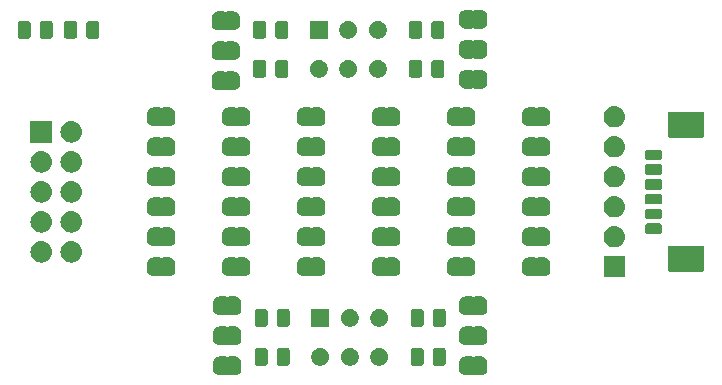
<source format=gts>
G04 #@! TF.GenerationSoftware,KiCad,Pcbnew,(5.1.4)-1*
G04 #@! TF.CreationDate,2021-03-16T12:48:34+01:00*
G04 #@! TF.ProjectId,ISP_Adapter_V10,4953505f-4164-4617-9074-65725f563130,rev?*
G04 #@! TF.SameCoordinates,Original*
G04 #@! TF.FileFunction,Soldermask,Top*
G04 #@! TF.FilePolarity,Negative*
%FSLAX46Y46*%
G04 Gerber Fmt 4.6, Leading zero omitted, Abs format (unit mm)*
G04 Created by KiCad (PCBNEW (5.1.4)-1) date 2021-03-16 12:48:34*
%MOMM*%
%LPD*%
G04 APERTURE LIST*
%ADD10C,0.100000*%
G04 APERTURE END LIST*
D10*
G36*
X169277999Y-72605737D02*
G01*
X169287608Y-72608652D01*
X169296472Y-72613390D01*
X169304237Y-72619763D01*
X169314448Y-72632206D01*
X169321378Y-72642575D01*
X169338705Y-72659902D01*
X169359080Y-72673515D01*
X169381720Y-72682891D01*
X169405753Y-72687671D01*
X169430257Y-72687670D01*
X169454290Y-72682888D01*
X169476929Y-72673510D01*
X169497302Y-72659895D01*
X169514629Y-72642568D01*
X169521558Y-72632198D01*
X169531763Y-72619763D01*
X169539528Y-72613390D01*
X169548392Y-72608652D01*
X169558001Y-72605737D01*
X169574140Y-72604148D01*
X170061861Y-72604148D01*
X170080199Y-72605954D01*
X170092450Y-72606556D01*
X170110869Y-72606556D01*
X170133149Y-72608750D01*
X170217233Y-72625476D01*
X170238660Y-72631976D01*
X170317858Y-72664780D01*
X170323303Y-72667691D01*
X170323309Y-72667693D01*
X170332169Y-72672429D01*
X170332173Y-72672432D01*
X170337614Y-72675340D01*
X170408899Y-72722971D01*
X170426204Y-72737172D01*
X170486828Y-72797796D01*
X170501029Y-72815101D01*
X170548660Y-72886386D01*
X170551568Y-72891827D01*
X170551571Y-72891831D01*
X170556307Y-72900691D01*
X170556309Y-72900697D01*
X170559220Y-72906142D01*
X170592024Y-72985340D01*
X170598524Y-73006767D01*
X170615250Y-73090851D01*
X170617444Y-73113131D01*
X170617444Y-73131550D01*
X170618046Y-73143801D01*
X170619852Y-73162139D01*
X170619852Y-73649862D01*
X170618046Y-73668199D01*
X170617444Y-73680450D01*
X170617444Y-73698869D01*
X170615250Y-73721149D01*
X170598524Y-73805233D01*
X170592024Y-73826660D01*
X170559220Y-73905858D01*
X170556309Y-73911303D01*
X170556307Y-73911309D01*
X170551571Y-73920169D01*
X170551568Y-73920173D01*
X170548660Y-73925614D01*
X170501029Y-73996899D01*
X170486828Y-74014204D01*
X170426204Y-74074828D01*
X170408899Y-74089029D01*
X170337614Y-74136660D01*
X170332173Y-74139568D01*
X170332169Y-74139571D01*
X170323309Y-74144307D01*
X170323303Y-74144309D01*
X170317858Y-74147220D01*
X170238660Y-74180024D01*
X170217233Y-74186524D01*
X170133149Y-74203250D01*
X170110869Y-74205444D01*
X170092450Y-74205444D01*
X170080199Y-74206046D01*
X170061862Y-74207852D01*
X169574140Y-74207852D01*
X169558001Y-74206263D01*
X169548392Y-74203348D01*
X169539528Y-74198610D01*
X169531763Y-74192237D01*
X169521552Y-74179794D01*
X169514622Y-74169425D01*
X169497295Y-74152098D01*
X169476920Y-74138485D01*
X169454280Y-74129109D01*
X169430247Y-74124329D01*
X169405743Y-74124330D01*
X169381710Y-74129112D01*
X169359071Y-74138490D01*
X169338698Y-74152105D01*
X169321371Y-74169432D01*
X169314442Y-74179802D01*
X169304237Y-74192237D01*
X169296472Y-74198610D01*
X169287608Y-74203348D01*
X169277999Y-74206263D01*
X169261860Y-74207852D01*
X168774138Y-74207852D01*
X168755801Y-74206046D01*
X168743550Y-74205444D01*
X168725131Y-74205444D01*
X168702851Y-74203250D01*
X168618767Y-74186524D01*
X168597340Y-74180024D01*
X168518142Y-74147220D01*
X168512697Y-74144309D01*
X168512691Y-74144307D01*
X168503831Y-74139571D01*
X168503827Y-74139568D01*
X168498386Y-74136660D01*
X168427101Y-74089029D01*
X168409796Y-74074828D01*
X168349172Y-74014204D01*
X168334971Y-73996899D01*
X168287340Y-73925614D01*
X168284432Y-73920173D01*
X168284429Y-73920169D01*
X168279693Y-73911309D01*
X168279691Y-73911303D01*
X168276780Y-73905858D01*
X168243976Y-73826660D01*
X168237476Y-73805233D01*
X168220750Y-73721149D01*
X168218556Y-73698869D01*
X168218556Y-73680450D01*
X168217954Y-73668199D01*
X168216148Y-73649862D01*
X168216148Y-73162139D01*
X168217954Y-73143801D01*
X168218556Y-73131550D01*
X168218556Y-73113131D01*
X168220750Y-73090851D01*
X168237476Y-73006767D01*
X168243976Y-72985340D01*
X168276780Y-72906142D01*
X168279691Y-72900697D01*
X168279693Y-72900691D01*
X168284429Y-72891831D01*
X168284432Y-72891827D01*
X168287340Y-72886386D01*
X168334971Y-72815101D01*
X168349172Y-72797796D01*
X168409796Y-72737172D01*
X168427101Y-72722971D01*
X168498386Y-72675340D01*
X168503827Y-72672432D01*
X168503831Y-72672429D01*
X168512691Y-72667693D01*
X168512697Y-72667691D01*
X168518142Y-72664780D01*
X168597340Y-72631976D01*
X168618767Y-72625476D01*
X168702851Y-72608750D01*
X168725131Y-72606556D01*
X168743550Y-72606556D01*
X168755801Y-72605954D01*
X168774139Y-72604148D01*
X169261860Y-72604148D01*
X169277999Y-72605737D01*
X169277999Y-72605737D01*
G37*
G36*
X148449999Y-72605737D02*
G01*
X148459608Y-72608652D01*
X148468472Y-72613390D01*
X148476237Y-72619763D01*
X148486448Y-72632206D01*
X148493378Y-72642575D01*
X148510705Y-72659902D01*
X148531080Y-72673515D01*
X148553720Y-72682891D01*
X148577753Y-72687671D01*
X148602257Y-72687670D01*
X148626290Y-72682888D01*
X148648929Y-72673510D01*
X148669302Y-72659895D01*
X148686629Y-72642568D01*
X148693558Y-72632198D01*
X148703763Y-72619763D01*
X148711528Y-72613390D01*
X148720392Y-72608652D01*
X148730001Y-72605737D01*
X148746140Y-72604148D01*
X149233861Y-72604148D01*
X149252199Y-72605954D01*
X149264450Y-72606556D01*
X149282869Y-72606556D01*
X149305149Y-72608750D01*
X149389233Y-72625476D01*
X149410660Y-72631976D01*
X149489858Y-72664780D01*
X149495303Y-72667691D01*
X149495309Y-72667693D01*
X149504169Y-72672429D01*
X149504173Y-72672432D01*
X149509614Y-72675340D01*
X149580899Y-72722971D01*
X149598204Y-72737172D01*
X149658828Y-72797796D01*
X149673029Y-72815101D01*
X149720660Y-72886386D01*
X149723568Y-72891827D01*
X149723571Y-72891831D01*
X149728307Y-72900691D01*
X149728309Y-72900697D01*
X149731220Y-72906142D01*
X149764024Y-72985340D01*
X149770524Y-73006767D01*
X149787250Y-73090851D01*
X149789444Y-73113131D01*
X149789444Y-73131550D01*
X149790046Y-73143801D01*
X149791852Y-73162139D01*
X149791852Y-73649862D01*
X149790046Y-73668199D01*
X149789444Y-73680450D01*
X149789444Y-73698869D01*
X149787250Y-73721149D01*
X149770524Y-73805233D01*
X149764024Y-73826660D01*
X149731220Y-73905858D01*
X149728309Y-73911303D01*
X149728307Y-73911309D01*
X149723571Y-73920169D01*
X149723568Y-73920173D01*
X149720660Y-73925614D01*
X149673029Y-73996899D01*
X149658828Y-74014204D01*
X149598204Y-74074828D01*
X149580899Y-74089029D01*
X149509614Y-74136660D01*
X149504173Y-74139568D01*
X149504169Y-74139571D01*
X149495309Y-74144307D01*
X149495303Y-74144309D01*
X149489858Y-74147220D01*
X149410660Y-74180024D01*
X149389233Y-74186524D01*
X149305149Y-74203250D01*
X149282869Y-74205444D01*
X149264450Y-74205444D01*
X149252199Y-74206046D01*
X149233862Y-74207852D01*
X148746140Y-74207852D01*
X148730001Y-74206263D01*
X148720392Y-74203348D01*
X148711528Y-74198610D01*
X148703763Y-74192237D01*
X148693552Y-74179794D01*
X148686622Y-74169425D01*
X148669295Y-74152098D01*
X148648920Y-74138485D01*
X148626280Y-74129109D01*
X148602247Y-74124329D01*
X148577743Y-74124330D01*
X148553710Y-74129112D01*
X148531071Y-74138490D01*
X148510698Y-74152105D01*
X148493371Y-74169432D01*
X148486442Y-74179802D01*
X148476237Y-74192237D01*
X148468472Y-74198610D01*
X148459608Y-74203348D01*
X148449999Y-74206263D01*
X148433860Y-74207852D01*
X147946138Y-74207852D01*
X147927801Y-74206046D01*
X147915550Y-74205444D01*
X147897131Y-74205444D01*
X147874851Y-74203250D01*
X147790767Y-74186524D01*
X147769340Y-74180024D01*
X147690142Y-74147220D01*
X147684697Y-74144309D01*
X147684691Y-74144307D01*
X147675831Y-74139571D01*
X147675827Y-74139568D01*
X147670386Y-74136660D01*
X147599101Y-74089029D01*
X147581796Y-74074828D01*
X147521172Y-74014204D01*
X147506971Y-73996899D01*
X147459340Y-73925614D01*
X147456432Y-73920173D01*
X147456429Y-73920169D01*
X147451693Y-73911309D01*
X147451691Y-73911303D01*
X147448780Y-73905858D01*
X147415976Y-73826660D01*
X147409476Y-73805233D01*
X147392750Y-73721149D01*
X147390556Y-73698869D01*
X147390556Y-73680450D01*
X147389954Y-73668199D01*
X147388148Y-73649862D01*
X147388148Y-73162139D01*
X147389954Y-73143801D01*
X147390556Y-73131550D01*
X147390556Y-73113131D01*
X147392750Y-73090851D01*
X147409476Y-73006767D01*
X147415976Y-72985340D01*
X147448780Y-72906142D01*
X147451691Y-72900697D01*
X147451693Y-72900691D01*
X147456429Y-72891831D01*
X147456432Y-72891827D01*
X147459340Y-72886386D01*
X147506971Y-72815101D01*
X147521172Y-72797796D01*
X147581796Y-72737172D01*
X147599101Y-72722971D01*
X147670386Y-72675340D01*
X147675827Y-72672432D01*
X147675831Y-72672429D01*
X147684691Y-72667693D01*
X147684697Y-72667691D01*
X147690142Y-72664780D01*
X147769340Y-72631976D01*
X147790767Y-72625476D01*
X147874851Y-72608750D01*
X147897131Y-72606556D01*
X147915550Y-72606556D01*
X147927801Y-72605954D01*
X147946139Y-72604148D01*
X148433860Y-72604148D01*
X148449999Y-72605737D01*
X148449999Y-72605737D01*
G37*
G36*
X151834468Y-71897565D02*
G01*
X151873138Y-71909296D01*
X151908777Y-71928346D01*
X151940017Y-71953983D01*
X151965654Y-71985223D01*
X151984704Y-72020862D01*
X151996435Y-72059532D01*
X152001000Y-72105888D01*
X152001000Y-73182112D01*
X151996435Y-73228468D01*
X151984704Y-73267138D01*
X151965654Y-73302777D01*
X151940017Y-73334017D01*
X151908777Y-73359654D01*
X151873138Y-73378704D01*
X151834468Y-73390435D01*
X151788112Y-73395000D01*
X151136888Y-73395000D01*
X151090532Y-73390435D01*
X151051862Y-73378704D01*
X151016223Y-73359654D01*
X150984983Y-73334017D01*
X150959346Y-73302777D01*
X150940296Y-73267138D01*
X150928565Y-73228468D01*
X150924000Y-73182112D01*
X150924000Y-72105888D01*
X150928565Y-72059532D01*
X150940296Y-72020862D01*
X150959346Y-71985223D01*
X150984983Y-71953983D01*
X151016223Y-71928346D01*
X151051862Y-71909296D01*
X151090532Y-71897565D01*
X151136888Y-71893000D01*
X151788112Y-71893000D01*
X151834468Y-71897565D01*
X151834468Y-71897565D01*
G37*
G36*
X153709468Y-71897565D02*
G01*
X153748138Y-71909296D01*
X153783777Y-71928346D01*
X153815017Y-71953983D01*
X153840654Y-71985223D01*
X153859704Y-72020862D01*
X153871435Y-72059532D01*
X153876000Y-72105888D01*
X153876000Y-73182112D01*
X153871435Y-73228468D01*
X153859704Y-73267138D01*
X153840654Y-73302777D01*
X153815017Y-73334017D01*
X153783777Y-73359654D01*
X153748138Y-73378704D01*
X153709468Y-73390435D01*
X153663112Y-73395000D01*
X153011888Y-73395000D01*
X152965532Y-73390435D01*
X152926862Y-73378704D01*
X152891223Y-73359654D01*
X152859983Y-73334017D01*
X152834346Y-73302777D01*
X152815296Y-73267138D01*
X152803565Y-73228468D01*
X152799000Y-73182112D01*
X152799000Y-72105888D01*
X152803565Y-72059532D01*
X152815296Y-72020862D01*
X152834346Y-71985223D01*
X152859983Y-71953983D01*
X152891223Y-71928346D01*
X152926862Y-71909296D01*
X152965532Y-71897565D01*
X153011888Y-71893000D01*
X153663112Y-71893000D01*
X153709468Y-71897565D01*
X153709468Y-71897565D01*
G37*
G36*
X165042468Y-71897565D02*
G01*
X165081138Y-71909296D01*
X165116777Y-71928346D01*
X165148017Y-71953983D01*
X165173654Y-71985223D01*
X165192704Y-72020862D01*
X165204435Y-72059532D01*
X165209000Y-72105888D01*
X165209000Y-73182112D01*
X165204435Y-73228468D01*
X165192704Y-73267138D01*
X165173654Y-73302777D01*
X165148017Y-73334017D01*
X165116777Y-73359654D01*
X165081138Y-73378704D01*
X165042468Y-73390435D01*
X164996112Y-73395000D01*
X164344888Y-73395000D01*
X164298532Y-73390435D01*
X164259862Y-73378704D01*
X164224223Y-73359654D01*
X164192983Y-73334017D01*
X164167346Y-73302777D01*
X164148296Y-73267138D01*
X164136565Y-73228468D01*
X164132000Y-73182112D01*
X164132000Y-72105888D01*
X164136565Y-72059532D01*
X164148296Y-72020862D01*
X164167346Y-71985223D01*
X164192983Y-71953983D01*
X164224223Y-71928346D01*
X164259862Y-71909296D01*
X164298532Y-71897565D01*
X164344888Y-71893000D01*
X164996112Y-71893000D01*
X165042468Y-71897565D01*
X165042468Y-71897565D01*
G37*
G36*
X166917468Y-71897565D02*
G01*
X166956138Y-71909296D01*
X166991777Y-71928346D01*
X167023017Y-71953983D01*
X167048654Y-71985223D01*
X167067704Y-72020862D01*
X167079435Y-72059532D01*
X167084000Y-72105888D01*
X167084000Y-73182112D01*
X167079435Y-73228468D01*
X167067704Y-73267138D01*
X167048654Y-73302777D01*
X167023017Y-73334017D01*
X166991777Y-73359654D01*
X166956138Y-73378704D01*
X166917468Y-73390435D01*
X166871112Y-73395000D01*
X166219888Y-73395000D01*
X166173532Y-73390435D01*
X166134862Y-73378704D01*
X166099223Y-73359654D01*
X166067983Y-73334017D01*
X166042346Y-73302777D01*
X166023296Y-73267138D01*
X166011565Y-73228468D01*
X166007000Y-73182112D01*
X166007000Y-72105888D01*
X166011565Y-72059532D01*
X166023296Y-72020862D01*
X166042346Y-71985223D01*
X166067983Y-71953983D01*
X166099223Y-71928346D01*
X166134862Y-71909296D01*
X166173532Y-71897565D01*
X166219888Y-71893000D01*
X166871112Y-71893000D01*
X166917468Y-71897565D01*
X166917468Y-71897565D01*
G37*
G36*
X156683059Y-71919860D02*
G01*
X156819732Y-71976472D01*
X156942735Y-72058660D01*
X157047340Y-72163265D01*
X157047341Y-72163267D01*
X157129529Y-72286270D01*
X157186140Y-72422941D01*
X157215000Y-72568032D01*
X157215000Y-72715968D01*
X157211561Y-72733258D01*
X157186140Y-72861059D01*
X157129528Y-72997732D01*
X157047340Y-73120735D01*
X156942735Y-73225340D01*
X156819732Y-73307528D01*
X156819731Y-73307529D01*
X156819730Y-73307529D01*
X156683059Y-73364140D01*
X156537968Y-73393000D01*
X156390032Y-73393000D01*
X156244941Y-73364140D01*
X156108270Y-73307529D01*
X156108269Y-73307529D01*
X156108268Y-73307528D01*
X155985265Y-73225340D01*
X155880660Y-73120735D01*
X155798472Y-72997732D01*
X155741860Y-72861059D01*
X155716439Y-72733258D01*
X155713000Y-72715968D01*
X155713000Y-72568032D01*
X155741860Y-72422941D01*
X155798471Y-72286270D01*
X155880659Y-72163267D01*
X155880660Y-72163265D01*
X155985265Y-72058660D01*
X156108268Y-71976472D01*
X156244941Y-71919860D01*
X156390032Y-71891000D01*
X156537968Y-71891000D01*
X156683059Y-71919860D01*
X156683059Y-71919860D01*
G37*
G36*
X161683059Y-71919860D02*
G01*
X161819732Y-71976472D01*
X161942735Y-72058660D01*
X162047340Y-72163265D01*
X162047341Y-72163267D01*
X162129529Y-72286270D01*
X162186140Y-72422941D01*
X162215000Y-72568032D01*
X162215000Y-72715968D01*
X162211561Y-72733258D01*
X162186140Y-72861059D01*
X162129528Y-72997732D01*
X162047340Y-73120735D01*
X161942735Y-73225340D01*
X161819732Y-73307528D01*
X161819731Y-73307529D01*
X161819730Y-73307529D01*
X161683059Y-73364140D01*
X161537968Y-73393000D01*
X161390032Y-73393000D01*
X161244941Y-73364140D01*
X161108270Y-73307529D01*
X161108269Y-73307529D01*
X161108268Y-73307528D01*
X160985265Y-73225340D01*
X160880660Y-73120735D01*
X160798472Y-72997732D01*
X160741860Y-72861059D01*
X160716439Y-72733258D01*
X160713000Y-72715968D01*
X160713000Y-72568032D01*
X160741860Y-72422941D01*
X160798471Y-72286270D01*
X160880659Y-72163267D01*
X160880660Y-72163265D01*
X160985265Y-72058660D01*
X161108268Y-71976472D01*
X161244941Y-71919860D01*
X161390032Y-71891000D01*
X161537968Y-71891000D01*
X161683059Y-71919860D01*
X161683059Y-71919860D01*
G37*
G36*
X159183059Y-71919860D02*
G01*
X159319732Y-71976472D01*
X159442735Y-72058660D01*
X159547340Y-72163265D01*
X159547341Y-72163267D01*
X159629529Y-72286270D01*
X159686140Y-72422941D01*
X159715000Y-72568032D01*
X159715000Y-72715968D01*
X159711561Y-72733258D01*
X159686140Y-72861059D01*
X159629528Y-72997732D01*
X159547340Y-73120735D01*
X159442735Y-73225340D01*
X159319732Y-73307528D01*
X159319731Y-73307529D01*
X159319730Y-73307529D01*
X159183059Y-73364140D01*
X159037968Y-73393000D01*
X158890032Y-73393000D01*
X158744941Y-73364140D01*
X158608270Y-73307529D01*
X158608269Y-73307529D01*
X158608268Y-73307528D01*
X158485265Y-73225340D01*
X158380660Y-73120735D01*
X158298472Y-72997732D01*
X158241860Y-72861059D01*
X158216439Y-72733258D01*
X158213000Y-72715968D01*
X158213000Y-72568032D01*
X158241860Y-72422941D01*
X158298471Y-72286270D01*
X158380659Y-72163267D01*
X158380660Y-72163265D01*
X158485265Y-72058660D01*
X158608268Y-71976472D01*
X158744941Y-71919860D01*
X158890032Y-71891000D01*
X159037968Y-71891000D01*
X159183059Y-71919860D01*
X159183059Y-71919860D01*
G37*
G36*
X148449999Y-70065737D02*
G01*
X148459608Y-70068652D01*
X148468472Y-70073390D01*
X148476237Y-70079763D01*
X148486448Y-70092206D01*
X148493378Y-70102575D01*
X148510705Y-70119902D01*
X148531080Y-70133515D01*
X148553720Y-70142891D01*
X148577753Y-70147671D01*
X148602257Y-70147670D01*
X148626290Y-70142888D01*
X148648929Y-70133510D01*
X148669302Y-70119895D01*
X148686629Y-70102568D01*
X148693558Y-70092198D01*
X148703763Y-70079763D01*
X148711528Y-70073390D01*
X148720392Y-70068652D01*
X148730001Y-70065737D01*
X148746140Y-70064148D01*
X149233861Y-70064148D01*
X149252199Y-70065954D01*
X149264450Y-70066556D01*
X149282869Y-70066556D01*
X149305149Y-70068750D01*
X149389233Y-70085476D01*
X149410660Y-70091976D01*
X149489858Y-70124780D01*
X149495303Y-70127691D01*
X149495309Y-70127693D01*
X149504169Y-70132429D01*
X149504173Y-70132432D01*
X149509614Y-70135340D01*
X149580899Y-70182971D01*
X149598204Y-70197172D01*
X149658828Y-70257796D01*
X149673029Y-70275101D01*
X149720660Y-70346386D01*
X149723568Y-70351827D01*
X149723571Y-70351831D01*
X149728307Y-70360691D01*
X149728309Y-70360697D01*
X149731220Y-70366142D01*
X149764024Y-70445340D01*
X149770524Y-70466767D01*
X149787250Y-70550851D01*
X149789444Y-70573131D01*
X149789444Y-70591550D01*
X149790046Y-70603801D01*
X149791852Y-70622139D01*
X149791852Y-71109862D01*
X149790046Y-71128199D01*
X149789444Y-71140450D01*
X149789444Y-71158869D01*
X149787250Y-71181149D01*
X149770524Y-71265233D01*
X149764024Y-71286660D01*
X149731220Y-71365858D01*
X149728309Y-71371303D01*
X149728307Y-71371309D01*
X149723571Y-71380169D01*
X149723568Y-71380173D01*
X149720660Y-71385614D01*
X149673029Y-71456899D01*
X149658828Y-71474204D01*
X149598204Y-71534828D01*
X149580899Y-71549029D01*
X149509614Y-71596660D01*
X149504173Y-71599568D01*
X149504169Y-71599571D01*
X149495309Y-71604307D01*
X149495303Y-71604309D01*
X149489858Y-71607220D01*
X149410660Y-71640024D01*
X149389233Y-71646524D01*
X149305149Y-71663250D01*
X149282869Y-71665444D01*
X149264450Y-71665444D01*
X149252199Y-71666046D01*
X149233862Y-71667852D01*
X148746140Y-71667852D01*
X148730001Y-71666263D01*
X148720392Y-71663348D01*
X148711528Y-71658610D01*
X148703763Y-71652237D01*
X148693552Y-71639794D01*
X148686622Y-71629425D01*
X148669295Y-71612098D01*
X148648920Y-71598485D01*
X148626280Y-71589109D01*
X148602247Y-71584329D01*
X148577743Y-71584330D01*
X148553710Y-71589112D01*
X148531071Y-71598490D01*
X148510698Y-71612105D01*
X148493371Y-71629432D01*
X148486442Y-71639802D01*
X148476237Y-71652237D01*
X148468472Y-71658610D01*
X148459608Y-71663348D01*
X148449999Y-71666263D01*
X148433860Y-71667852D01*
X147946138Y-71667852D01*
X147927801Y-71666046D01*
X147915550Y-71665444D01*
X147897131Y-71665444D01*
X147874851Y-71663250D01*
X147790767Y-71646524D01*
X147769340Y-71640024D01*
X147690142Y-71607220D01*
X147684697Y-71604309D01*
X147684691Y-71604307D01*
X147675831Y-71599571D01*
X147675827Y-71599568D01*
X147670386Y-71596660D01*
X147599101Y-71549029D01*
X147581796Y-71534828D01*
X147521172Y-71474204D01*
X147506971Y-71456899D01*
X147459340Y-71385614D01*
X147456432Y-71380173D01*
X147456429Y-71380169D01*
X147451693Y-71371309D01*
X147451691Y-71371303D01*
X147448780Y-71365858D01*
X147415976Y-71286660D01*
X147409476Y-71265233D01*
X147392750Y-71181149D01*
X147390556Y-71158869D01*
X147390556Y-71140450D01*
X147389954Y-71128199D01*
X147388148Y-71109862D01*
X147388148Y-70622139D01*
X147389954Y-70603801D01*
X147390556Y-70591550D01*
X147390556Y-70573131D01*
X147392750Y-70550851D01*
X147409476Y-70466767D01*
X147415976Y-70445340D01*
X147448780Y-70366142D01*
X147451691Y-70360697D01*
X147451693Y-70360691D01*
X147456429Y-70351831D01*
X147456432Y-70351827D01*
X147459340Y-70346386D01*
X147506971Y-70275101D01*
X147521172Y-70257796D01*
X147581796Y-70197172D01*
X147599101Y-70182971D01*
X147670386Y-70135340D01*
X147675827Y-70132432D01*
X147675831Y-70132429D01*
X147684691Y-70127693D01*
X147684697Y-70127691D01*
X147690142Y-70124780D01*
X147769340Y-70091976D01*
X147790767Y-70085476D01*
X147874851Y-70068750D01*
X147897131Y-70066556D01*
X147915550Y-70066556D01*
X147927801Y-70065954D01*
X147946139Y-70064148D01*
X148433860Y-70064148D01*
X148449999Y-70065737D01*
X148449999Y-70065737D01*
G37*
G36*
X169277999Y-70065737D02*
G01*
X169287608Y-70068652D01*
X169296472Y-70073390D01*
X169304237Y-70079763D01*
X169314448Y-70092206D01*
X169321378Y-70102575D01*
X169338705Y-70119902D01*
X169359080Y-70133515D01*
X169381720Y-70142891D01*
X169405753Y-70147671D01*
X169430257Y-70147670D01*
X169454290Y-70142888D01*
X169476929Y-70133510D01*
X169497302Y-70119895D01*
X169514629Y-70102568D01*
X169521558Y-70092198D01*
X169531763Y-70079763D01*
X169539528Y-70073390D01*
X169548392Y-70068652D01*
X169558001Y-70065737D01*
X169574140Y-70064148D01*
X170061861Y-70064148D01*
X170080199Y-70065954D01*
X170092450Y-70066556D01*
X170110869Y-70066556D01*
X170133149Y-70068750D01*
X170217233Y-70085476D01*
X170238660Y-70091976D01*
X170317858Y-70124780D01*
X170323303Y-70127691D01*
X170323309Y-70127693D01*
X170332169Y-70132429D01*
X170332173Y-70132432D01*
X170337614Y-70135340D01*
X170408899Y-70182971D01*
X170426204Y-70197172D01*
X170486828Y-70257796D01*
X170501029Y-70275101D01*
X170548660Y-70346386D01*
X170551568Y-70351827D01*
X170551571Y-70351831D01*
X170556307Y-70360691D01*
X170556309Y-70360697D01*
X170559220Y-70366142D01*
X170592024Y-70445340D01*
X170598524Y-70466767D01*
X170615250Y-70550851D01*
X170617444Y-70573131D01*
X170617444Y-70591550D01*
X170618046Y-70603801D01*
X170619852Y-70622139D01*
X170619852Y-71109862D01*
X170618046Y-71128199D01*
X170617444Y-71140450D01*
X170617444Y-71158869D01*
X170615250Y-71181149D01*
X170598524Y-71265233D01*
X170592024Y-71286660D01*
X170559220Y-71365858D01*
X170556309Y-71371303D01*
X170556307Y-71371309D01*
X170551571Y-71380169D01*
X170551568Y-71380173D01*
X170548660Y-71385614D01*
X170501029Y-71456899D01*
X170486828Y-71474204D01*
X170426204Y-71534828D01*
X170408899Y-71549029D01*
X170337614Y-71596660D01*
X170332173Y-71599568D01*
X170332169Y-71599571D01*
X170323309Y-71604307D01*
X170323303Y-71604309D01*
X170317858Y-71607220D01*
X170238660Y-71640024D01*
X170217233Y-71646524D01*
X170133149Y-71663250D01*
X170110869Y-71665444D01*
X170092450Y-71665444D01*
X170080199Y-71666046D01*
X170061862Y-71667852D01*
X169574140Y-71667852D01*
X169558001Y-71666263D01*
X169548392Y-71663348D01*
X169539528Y-71658610D01*
X169531763Y-71652237D01*
X169521552Y-71639794D01*
X169514622Y-71629425D01*
X169497295Y-71612098D01*
X169476920Y-71598485D01*
X169454280Y-71589109D01*
X169430247Y-71584329D01*
X169405743Y-71584330D01*
X169381710Y-71589112D01*
X169359071Y-71598490D01*
X169338698Y-71612105D01*
X169321371Y-71629432D01*
X169314442Y-71639802D01*
X169304237Y-71652237D01*
X169296472Y-71658610D01*
X169287608Y-71663348D01*
X169277999Y-71666263D01*
X169261860Y-71667852D01*
X168774138Y-71667852D01*
X168755801Y-71666046D01*
X168743550Y-71665444D01*
X168725131Y-71665444D01*
X168702851Y-71663250D01*
X168618767Y-71646524D01*
X168597340Y-71640024D01*
X168518142Y-71607220D01*
X168512697Y-71604309D01*
X168512691Y-71604307D01*
X168503831Y-71599571D01*
X168503827Y-71599568D01*
X168498386Y-71596660D01*
X168427101Y-71549029D01*
X168409796Y-71534828D01*
X168349172Y-71474204D01*
X168334971Y-71456899D01*
X168287340Y-71385614D01*
X168284432Y-71380173D01*
X168284429Y-71380169D01*
X168279693Y-71371309D01*
X168279691Y-71371303D01*
X168276780Y-71365858D01*
X168243976Y-71286660D01*
X168237476Y-71265233D01*
X168220750Y-71181149D01*
X168218556Y-71158869D01*
X168218556Y-71140450D01*
X168217954Y-71128199D01*
X168216148Y-71109862D01*
X168216148Y-70622139D01*
X168217954Y-70603801D01*
X168218556Y-70591550D01*
X168218556Y-70573131D01*
X168220750Y-70550851D01*
X168237476Y-70466767D01*
X168243976Y-70445340D01*
X168276780Y-70366142D01*
X168279691Y-70360697D01*
X168279693Y-70360691D01*
X168284429Y-70351831D01*
X168284432Y-70351827D01*
X168287340Y-70346386D01*
X168334971Y-70275101D01*
X168349172Y-70257796D01*
X168409796Y-70197172D01*
X168427101Y-70182971D01*
X168498386Y-70135340D01*
X168503827Y-70132432D01*
X168503831Y-70132429D01*
X168512691Y-70127693D01*
X168512697Y-70127691D01*
X168518142Y-70124780D01*
X168597340Y-70091976D01*
X168618767Y-70085476D01*
X168702851Y-70068750D01*
X168725131Y-70066556D01*
X168743550Y-70066556D01*
X168755801Y-70065954D01*
X168774139Y-70064148D01*
X169261860Y-70064148D01*
X169277999Y-70065737D01*
X169277999Y-70065737D01*
G37*
G36*
X157215000Y-70093000D02*
G01*
X155713000Y-70093000D01*
X155713000Y-68591000D01*
X157215000Y-68591000D01*
X157215000Y-70093000D01*
X157215000Y-70093000D01*
G37*
G36*
X161683059Y-68619860D02*
G01*
X161722935Y-68636377D01*
X161819732Y-68676472D01*
X161942735Y-68758660D01*
X162047340Y-68863265D01*
X162094740Y-68934204D01*
X162129529Y-68986270D01*
X162186140Y-69122941D01*
X162186997Y-69127247D01*
X162215000Y-69268033D01*
X162215000Y-69415967D01*
X162186140Y-69561059D01*
X162129528Y-69697732D01*
X162047340Y-69820735D01*
X161942735Y-69925340D01*
X161819732Y-70007528D01*
X161819731Y-70007529D01*
X161819730Y-70007529D01*
X161683059Y-70064140D01*
X161537968Y-70093000D01*
X161390032Y-70093000D01*
X161244941Y-70064140D01*
X161108270Y-70007529D01*
X161108269Y-70007529D01*
X161108268Y-70007528D01*
X160985265Y-69925340D01*
X160880660Y-69820735D01*
X160798472Y-69697732D01*
X160741860Y-69561059D01*
X160713000Y-69415967D01*
X160713000Y-69268033D01*
X160741004Y-69127247D01*
X160741860Y-69122941D01*
X160798471Y-68986270D01*
X160833260Y-68934204D01*
X160880660Y-68863265D01*
X160985265Y-68758660D01*
X161108268Y-68676472D01*
X161205066Y-68636377D01*
X161244941Y-68619860D01*
X161390032Y-68591000D01*
X161537968Y-68591000D01*
X161683059Y-68619860D01*
X161683059Y-68619860D01*
G37*
G36*
X151834468Y-68595565D02*
G01*
X151873138Y-68607296D01*
X151908777Y-68626346D01*
X151940017Y-68651983D01*
X151965654Y-68683223D01*
X151984704Y-68718862D01*
X151996435Y-68757532D01*
X152001000Y-68803888D01*
X152001000Y-69880112D01*
X151996435Y-69926468D01*
X151984704Y-69965138D01*
X151965654Y-70000777D01*
X151940017Y-70032017D01*
X151908777Y-70057654D01*
X151873138Y-70076704D01*
X151834468Y-70088435D01*
X151788112Y-70093000D01*
X151136888Y-70093000D01*
X151090532Y-70088435D01*
X151051862Y-70076704D01*
X151016223Y-70057654D01*
X150984983Y-70032017D01*
X150959346Y-70000777D01*
X150940296Y-69965138D01*
X150928565Y-69926468D01*
X150924000Y-69880112D01*
X150924000Y-68803888D01*
X150928565Y-68757532D01*
X150940296Y-68718862D01*
X150959346Y-68683223D01*
X150984983Y-68651983D01*
X151016223Y-68626346D01*
X151051862Y-68607296D01*
X151090532Y-68595565D01*
X151136888Y-68591000D01*
X151788112Y-68591000D01*
X151834468Y-68595565D01*
X151834468Y-68595565D01*
G37*
G36*
X159183059Y-68619860D02*
G01*
X159222935Y-68636377D01*
X159319732Y-68676472D01*
X159442735Y-68758660D01*
X159547340Y-68863265D01*
X159594740Y-68934204D01*
X159629529Y-68986270D01*
X159686140Y-69122941D01*
X159686997Y-69127247D01*
X159715000Y-69268033D01*
X159715000Y-69415967D01*
X159686140Y-69561059D01*
X159629528Y-69697732D01*
X159547340Y-69820735D01*
X159442735Y-69925340D01*
X159319732Y-70007528D01*
X159319731Y-70007529D01*
X159319730Y-70007529D01*
X159183059Y-70064140D01*
X159037968Y-70093000D01*
X158890032Y-70093000D01*
X158744941Y-70064140D01*
X158608270Y-70007529D01*
X158608269Y-70007529D01*
X158608268Y-70007528D01*
X158485265Y-69925340D01*
X158380660Y-69820735D01*
X158298472Y-69697732D01*
X158241860Y-69561059D01*
X158213000Y-69415967D01*
X158213000Y-69268033D01*
X158241004Y-69127247D01*
X158241860Y-69122941D01*
X158298471Y-68986270D01*
X158333260Y-68934204D01*
X158380660Y-68863265D01*
X158485265Y-68758660D01*
X158608268Y-68676472D01*
X158705066Y-68636377D01*
X158744941Y-68619860D01*
X158890032Y-68591000D01*
X159037968Y-68591000D01*
X159183059Y-68619860D01*
X159183059Y-68619860D01*
G37*
G36*
X166917468Y-68595565D02*
G01*
X166956138Y-68607296D01*
X166991777Y-68626346D01*
X167023017Y-68651983D01*
X167048654Y-68683223D01*
X167067704Y-68718862D01*
X167079435Y-68757532D01*
X167084000Y-68803888D01*
X167084000Y-69880112D01*
X167079435Y-69926468D01*
X167067704Y-69965138D01*
X167048654Y-70000777D01*
X167023017Y-70032017D01*
X166991777Y-70057654D01*
X166956138Y-70076704D01*
X166917468Y-70088435D01*
X166871112Y-70093000D01*
X166219888Y-70093000D01*
X166173532Y-70088435D01*
X166134862Y-70076704D01*
X166099223Y-70057654D01*
X166067983Y-70032017D01*
X166042346Y-70000777D01*
X166023296Y-69965138D01*
X166011565Y-69926468D01*
X166007000Y-69880112D01*
X166007000Y-68803888D01*
X166011565Y-68757532D01*
X166023296Y-68718862D01*
X166042346Y-68683223D01*
X166067983Y-68651983D01*
X166099223Y-68626346D01*
X166134862Y-68607296D01*
X166173532Y-68595565D01*
X166219888Y-68591000D01*
X166871112Y-68591000D01*
X166917468Y-68595565D01*
X166917468Y-68595565D01*
G37*
G36*
X153709468Y-68595565D02*
G01*
X153748138Y-68607296D01*
X153783777Y-68626346D01*
X153815017Y-68651983D01*
X153840654Y-68683223D01*
X153859704Y-68718862D01*
X153871435Y-68757532D01*
X153876000Y-68803888D01*
X153876000Y-69880112D01*
X153871435Y-69926468D01*
X153859704Y-69965138D01*
X153840654Y-70000777D01*
X153815017Y-70032017D01*
X153783777Y-70057654D01*
X153748138Y-70076704D01*
X153709468Y-70088435D01*
X153663112Y-70093000D01*
X153011888Y-70093000D01*
X152965532Y-70088435D01*
X152926862Y-70076704D01*
X152891223Y-70057654D01*
X152859983Y-70032017D01*
X152834346Y-70000777D01*
X152815296Y-69965138D01*
X152803565Y-69926468D01*
X152799000Y-69880112D01*
X152799000Y-68803888D01*
X152803565Y-68757532D01*
X152815296Y-68718862D01*
X152834346Y-68683223D01*
X152859983Y-68651983D01*
X152891223Y-68626346D01*
X152926862Y-68607296D01*
X152965532Y-68595565D01*
X153011888Y-68591000D01*
X153663112Y-68591000D01*
X153709468Y-68595565D01*
X153709468Y-68595565D01*
G37*
G36*
X165042468Y-68595565D02*
G01*
X165081138Y-68607296D01*
X165116777Y-68626346D01*
X165148017Y-68651983D01*
X165173654Y-68683223D01*
X165192704Y-68718862D01*
X165204435Y-68757532D01*
X165209000Y-68803888D01*
X165209000Y-69880112D01*
X165204435Y-69926468D01*
X165192704Y-69965138D01*
X165173654Y-70000777D01*
X165148017Y-70032017D01*
X165116777Y-70057654D01*
X165081138Y-70076704D01*
X165042468Y-70088435D01*
X164996112Y-70093000D01*
X164344888Y-70093000D01*
X164298532Y-70088435D01*
X164259862Y-70076704D01*
X164224223Y-70057654D01*
X164192983Y-70032017D01*
X164167346Y-70000777D01*
X164148296Y-69965138D01*
X164136565Y-69926468D01*
X164132000Y-69880112D01*
X164132000Y-68803888D01*
X164136565Y-68757532D01*
X164148296Y-68718862D01*
X164167346Y-68683223D01*
X164192983Y-68651983D01*
X164224223Y-68626346D01*
X164259862Y-68607296D01*
X164298532Y-68595565D01*
X164344888Y-68591000D01*
X164996112Y-68591000D01*
X165042468Y-68595565D01*
X165042468Y-68595565D01*
G37*
G36*
X169277999Y-67525737D02*
G01*
X169287608Y-67528652D01*
X169296472Y-67533390D01*
X169304237Y-67539763D01*
X169314448Y-67552206D01*
X169321378Y-67562575D01*
X169338705Y-67579902D01*
X169359080Y-67593515D01*
X169381720Y-67602891D01*
X169405753Y-67607671D01*
X169430257Y-67607670D01*
X169454290Y-67602888D01*
X169476929Y-67593510D01*
X169497302Y-67579895D01*
X169514629Y-67562568D01*
X169521558Y-67552198D01*
X169531763Y-67539763D01*
X169539528Y-67533390D01*
X169548392Y-67528652D01*
X169558001Y-67525737D01*
X169574140Y-67524148D01*
X170061861Y-67524148D01*
X170080199Y-67525954D01*
X170092450Y-67526556D01*
X170110869Y-67526556D01*
X170133149Y-67528750D01*
X170217233Y-67545476D01*
X170238660Y-67551976D01*
X170317858Y-67584780D01*
X170323303Y-67587691D01*
X170323309Y-67587693D01*
X170332169Y-67592429D01*
X170332173Y-67592432D01*
X170337614Y-67595340D01*
X170408899Y-67642971D01*
X170426204Y-67657172D01*
X170486828Y-67717796D01*
X170501029Y-67735101D01*
X170548660Y-67806386D01*
X170551568Y-67811827D01*
X170551571Y-67811831D01*
X170556307Y-67820691D01*
X170556309Y-67820697D01*
X170559220Y-67826142D01*
X170592024Y-67905340D01*
X170598524Y-67926767D01*
X170615250Y-68010851D01*
X170617444Y-68033131D01*
X170617444Y-68051550D01*
X170618046Y-68063801D01*
X170619852Y-68082139D01*
X170619852Y-68569862D01*
X170618046Y-68588199D01*
X170617444Y-68600450D01*
X170617444Y-68618869D01*
X170615250Y-68641149D01*
X170598524Y-68725233D01*
X170592024Y-68746660D01*
X170559220Y-68825858D01*
X170556309Y-68831303D01*
X170556307Y-68831309D01*
X170551571Y-68840169D01*
X170551568Y-68840173D01*
X170548660Y-68845614D01*
X170501029Y-68916899D01*
X170486828Y-68934204D01*
X170426204Y-68994828D01*
X170408899Y-69009029D01*
X170337614Y-69056660D01*
X170332173Y-69059568D01*
X170332169Y-69059571D01*
X170323309Y-69064307D01*
X170323303Y-69064309D01*
X170317858Y-69067220D01*
X170238660Y-69100024D01*
X170217233Y-69106524D01*
X170133149Y-69123250D01*
X170110869Y-69125444D01*
X170092450Y-69125444D01*
X170080199Y-69126046D01*
X170061862Y-69127852D01*
X169574140Y-69127852D01*
X169558001Y-69126263D01*
X169548392Y-69123348D01*
X169539528Y-69118610D01*
X169531763Y-69112237D01*
X169521552Y-69099794D01*
X169514622Y-69089425D01*
X169497295Y-69072098D01*
X169476920Y-69058485D01*
X169454280Y-69049109D01*
X169430247Y-69044329D01*
X169405743Y-69044330D01*
X169381710Y-69049112D01*
X169359071Y-69058490D01*
X169338698Y-69072105D01*
X169321371Y-69089432D01*
X169314442Y-69099802D01*
X169304237Y-69112237D01*
X169296472Y-69118610D01*
X169287608Y-69123348D01*
X169277999Y-69126263D01*
X169261860Y-69127852D01*
X168774138Y-69127852D01*
X168755801Y-69126046D01*
X168743550Y-69125444D01*
X168725131Y-69125444D01*
X168702851Y-69123250D01*
X168618767Y-69106524D01*
X168597340Y-69100024D01*
X168518142Y-69067220D01*
X168512697Y-69064309D01*
X168512691Y-69064307D01*
X168503831Y-69059571D01*
X168503827Y-69059568D01*
X168498386Y-69056660D01*
X168427101Y-69009029D01*
X168409796Y-68994828D01*
X168349172Y-68934204D01*
X168334971Y-68916899D01*
X168287340Y-68845614D01*
X168284432Y-68840173D01*
X168284429Y-68840169D01*
X168279693Y-68831309D01*
X168279691Y-68831303D01*
X168276780Y-68825858D01*
X168243976Y-68746660D01*
X168237476Y-68725233D01*
X168220750Y-68641149D01*
X168218556Y-68618869D01*
X168218556Y-68600450D01*
X168217954Y-68588199D01*
X168216148Y-68569862D01*
X168216148Y-68082139D01*
X168217954Y-68063801D01*
X168218556Y-68051550D01*
X168218556Y-68033131D01*
X168220750Y-68010851D01*
X168237476Y-67926767D01*
X168243976Y-67905340D01*
X168276780Y-67826142D01*
X168279691Y-67820697D01*
X168279693Y-67820691D01*
X168284429Y-67811831D01*
X168284432Y-67811827D01*
X168287340Y-67806386D01*
X168334971Y-67735101D01*
X168349172Y-67717796D01*
X168409796Y-67657172D01*
X168427101Y-67642971D01*
X168498386Y-67595340D01*
X168503827Y-67592432D01*
X168503831Y-67592429D01*
X168512691Y-67587693D01*
X168512697Y-67587691D01*
X168518142Y-67584780D01*
X168597340Y-67551976D01*
X168618767Y-67545476D01*
X168702851Y-67528750D01*
X168725131Y-67526556D01*
X168743550Y-67526556D01*
X168755801Y-67525954D01*
X168774139Y-67524148D01*
X169261860Y-67524148D01*
X169277999Y-67525737D01*
X169277999Y-67525737D01*
G37*
G36*
X148449999Y-67525737D02*
G01*
X148459608Y-67528652D01*
X148468472Y-67533390D01*
X148476237Y-67539763D01*
X148486448Y-67552206D01*
X148493378Y-67562575D01*
X148510705Y-67579902D01*
X148531080Y-67593515D01*
X148553720Y-67602891D01*
X148577753Y-67607671D01*
X148602257Y-67607670D01*
X148626290Y-67602888D01*
X148648929Y-67593510D01*
X148669302Y-67579895D01*
X148686629Y-67562568D01*
X148693558Y-67552198D01*
X148703763Y-67539763D01*
X148711528Y-67533390D01*
X148720392Y-67528652D01*
X148730001Y-67525737D01*
X148746140Y-67524148D01*
X149233861Y-67524148D01*
X149252199Y-67525954D01*
X149264450Y-67526556D01*
X149282869Y-67526556D01*
X149305149Y-67528750D01*
X149389233Y-67545476D01*
X149410660Y-67551976D01*
X149489858Y-67584780D01*
X149495303Y-67587691D01*
X149495309Y-67587693D01*
X149504169Y-67592429D01*
X149504173Y-67592432D01*
X149509614Y-67595340D01*
X149580899Y-67642971D01*
X149598204Y-67657172D01*
X149658828Y-67717796D01*
X149673029Y-67735101D01*
X149720660Y-67806386D01*
X149723568Y-67811827D01*
X149723571Y-67811831D01*
X149728307Y-67820691D01*
X149728309Y-67820697D01*
X149731220Y-67826142D01*
X149764024Y-67905340D01*
X149770524Y-67926767D01*
X149787250Y-68010851D01*
X149789444Y-68033131D01*
X149789444Y-68051550D01*
X149790046Y-68063801D01*
X149791852Y-68082139D01*
X149791852Y-68569862D01*
X149790046Y-68588199D01*
X149789444Y-68600450D01*
X149789444Y-68618869D01*
X149787250Y-68641149D01*
X149770524Y-68725233D01*
X149764024Y-68746660D01*
X149731220Y-68825858D01*
X149728309Y-68831303D01*
X149728307Y-68831309D01*
X149723571Y-68840169D01*
X149723568Y-68840173D01*
X149720660Y-68845614D01*
X149673029Y-68916899D01*
X149658828Y-68934204D01*
X149598204Y-68994828D01*
X149580899Y-69009029D01*
X149509614Y-69056660D01*
X149504173Y-69059568D01*
X149504169Y-69059571D01*
X149495309Y-69064307D01*
X149495303Y-69064309D01*
X149489858Y-69067220D01*
X149410660Y-69100024D01*
X149389233Y-69106524D01*
X149305149Y-69123250D01*
X149282869Y-69125444D01*
X149264450Y-69125444D01*
X149252199Y-69126046D01*
X149233862Y-69127852D01*
X148746140Y-69127852D01*
X148730001Y-69126263D01*
X148720392Y-69123348D01*
X148711528Y-69118610D01*
X148703763Y-69112237D01*
X148693552Y-69099794D01*
X148686622Y-69089425D01*
X148669295Y-69072098D01*
X148648920Y-69058485D01*
X148626280Y-69049109D01*
X148602247Y-69044329D01*
X148577743Y-69044330D01*
X148553710Y-69049112D01*
X148531071Y-69058490D01*
X148510698Y-69072105D01*
X148493371Y-69089432D01*
X148486442Y-69099802D01*
X148476237Y-69112237D01*
X148468472Y-69118610D01*
X148459608Y-69123348D01*
X148449999Y-69126263D01*
X148433860Y-69127852D01*
X147946138Y-69127852D01*
X147927801Y-69126046D01*
X147915550Y-69125444D01*
X147897131Y-69125444D01*
X147874851Y-69123250D01*
X147790767Y-69106524D01*
X147769340Y-69100024D01*
X147690142Y-69067220D01*
X147684697Y-69064309D01*
X147684691Y-69064307D01*
X147675831Y-69059571D01*
X147675827Y-69059568D01*
X147670386Y-69056660D01*
X147599101Y-69009029D01*
X147581796Y-68994828D01*
X147521172Y-68934204D01*
X147506971Y-68916899D01*
X147459340Y-68845614D01*
X147456432Y-68840173D01*
X147456429Y-68840169D01*
X147451693Y-68831309D01*
X147451691Y-68831303D01*
X147448780Y-68825858D01*
X147415976Y-68746660D01*
X147409476Y-68725233D01*
X147392750Y-68641149D01*
X147390556Y-68618869D01*
X147390556Y-68600450D01*
X147389954Y-68588199D01*
X147388148Y-68569862D01*
X147388148Y-68082139D01*
X147389954Y-68063801D01*
X147390556Y-68051550D01*
X147390556Y-68033131D01*
X147392750Y-68010851D01*
X147409476Y-67926767D01*
X147415976Y-67905340D01*
X147448780Y-67826142D01*
X147451691Y-67820697D01*
X147451693Y-67820691D01*
X147456429Y-67811831D01*
X147456432Y-67811827D01*
X147459340Y-67806386D01*
X147506971Y-67735101D01*
X147521172Y-67717796D01*
X147581796Y-67657172D01*
X147599101Y-67642971D01*
X147670386Y-67595340D01*
X147675827Y-67592432D01*
X147675831Y-67592429D01*
X147684691Y-67587693D01*
X147684697Y-67587691D01*
X147690142Y-67584780D01*
X147769340Y-67551976D01*
X147790767Y-67545476D01*
X147874851Y-67528750D01*
X147897131Y-67526556D01*
X147915550Y-67526556D01*
X147927801Y-67525954D01*
X147946139Y-67524148D01*
X148433860Y-67524148D01*
X148449999Y-67525737D01*
X148449999Y-67525737D01*
G37*
G36*
X182257000Y-65925000D02*
G01*
X180455000Y-65925000D01*
X180455000Y-64123000D01*
X182257000Y-64123000D01*
X182257000Y-65925000D01*
X182257000Y-65925000D01*
G37*
G36*
X174611999Y-64223737D02*
G01*
X174621608Y-64226652D01*
X174630472Y-64231390D01*
X174638237Y-64237763D01*
X174648448Y-64250206D01*
X174655378Y-64260575D01*
X174672705Y-64277902D01*
X174693080Y-64291515D01*
X174715720Y-64300891D01*
X174739753Y-64305671D01*
X174764257Y-64305670D01*
X174788290Y-64300888D01*
X174810929Y-64291510D01*
X174831302Y-64277895D01*
X174848629Y-64260568D01*
X174855558Y-64250198D01*
X174865763Y-64237763D01*
X174873528Y-64231390D01*
X174882392Y-64226652D01*
X174892001Y-64223737D01*
X174908140Y-64222148D01*
X175395861Y-64222148D01*
X175414199Y-64223954D01*
X175426450Y-64224556D01*
X175444869Y-64224556D01*
X175467149Y-64226750D01*
X175551233Y-64243476D01*
X175572660Y-64249976D01*
X175651858Y-64282780D01*
X175657303Y-64285691D01*
X175657309Y-64285693D01*
X175666169Y-64290429D01*
X175666173Y-64290432D01*
X175671614Y-64293340D01*
X175742899Y-64340971D01*
X175760204Y-64355172D01*
X175820828Y-64415796D01*
X175835029Y-64433101D01*
X175882660Y-64504386D01*
X175885568Y-64509827D01*
X175885571Y-64509831D01*
X175890307Y-64518691D01*
X175890309Y-64518697D01*
X175893220Y-64524142D01*
X175926024Y-64603340D01*
X175932524Y-64624767D01*
X175949250Y-64708851D01*
X175951444Y-64731131D01*
X175951444Y-64749550D01*
X175952046Y-64761801D01*
X175953852Y-64780139D01*
X175953852Y-65267862D01*
X175952046Y-65286199D01*
X175951444Y-65298450D01*
X175951444Y-65316869D01*
X175949250Y-65339149D01*
X175932524Y-65423233D01*
X175926024Y-65444660D01*
X175893220Y-65523858D01*
X175890309Y-65529303D01*
X175890307Y-65529309D01*
X175885571Y-65538169D01*
X175885568Y-65538173D01*
X175882660Y-65543614D01*
X175835029Y-65614899D01*
X175820828Y-65632204D01*
X175760204Y-65692828D01*
X175742899Y-65707029D01*
X175671614Y-65754660D01*
X175666173Y-65757568D01*
X175666169Y-65757571D01*
X175657309Y-65762307D01*
X175657303Y-65762309D01*
X175651858Y-65765220D01*
X175572660Y-65798024D01*
X175551233Y-65804524D01*
X175467149Y-65821250D01*
X175444869Y-65823444D01*
X175426450Y-65823444D01*
X175414199Y-65824046D01*
X175395862Y-65825852D01*
X174908140Y-65825852D01*
X174892001Y-65824263D01*
X174882392Y-65821348D01*
X174873528Y-65816610D01*
X174865763Y-65810237D01*
X174855552Y-65797794D01*
X174848622Y-65787425D01*
X174831295Y-65770098D01*
X174810920Y-65756485D01*
X174788280Y-65747109D01*
X174764247Y-65742329D01*
X174739743Y-65742330D01*
X174715710Y-65747112D01*
X174693071Y-65756490D01*
X174672698Y-65770105D01*
X174655371Y-65787432D01*
X174648442Y-65797802D01*
X174638237Y-65810237D01*
X174630472Y-65816610D01*
X174621608Y-65821348D01*
X174611999Y-65824263D01*
X174595860Y-65825852D01*
X174108138Y-65825852D01*
X174089801Y-65824046D01*
X174077550Y-65823444D01*
X174059131Y-65823444D01*
X174036851Y-65821250D01*
X173952767Y-65804524D01*
X173931340Y-65798024D01*
X173852142Y-65765220D01*
X173846697Y-65762309D01*
X173846691Y-65762307D01*
X173837831Y-65757571D01*
X173837827Y-65757568D01*
X173832386Y-65754660D01*
X173761101Y-65707029D01*
X173743796Y-65692828D01*
X173683172Y-65632204D01*
X173668971Y-65614899D01*
X173621340Y-65543614D01*
X173618432Y-65538173D01*
X173618429Y-65538169D01*
X173613693Y-65529309D01*
X173613691Y-65529303D01*
X173610780Y-65523858D01*
X173577976Y-65444660D01*
X173571476Y-65423233D01*
X173554750Y-65339149D01*
X173552556Y-65316869D01*
X173552556Y-65298450D01*
X173551954Y-65286199D01*
X173550148Y-65267862D01*
X173550148Y-64780139D01*
X173551954Y-64761801D01*
X173552556Y-64749550D01*
X173552556Y-64731131D01*
X173554750Y-64708851D01*
X173571476Y-64624767D01*
X173577976Y-64603340D01*
X173610780Y-64524142D01*
X173613691Y-64518697D01*
X173613693Y-64518691D01*
X173618429Y-64509831D01*
X173618432Y-64509827D01*
X173621340Y-64504386D01*
X173668971Y-64433101D01*
X173683172Y-64415796D01*
X173743796Y-64355172D01*
X173761101Y-64340971D01*
X173832386Y-64293340D01*
X173837827Y-64290432D01*
X173837831Y-64290429D01*
X173846691Y-64285693D01*
X173846697Y-64285691D01*
X173852142Y-64282780D01*
X173931340Y-64249976D01*
X173952767Y-64243476D01*
X174036851Y-64226750D01*
X174059131Y-64224556D01*
X174077550Y-64224556D01*
X174089801Y-64223954D01*
X174108139Y-64222148D01*
X174595860Y-64222148D01*
X174611999Y-64223737D01*
X174611999Y-64223737D01*
G37*
G36*
X149211999Y-64223737D02*
G01*
X149221608Y-64226652D01*
X149230472Y-64231390D01*
X149238237Y-64237763D01*
X149248448Y-64250206D01*
X149255378Y-64260575D01*
X149272705Y-64277902D01*
X149293080Y-64291515D01*
X149315720Y-64300891D01*
X149339753Y-64305671D01*
X149364257Y-64305670D01*
X149388290Y-64300888D01*
X149410929Y-64291510D01*
X149431302Y-64277895D01*
X149448629Y-64260568D01*
X149455558Y-64250198D01*
X149465763Y-64237763D01*
X149473528Y-64231390D01*
X149482392Y-64226652D01*
X149492001Y-64223737D01*
X149508140Y-64222148D01*
X149995861Y-64222148D01*
X150014199Y-64223954D01*
X150026450Y-64224556D01*
X150044869Y-64224556D01*
X150067149Y-64226750D01*
X150151233Y-64243476D01*
X150172660Y-64249976D01*
X150251858Y-64282780D01*
X150257303Y-64285691D01*
X150257309Y-64285693D01*
X150266169Y-64290429D01*
X150266173Y-64290432D01*
X150271614Y-64293340D01*
X150342899Y-64340971D01*
X150360204Y-64355172D01*
X150420828Y-64415796D01*
X150435029Y-64433101D01*
X150482660Y-64504386D01*
X150485568Y-64509827D01*
X150485571Y-64509831D01*
X150490307Y-64518691D01*
X150490309Y-64518697D01*
X150493220Y-64524142D01*
X150526024Y-64603340D01*
X150532524Y-64624767D01*
X150549250Y-64708851D01*
X150551444Y-64731131D01*
X150551444Y-64749550D01*
X150552046Y-64761801D01*
X150553852Y-64780139D01*
X150553852Y-65267862D01*
X150552046Y-65286199D01*
X150551444Y-65298450D01*
X150551444Y-65316869D01*
X150549250Y-65339149D01*
X150532524Y-65423233D01*
X150526024Y-65444660D01*
X150493220Y-65523858D01*
X150490309Y-65529303D01*
X150490307Y-65529309D01*
X150485571Y-65538169D01*
X150485568Y-65538173D01*
X150482660Y-65543614D01*
X150435029Y-65614899D01*
X150420828Y-65632204D01*
X150360204Y-65692828D01*
X150342899Y-65707029D01*
X150271614Y-65754660D01*
X150266173Y-65757568D01*
X150266169Y-65757571D01*
X150257309Y-65762307D01*
X150257303Y-65762309D01*
X150251858Y-65765220D01*
X150172660Y-65798024D01*
X150151233Y-65804524D01*
X150067149Y-65821250D01*
X150044869Y-65823444D01*
X150026450Y-65823444D01*
X150014199Y-65824046D01*
X149995862Y-65825852D01*
X149508140Y-65825852D01*
X149492001Y-65824263D01*
X149482392Y-65821348D01*
X149473528Y-65816610D01*
X149465763Y-65810237D01*
X149455552Y-65797794D01*
X149448622Y-65787425D01*
X149431295Y-65770098D01*
X149410920Y-65756485D01*
X149388280Y-65747109D01*
X149364247Y-65742329D01*
X149339743Y-65742330D01*
X149315710Y-65747112D01*
X149293071Y-65756490D01*
X149272698Y-65770105D01*
X149255371Y-65787432D01*
X149248442Y-65797802D01*
X149238237Y-65810237D01*
X149230472Y-65816610D01*
X149221608Y-65821348D01*
X149211999Y-65824263D01*
X149195860Y-65825852D01*
X148708138Y-65825852D01*
X148689801Y-65824046D01*
X148677550Y-65823444D01*
X148659131Y-65823444D01*
X148636851Y-65821250D01*
X148552767Y-65804524D01*
X148531340Y-65798024D01*
X148452142Y-65765220D01*
X148446697Y-65762309D01*
X148446691Y-65762307D01*
X148437831Y-65757571D01*
X148437827Y-65757568D01*
X148432386Y-65754660D01*
X148361101Y-65707029D01*
X148343796Y-65692828D01*
X148283172Y-65632204D01*
X148268971Y-65614899D01*
X148221340Y-65543614D01*
X148218432Y-65538173D01*
X148218429Y-65538169D01*
X148213693Y-65529309D01*
X148213691Y-65529303D01*
X148210780Y-65523858D01*
X148177976Y-65444660D01*
X148171476Y-65423233D01*
X148154750Y-65339149D01*
X148152556Y-65316869D01*
X148152556Y-65298450D01*
X148151954Y-65286199D01*
X148150148Y-65267862D01*
X148150148Y-64780139D01*
X148151954Y-64761801D01*
X148152556Y-64749550D01*
X148152556Y-64731131D01*
X148154750Y-64708851D01*
X148171476Y-64624767D01*
X148177976Y-64603340D01*
X148210780Y-64524142D01*
X148213691Y-64518697D01*
X148213693Y-64518691D01*
X148218429Y-64509831D01*
X148218432Y-64509827D01*
X148221340Y-64504386D01*
X148268971Y-64433101D01*
X148283172Y-64415796D01*
X148343796Y-64355172D01*
X148361101Y-64340971D01*
X148432386Y-64293340D01*
X148437827Y-64290432D01*
X148437831Y-64290429D01*
X148446691Y-64285693D01*
X148446697Y-64285691D01*
X148452142Y-64282780D01*
X148531340Y-64249976D01*
X148552767Y-64243476D01*
X148636851Y-64226750D01*
X148659131Y-64224556D01*
X148677550Y-64224556D01*
X148689801Y-64223954D01*
X148708139Y-64222148D01*
X149195860Y-64222148D01*
X149211999Y-64223737D01*
X149211999Y-64223737D01*
G37*
G36*
X155561999Y-64223737D02*
G01*
X155571608Y-64226652D01*
X155580472Y-64231390D01*
X155588237Y-64237763D01*
X155598448Y-64250206D01*
X155605378Y-64260575D01*
X155622705Y-64277902D01*
X155643080Y-64291515D01*
X155665720Y-64300891D01*
X155689753Y-64305671D01*
X155714257Y-64305670D01*
X155738290Y-64300888D01*
X155760929Y-64291510D01*
X155781302Y-64277895D01*
X155798629Y-64260568D01*
X155805558Y-64250198D01*
X155815763Y-64237763D01*
X155823528Y-64231390D01*
X155832392Y-64226652D01*
X155842001Y-64223737D01*
X155858140Y-64222148D01*
X156345861Y-64222148D01*
X156364199Y-64223954D01*
X156376450Y-64224556D01*
X156394869Y-64224556D01*
X156417149Y-64226750D01*
X156501233Y-64243476D01*
X156522660Y-64249976D01*
X156601858Y-64282780D01*
X156607303Y-64285691D01*
X156607309Y-64285693D01*
X156616169Y-64290429D01*
X156616173Y-64290432D01*
X156621614Y-64293340D01*
X156692899Y-64340971D01*
X156710204Y-64355172D01*
X156770828Y-64415796D01*
X156785029Y-64433101D01*
X156832660Y-64504386D01*
X156835568Y-64509827D01*
X156835571Y-64509831D01*
X156840307Y-64518691D01*
X156840309Y-64518697D01*
X156843220Y-64524142D01*
X156876024Y-64603340D01*
X156882524Y-64624767D01*
X156899250Y-64708851D01*
X156901444Y-64731131D01*
X156901444Y-64749550D01*
X156902046Y-64761801D01*
X156903852Y-64780139D01*
X156903852Y-65267862D01*
X156902046Y-65286199D01*
X156901444Y-65298450D01*
X156901444Y-65316869D01*
X156899250Y-65339149D01*
X156882524Y-65423233D01*
X156876024Y-65444660D01*
X156843220Y-65523858D01*
X156840309Y-65529303D01*
X156840307Y-65529309D01*
X156835571Y-65538169D01*
X156835568Y-65538173D01*
X156832660Y-65543614D01*
X156785029Y-65614899D01*
X156770828Y-65632204D01*
X156710204Y-65692828D01*
X156692899Y-65707029D01*
X156621614Y-65754660D01*
X156616173Y-65757568D01*
X156616169Y-65757571D01*
X156607309Y-65762307D01*
X156607303Y-65762309D01*
X156601858Y-65765220D01*
X156522660Y-65798024D01*
X156501233Y-65804524D01*
X156417149Y-65821250D01*
X156394869Y-65823444D01*
X156376450Y-65823444D01*
X156364199Y-65824046D01*
X156345862Y-65825852D01*
X155858140Y-65825852D01*
X155842001Y-65824263D01*
X155832392Y-65821348D01*
X155823528Y-65816610D01*
X155815763Y-65810237D01*
X155805552Y-65797794D01*
X155798622Y-65787425D01*
X155781295Y-65770098D01*
X155760920Y-65756485D01*
X155738280Y-65747109D01*
X155714247Y-65742329D01*
X155689743Y-65742330D01*
X155665710Y-65747112D01*
X155643071Y-65756490D01*
X155622698Y-65770105D01*
X155605371Y-65787432D01*
X155598442Y-65797802D01*
X155588237Y-65810237D01*
X155580472Y-65816610D01*
X155571608Y-65821348D01*
X155561999Y-65824263D01*
X155545860Y-65825852D01*
X155058138Y-65825852D01*
X155039801Y-65824046D01*
X155027550Y-65823444D01*
X155009131Y-65823444D01*
X154986851Y-65821250D01*
X154902767Y-65804524D01*
X154881340Y-65798024D01*
X154802142Y-65765220D01*
X154796697Y-65762309D01*
X154796691Y-65762307D01*
X154787831Y-65757571D01*
X154787827Y-65757568D01*
X154782386Y-65754660D01*
X154711101Y-65707029D01*
X154693796Y-65692828D01*
X154633172Y-65632204D01*
X154618971Y-65614899D01*
X154571340Y-65543614D01*
X154568432Y-65538173D01*
X154568429Y-65538169D01*
X154563693Y-65529309D01*
X154563691Y-65529303D01*
X154560780Y-65523858D01*
X154527976Y-65444660D01*
X154521476Y-65423233D01*
X154504750Y-65339149D01*
X154502556Y-65316869D01*
X154502556Y-65298450D01*
X154501954Y-65286199D01*
X154500148Y-65267862D01*
X154500148Y-64780139D01*
X154501954Y-64761801D01*
X154502556Y-64749550D01*
X154502556Y-64731131D01*
X154504750Y-64708851D01*
X154521476Y-64624767D01*
X154527976Y-64603340D01*
X154560780Y-64524142D01*
X154563691Y-64518697D01*
X154563693Y-64518691D01*
X154568429Y-64509831D01*
X154568432Y-64509827D01*
X154571340Y-64504386D01*
X154618971Y-64433101D01*
X154633172Y-64415796D01*
X154693796Y-64355172D01*
X154711101Y-64340971D01*
X154782386Y-64293340D01*
X154787827Y-64290432D01*
X154787831Y-64290429D01*
X154796691Y-64285693D01*
X154796697Y-64285691D01*
X154802142Y-64282780D01*
X154881340Y-64249976D01*
X154902767Y-64243476D01*
X154986851Y-64226750D01*
X155009131Y-64224556D01*
X155027550Y-64224556D01*
X155039801Y-64223954D01*
X155058139Y-64222148D01*
X155545860Y-64222148D01*
X155561999Y-64223737D01*
X155561999Y-64223737D01*
G37*
G36*
X161911999Y-64223737D02*
G01*
X161921608Y-64226652D01*
X161930472Y-64231390D01*
X161938237Y-64237763D01*
X161948448Y-64250206D01*
X161955378Y-64260575D01*
X161972705Y-64277902D01*
X161993080Y-64291515D01*
X162015720Y-64300891D01*
X162039753Y-64305671D01*
X162064257Y-64305670D01*
X162088290Y-64300888D01*
X162110929Y-64291510D01*
X162131302Y-64277895D01*
X162148629Y-64260568D01*
X162155558Y-64250198D01*
X162165763Y-64237763D01*
X162173528Y-64231390D01*
X162182392Y-64226652D01*
X162192001Y-64223737D01*
X162208140Y-64222148D01*
X162695861Y-64222148D01*
X162714199Y-64223954D01*
X162726450Y-64224556D01*
X162744869Y-64224556D01*
X162767149Y-64226750D01*
X162851233Y-64243476D01*
X162872660Y-64249976D01*
X162951858Y-64282780D01*
X162957303Y-64285691D01*
X162957309Y-64285693D01*
X162966169Y-64290429D01*
X162966173Y-64290432D01*
X162971614Y-64293340D01*
X163042899Y-64340971D01*
X163060204Y-64355172D01*
X163120828Y-64415796D01*
X163135029Y-64433101D01*
X163182660Y-64504386D01*
X163185568Y-64509827D01*
X163185571Y-64509831D01*
X163190307Y-64518691D01*
X163190309Y-64518697D01*
X163193220Y-64524142D01*
X163226024Y-64603340D01*
X163232524Y-64624767D01*
X163249250Y-64708851D01*
X163251444Y-64731131D01*
X163251444Y-64749550D01*
X163252046Y-64761801D01*
X163253852Y-64780139D01*
X163253852Y-65267862D01*
X163252046Y-65286199D01*
X163251444Y-65298450D01*
X163251444Y-65316869D01*
X163249250Y-65339149D01*
X163232524Y-65423233D01*
X163226024Y-65444660D01*
X163193220Y-65523858D01*
X163190309Y-65529303D01*
X163190307Y-65529309D01*
X163185571Y-65538169D01*
X163185568Y-65538173D01*
X163182660Y-65543614D01*
X163135029Y-65614899D01*
X163120828Y-65632204D01*
X163060204Y-65692828D01*
X163042899Y-65707029D01*
X162971614Y-65754660D01*
X162966173Y-65757568D01*
X162966169Y-65757571D01*
X162957309Y-65762307D01*
X162957303Y-65762309D01*
X162951858Y-65765220D01*
X162872660Y-65798024D01*
X162851233Y-65804524D01*
X162767149Y-65821250D01*
X162744869Y-65823444D01*
X162726450Y-65823444D01*
X162714199Y-65824046D01*
X162695862Y-65825852D01*
X162208140Y-65825852D01*
X162192001Y-65824263D01*
X162182392Y-65821348D01*
X162173528Y-65816610D01*
X162165763Y-65810237D01*
X162155552Y-65797794D01*
X162148622Y-65787425D01*
X162131295Y-65770098D01*
X162110920Y-65756485D01*
X162088280Y-65747109D01*
X162064247Y-65742329D01*
X162039743Y-65742330D01*
X162015710Y-65747112D01*
X161993071Y-65756490D01*
X161972698Y-65770105D01*
X161955371Y-65787432D01*
X161948442Y-65797802D01*
X161938237Y-65810237D01*
X161930472Y-65816610D01*
X161921608Y-65821348D01*
X161911999Y-65824263D01*
X161895860Y-65825852D01*
X161408138Y-65825852D01*
X161389801Y-65824046D01*
X161377550Y-65823444D01*
X161359131Y-65823444D01*
X161336851Y-65821250D01*
X161252767Y-65804524D01*
X161231340Y-65798024D01*
X161152142Y-65765220D01*
X161146697Y-65762309D01*
X161146691Y-65762307D01*
X161137831Y-65757571D01*
X161137827Y-65757568D01*
X161132386Y-65754660D01*
X161061101Y-65707029D01*
X161043796Y-65692828D01*
X160983172Y-65632204D01*
X160968971Y-65614899D01*
X160921340Y-65543614D01*
X160918432Y-65538173D01*
X160918429Y-65538169D01*
X160913693Y-65529309D01*
X160913691Y-65529303D01*
X160910780Y-65523858D01*
X160877976Y-65444660D01*
X160871476Y-65423233D01*
X160854750Y-65339149D01*
X160852556Y-65316869D01*
X160852556Y-65298450D01*
X160851954Y-65286199D01*
X160850148Y-65267862D01*
X160850148Y-64780139D01*
X160851954Y-64761801D01*
X160852556Y-64749550D01*
X160852556Y-64731131D01*
X160854750Y-64708851D01*
X160871476Y-64624767D01*
X160877976Y-64603340D01*
X160910780Y-64524142D01*
X160913691Y-64518697D01*
X160913693Y-64518691D01*
X160918429Y-64509831D01*
X160918432Y-64509827D01*
X160921340Y-64504386D01*
X160968971Y-64433101D01*
X160983172Y-64415796D01*
X161043796Y-64355172D01*
X161061101Y-64340971D01*
X161132386Y-64293340D01*
X161137827Y-64290432D01*
X161137831Y-64290429D01*
X161146691Y-64285693D01*
X161146697Y-64285691D01*
X161152142Y-64282780D01*
X161231340Y-64249976D01*
X161252767Y-64243476D01*
X161336851Y-64226750D01*
X161359131Y-64224556D01*
X161377550Y-64224556D01*
X161389801Y-64223954D01*
X161408139Y-64222148D01*
X161895860Y-64222148D01*
X161911999Y-64223737D01*
X161911999Y-64223737D01*
G37*
G36*
X168261999Y-64223737D02*
G01*
X168271608Y-64226652D01*
X168280472Y-64231390D01*
X168288237Y-64237763D01*
X168298448Y-64250206D01*
X168305378Y-64260575D01*
X168322705Y-64277902D01*
X168343080Y-64291515D01*
X168365720Y-64300891D01*
X168389753Y-64305671D01*
X168414257Y-64305670D01*
X168438290Y-64300888D01*
X168460929Y-64291510D01*
X168481302Y-64277895D01*
X168498629Y-64260568D01*
X168505558Y-64250198D01*
X168515763Y-64237763D01*
X168523528Y-64231390D01*
X168532392Y-64226652D01*
X168542001Y-64223737D01*
X168558140Y-64222148D01*
X169045861Y-64222148D01*
X169064199Y-64223954D01*
X169076450Y-64224556D01*
X169094869Y-64224556D01*
X169117149Y-64226750D01*
X169201233Y-64243476D01*
X169222660Y-64249976D01*
X169301858Y-64282780D01*
X169307303Y-64285691D01*
X169307309Y-64285693D01*
X169316169Y-64290429D01*
X169316173Y-64290432D01*
X169321614Y-64293340D01*
X169392899Y-64340971D01*
X169410204Y-64355172D01*
X169470828Y-64415796D01*
X169485029Y-64433101D01*
X169532660Y-64504386D01*
X169535568Y-64509827D01*
X169535571Y-64509831D01*
X169540307Y-64518691D01*
X169540309Y-64518697D01*
X169543220Y-64524142D01*
X169576024Y-64603340D01*
X169582524Y-64624767D01*
X169599250Y-64708851D01*
X169601444Y-64731131D01*
X169601444Y-64749550D01*
X169602046Y-64761801D01*
X169603852Y-64780139D01*
X169603852Y-65267862D01*
X169602046Y-65286199D01*
X169601444Y-65298450D01*
X169601444Y-65316869D01*
X169599250Y-65339149D01*
X169582524Y-65423233D01*
X169576024Y-65444660D01*
X169543220Y-65523858D01*
X169540309Y-65529303D01*
X169540307Y-65529309D01*
X169535571Y-65538169D01*
X169535568Y-65538173D01*
X169532660Y-65543614D01*
X169485029Y-65614899D01*
X169470828Y-65632204D01*
X169410204Y-65692828D01*
X169392899Y-65707029D01*
X169321614Y-65754660D01*
X169316173Y-65757568D01*
X169316169Y-65757571D01*
X169307309Y-65762307D01*
X169307303Y-65762309D01*
X169301858Y-65765220D01*
X169222660Y-65798024D01*
X169201233Y-65804524D01*
X169117149Y-65821250D01*
X169094869Y-65823444D01*
X169076450Y-65823444D01*
X169064199Y-65824046D01*
X169045862Y-65825852D01*
X168558140Y-65825852D01*
X168542001Y-65824263D01*
X168532392Y-65821348D01*
X168523528Y-65816610D01*
X168515763Y-65810237D01*
X168505552Y-65797794D01*
X168498622Y-65787425D01*
X168481295Y-65770098D01*
X168460920Y-65756485D01*
X168438280Y-65747109D01*
X168414247Y-65742329D01*
X168389743Y-65742330D01*
X168365710Y-65747112D01*
X168343071Y-65756490D01*
X168322698Y-65770105D01*
X168305371Y-65787432D01*
X168298442Y-65797802D01*
X168288237Y-65810237D01*
X168280472Y-65816610D01*
X168271608Y-65821348D01*
X168261999Y-65824263D01*
X168245860Y-65825852D01*
X167758138Y-65825852D01*
X167739801Y-65824046D01*
X167727550Y-65823444D01*
X167709131Y-65823444D01*
X167686851Y-65821250D01*
X167602767Y-65804524D01*
X167581340Y-65798024D01*
X167502142Y-65765220D01*
X167496697Y-65762309D01*
X167496691Y-65762307D01*
X167487831Y-65757571D01*
X167487827Y-65757568D01*
X167482386Y-65754660D01*
X167411101Y-65707029D01*
X167393796Y-65692828D01*
X167333172Y-65632204D01*
X167318971Y-65614899D01*
X167271340Y-65543614D01*
X167268432Y-65538173D01*
X167268429Y-65538169D01*
X167263693Y-65529309D01*
X167263691Y-65529303D01*
X167260780Y-65523858D01*
X167227976Y-65444660D01*
X167221476Y-65423233D01*
X167204750Y-65339149D01*
X167202556Y-65316869D01*
X167202556Y-65298450D01*
X167201954Y-65286199D01*
X167200148Y-65267862D01*
X167200148Y-64780139D01*
X167201954Y-64761801D01*
X167202556Y-64749550D01*
X167202556Y-64731131D01*
X167204750Y-64708851D01*
X167221476Y-64624767D01*
X167227976Y-64603340D01*
X167260780Y-64524142D01*
X167263691Y-64518697D01*
X167263693Y-64518691D01*
X167268429Y-64509831D01*
X167268432Y-64509827D01*
X167271340Y-64504386D01*
X167318971Y-64433101D01*
X167333172Y-64415796D01*
X167393796Y-64355172D01*
X167411101Y-64340971D01*
X167482386Y-64293340D01*
X167487827Y-64290432D01*
X167487831Y-64290429D01*
X167496691Y-64285693D01*
X167496697Y-64285691D01*
X167502142Y-64282780D01*
X167581340Y-64249976D01*
X167602767Y-64243476D01*
X167686851Y-64226750D01*
X167709131Y-64224556D01*
X167727550Y-64224556D01*
X167739801Y-64223954D01*
X167758139Y-64222148D01*
X168245860Y-64222148D01*
X168261999Y-64223737D01*
X168261999Y-64223737D01*
G37*
G36*
X142861999Y-64223737D02*
G01*
X142871608Y-64226652D01*
X142880472Y-64231390D01*
X142888237Y-64237763D01*
X142898448Y-64250206D01*
X142905378Y-64260575D01*
X142922705Y-64277902D01*
X142943080Y-64291515D01*
X142965720Y-64300891D01*
X142989753Y-64305671D01*
X143014257Y-64305670D01*
X143038290Y-64300888D01*
X143060929Y-64291510D01*
X143081302Y-64277895D01*
X143098629Y-64260568D01*
X143105558Y-64250198D01*
X143115763Y-64237763D01*
X143123528Y-64231390D01*
X143132392Y-64226652D01*
X143142001Y-64223737D01*
X143158140Y-64222148D01*
X143645861Y-64222148D01*
X143664199Y-64223954D01*
X143676450Y-64224556D01*
X143694869Y-64224556D01*
X143717149Y-64226750D01*
X143801233Y-64243476D01*
X143822660Y-64249976D01*
X143901858Y-64282780D01*
X143907303Y-64285691D01*
X143907309Y-64285693D01*
X143916169Y-64290429D01*
X143916173Y-64290432D01*
X143921614Y-64293340D01*
X143992899Y-64340971D01*
X144010204Y-64355172D01*
X144070828Y-64415796D01*
X144085029Y-64433101D01*
X144132660Y-64504386D01*
X144135568Y-64509827D01*
X144135571Y-64509831D01*
X144140307Y-64518691D01*
X144140309Y-64518697D01*
X144143220Y-64524142D01*
X144176024Y-64603340D01*
X144182524Y-64624767D01*
X144199250Y-64708851D01*
X144201444Y-64731131D01*
X144201444Y-64749550D01*
X144202046Y-64761801D01*
X144203852Y-64780139D01*
X144203852Y-65267862D01*
X144202046Y-65286199D01*
X144201444Y-65298450D01*
X144201444Y-65316869D01*
X144199250Y-65339149D01*
X144182524Y-65423233D01*
X144176024Y-65444660D01*
X144143220Y-65523858D01*
X144140309Y-65529303D01*
X144140307Y-65529309D01*
X144135571Y-65538169D01*
X144135568Y-65538173D01*
X144132660Y-65543614D01*
X144085029Y-65614899D01*
X144070828Y-65632204D01*
X144010204Y-65692828D01*
X143992899Y-65707029D01*
X143921614Y-65754660D01*
X143916173Y-65757568D01*
X143916169Y-65757571D01*
X143907309Y-65762307D01*
X143907303Y-65762309D01*
X143901858Y-65765220D01*
X143822660Y-65798024D01*
X143801233Y-65804524D01*
X143717149Y-65821250D01*
X143694869Y-65823444D01*
X143676450Y-65823444D01*
X143664199Y-65824046D01*
X143645862Y-65825852D01*
X143158140Y-65825852D01*
X143142001Y-65824263D01*
X143132392Y-65821348D01*
X143123528Y-65816610D01*
X143115763Y-65810237D01*
X143105552Y-65797794D01*
X143098622Y-65787425D01*
X143081295Y-65770098D01*
X143060920Y-65756485D01*
X143038280Y-65747109D01*
X143014247Y-65742329D01*
X142989743Y-65742330D01*
X142965710Y-65747112D01*
X142943071Y-65756490D01*
X142922698Y-65770105D01*
X142905371Y-65787432D01*
X142898442Y-65797802D01*
X142888237Y-65810237D01*
X142880472Y-65816610D01*
X142871608Y-65821348D01*
X142861999Y-65824263D01*
X142845860Y-65825852D01*
X142358138Y-65825852D01*
X142339801Y-65824046D01*
X142327550Y-65823444D01*
X142309131Y-65823444D01*
X142286851Y-65821250D01*
X142202767Y-65804524D01*
X142181340Y-65798024D01*
X142102142Y-65765220D01*
X142096697Y-65762309D01*
X142096691Y-65762307D01*
X142087831Y-65757571D01*
X142087827Y-65757568D01*
X142082386Y-65754660D01*
X142011101Y-65707029D01*
X141993796Y-65692828D01*
X141933172Y-65632204D01*
X141918971Y-65614899D01*
X141871340Y-65543614D01*
X141868432Y-65538173D01*
X141868429Y-65538169D01*
X141863693Y-65529309D01*
X141863691Y-65529303D01*
X141860780Y-65523858D01*
X141827976Y-65444660D01*
X141821476Y-65423233D01*
X141804750Y-65339149D01*
X141802556Y-65316869D01*
X141802556Y-65298450D01*
X141801954Y-65286199D01*
X141800148Y-65267862D01*
X141800148Y-64780139D01*
X141801954Y-64761801D01*
X141802556Y-64749550D01*
X141802556Y-64731131D01*
X141804750Y-64708851D01*
X141821476Y-64624767D01*
X141827976Y-64603340D01*
X141860780Y-64524142D01*
X141863691Y-64518697D01*
X141863693Y-64518691D01*
X141868429Y-64509831D01*
X141868432Y-64509827D01*
X141871340Y-64504386D01*
X141918971Y-64433101D01*
X141933172Y-64415796D01*
X141993796Y-64355172D01*
X142011101Y-64340971D01*
X142082386Y-64293340D01*
X142087827Y-64290432D01*
X142087831Y-64290429D01*
X142096691Y-64285693D01*
X142096697Y-64285691D01*
X142102142Y-64282780D01*
X142181340Y-64249976D01*
X142202767Y-64243476D01*
X142286851Y-64226750D01*
X142309131Y-64224556D01*
X142327550Y-64224556D01*
X142339801Y-64223954D01*
X142358139Y-64222148D01*
X142845860Y-64222148D01*
X142861999Y-64223737D01*
X142861999Y-64223737D01*
G37*
G36*
X188844536Y-63251800D02*
G01*
X188875738Y-63261265D01*
X188904486Y-63276631D01*
X188929687Y-63297313D01*
X188950369Y-63322514D01*
X188965735Y-63351262D01*
X188975200Y-63382464D01*
X188979000Y-63421046D01*
X188979000Y-65276954D01*
X188975200Y-65315536D01*
X188965735Y-65346738D01*
X188950369Y-65375486D01*
X188929687Y-65400687D01*
X188904486Y-65421369D01*
X188875738Y-65436735D01*
X188844536Y-65446200D01*
X188805954Y-65450000D01*
X186050046Y-65450000D01*
X186011464Y-65446200D01*
X185980262Y-65436735D01*
X185951514Y-65421369D01*
X185926313Y-65400687D01*
X185905631Y-65375486D01*
X185890265Y-65346738D01*
X185880800Y-65315536D01*
X185877000Y-65276954D01*
X185877000Y-63421046D01*
X185880800Y-63382464D01*
X185890265Y-63351262D01*
X185905631Y-63322514D01*
X185926313Y-63297313D01*
X185951514Y-63276631D01*
X185980262Y-63261265D01*
X186011464Y-63251800D01*
X186050046Y-63248000D01*
X188805954Y-63248000D01*
X188844536Y-63251800D01*
X188844536Y-63251800D01*
G37*
G36*
X133021294Y-62852633D02*
G01*
X133193695Y-62904931D01*
X133352583Y-62989858D01*
X133491849Y-63104151D01*
X133606142Y-63243417D01*
X133691069Y-63402305D01*
X133743367Y-63574706D01*
X133761025Y-63754000D01*
X133743367Y-63933294D01*
X133691069Y-64105695D01*
X133606142Y-64264583D01*
X133491849Y-64403849D01*
X133352583Y-64518142D01*
X133193695Y-64603069D01*
X133021294Y-64655367D01*
X132886931Y-64668600D01*
X132797069Y-64668600D01*
X132662706Y-64655367D01*
X132490305Y-64603069D01*
X132331417Y-64518142D01*
X132192151Y-64403849D01*
X132077858Y-64264583D01*
X131992931Y-64105695D01*
X131940633Y-63933294D01*
X131922975Y-63754000D01*
X131940633Y-63574706D01*
X131992931Y-63402305D01*
X132077858Y-63243417D01*
X132192151Y-63104151D01*
X132331417Y-62989858D01*
X132490305Y-62904931D01*
X132662706Y-62852633D01*
X132797069Y-62839400D01*
X132886931Y-62839400D01*
X133021294Y-62852633D01*
X133021294Y-62852633D01*
G37*
G36*
X135561294Y-62852633D02*
G01*
X135733695Y-62904931D01*
X135892583Y-62989858D01*
X136031849Y-63104151D01*
X136146142Y-63243417D01*
X136231069Y-63402305D01*
X136283367Y-63574706D01*
X136301025Y-63754000D01*
X136283367Y-63933294D01*
X136231069Y-64105695D01*
X136146142Y-64264583D01*
X136031849Y-64403849D01*
X135892583Y-64518142D01*
X135733695Y-64603069D01*
X135561294Y-64655367D01*
X135426931Y-64668600D01*
X135337069Y-64668600D01*
X135202706Y-64655367D01*
X135030305Y-64603069D01*
X134871417Y-64518142D01*
X134732151Y-64403849D01*
X134617858Y-64264583D01*
X134532931Y-64105695D01*
X134480633Y-63933294D01*
X134462975Y-63754000D01*
X134480633Y-63574706D01*
X134532931Y-63402305D01*
X134617858Y-63243417D01*
X134732151Y-63104151D01*
X134871417Y-62989858D01*
X135030305Y-62904931D01*
X135202706Y-62852633D01*
X135337069Y-62839400D01*
X135426931Y-62839400D01*
X135561294Y-62852633D01*
X135561294Y-62852633D01*
G37*
G36*
X181466442Y-61589518D02*
G01*
X181532627Y-61596037D01*
X181702466Y-61647557D01*
X181702468Y-61647558D01*
X181770155Y-61683738D01*
X181858991Y-61731222D01*
X181894729Y-61760552D01*
X181996186Y-61843814D01*
X182079448Y-61945271D01*
X182108778Y-61981009D01*
X182192443Y-62137534D01*
X182243963Y-62307373D01*
X182261359Y-62484000D01*
X182243963Y-62660627D01*
X182192443Y-62830466D01*
X182108778Y-62986991D01*
X182079448Y-63022729D01*
X181996186Y-63124186D01*
X181900967Y-63202329D01*
X181858991Y-63236778D01*
X181858989Y-63236779D01*
X181770154Y-63284263D01*
X181702466Y-63320443D01*
X181532627Y-63371963D01*
X181466442Y-63378482D01*
X181400260Y-63385000D01*
X181311740Y-63385000D01*
X181245558Y-63378482D01*
X181179373Y-63371963D01*
X181009534Y-63320443D01*
X180941847Y-63284263D01*
X180853011Y-63236779D01*
X180853009Y-63236778D01*
X180811033Y-63202329D01*
X180715814Y-63124186D01*
X180632552Y-63022729D01*
X180603222Y-62986991D01*
X180519557Y-62830466D01*
X180468037Y-62660627D01*
X180450641Y-62484000D01*
X180468037Y-62307373D01*
X180519557Y-62137534D01*
X180603222Y-61981009D01*
X180632552Y-61945271D01*
X180715814Y-61843814D01*
X180817271Y-61760552D01*
X180853009Y-61731222D01*
X180941845Y-61683738D01*
X181009532Y-61647558D01*
X181009534Y-61647557D01*
X181179373Y-61596037D01*
X181245558Y-61589518D01*
X181311740Y-61583000D01*
X181400260Y-61583000D01*
X181466442Y-61589518D01*
X181466442Y-61589518D01*
G37*
G36*
X149211999Y-61683737D02*
G01*
X149221608Y-61686652D01*
X149230472Y-61691390D01*
X149238237Y-61697763D01*
X149248448Y-61710206D01*
X149255378Y-61720575D01*
X149272705Y-61737902D01*
X149293080Y-61751515D01*
X149315720Y-61760891D01*
X149339753Y-61765671D01*
X149364257Y-61765670D01*
X149388290Y-61760888D01*
X149410929Y-61751510D01*
X149431302Y-61737895D01*
X149448629Y-61720568D01*
X149455558Y-61710198D01*
X149465763Y-61697763D01*
X149473528Y-61691390D01*
X149482392Y-61686652D01*
X149492001Y-61683737D01*
X149508140Y-61682148D01*
X149995861Y-61682148D01*
X150014199Y-61683954D01*
X150026450Y-61684556D01*
X150044869Y-61684556D01*
X150067149Y-61686750D01*
X150151233Y-61703476D01*
X150172660Y-61709976D01*
X150251858Y-61742780D01*
X150257303Y-61745691D01*
X150257309Y-61745693D01*
X150266169Y-61750429D01*
X150266173Y-61750432D01*
X150271614Y-61753340D01*
X150342899Y-61800971D01*
X150360204Y-61815172D01*
X150420828Y-61875796D01*
X150435029Y-61893101D01*
X150482660Y-61964386D01*
X150485568Y-61969827D01*
X150485571Y-61969831D01*
X150490307Y-61978691D01*
X150490309Y-61978697D01*
X150493220Y-61984142D01*
X150526024Y-62063340D01*
X150532524Y-62084767D01*
X150549250Y-62168851D01*
X150551444Y-62191131D01*
X150551444Y-62209550D01*
X150552046Y-62221801D01*
X150553852Y-62240139D01*
X150553852Y-62727862D01*
X150552046Y-62746199D01*
X150551444Y-62758450D01*
X150551444Y-62776869D01*
X150549250Y-62799149D01*
X150532524Y-62883233D01*
X150526024Y-62904660D01*
X150493220Y-62983858D01*
X150490309Y-62989303D01*
X150490307Y-62989309D01*
X150485571Y-62998169D01*
X150485568Y-62998173D01*
X150482660Y-63003614D01*
X150435029Y-63074899D01*
X150420828Y-63092204D01*
X150360204Y-63152828D01*
X150342899Y-63167029D01*
X150271614Y-63214660D01*
X150266173Y-63217568D01*
X150266169Y-63217571D01*
X150257309Y-63222307D01*
X150257303Y-63222309D01*
X150251858Y-63225220D01*
X150172660Y-63258024D01*
X150151233Y-63264524D01*
X150067149Y-63281250D01*
X150044869Y-63283444D01*
X150026450Y-63283444D01*
X150014199Y-63284046D01*
X149995862Y-63285852D01*
X149508140Y-63285852D01*
X149492001Y-63284263D01*
X149482392Y-63281348D01*
X149473528Y-63276610D01*
X149465763Y-63270237D01*
X149455552Y-63257794D01*
X149448622Y-63247425D01*
X149431295Y-63230098D01*
X149410920Y-63216485D01*
X149388280Y-63207109D01*
X149364247Y-63202329D01*
X149339743Y-63202330D01*
X149315710Y-63207112D01*
X149293071Y-63216490D01*
X149272698Y-63230105D01*
X149255371Y-63247432D01*
X149248442Y-63257802D01*
X149238237Y-63270237D01*
X149230472Y-63276610D01*
X149221608Y-63281348D01*
X149211999Y-63284263D01*
X149195860Y-63285852D01*
X148708138Y-63285852D01*
X148689801Y-63284046D01*
X148677550Y-63283444D01*
X148659131Y-63283444D01*
X148636851Y-63281250D01*
X148552767Y-63264524D01*
X148531340Y-63258024D01*
X148452142Y-63225220D01*
X148446697Y-63222309D01*
X148446691Y-63222307D01*
X148437831Y-63217571D01*
X148437827Y-63217568D01*
X148432386Y-63214660D01*
X148361101Y-63167029D01*
X148343796Y-63152828D01*
X148283172Y-63092204D01*
X148268971Y-63074899D01*
X148221340Y-63003614D01*
X148218432Y-62998173D01*
X148218429Y-62998169D01*
X148213693Y-62989309D01*
X148213691Y-62989303D01*
X148210780Y-62983858D01*
X148177976Y-62904660D01*
X148171476Y-62883233D01*
X148154750Y-62799149D01*
X148152556Y-62776869D01*
X148152556Y-62758450D01*
X148151954Y-62746199D01*
X148150148Y-62727862D01*
X148150148Y-62240139D01*
X148151954Y-62221801D01*
X148152556Y-62209550D01*
X148152556Y-62191131D01*
X148154750Y-62168851D01*
X148171476Y-62084767D01*
X148177976Y-62063340D01*
X148210780Y-61984142D01*
X148213691Y-61978697D01*
X148213693Y-61978691D01*
X148218429Y-61969831D01*
X148218432Y-61969827D01*
X148221340Y-61964386D01*
X148268971Y-61893101D01*
X148283172Y-61875796D01*
X148343796Y-61815172D01*
X148361101Y-61800971D01*
X148432386Y-61753340D01*
X148437827Y-61750432D01*
X148437831Y-61750429D01*
X148446691Y-61745693D01*
X148446697Y-61745691D01*
X148452142Y-61742780D01*
X148531340Y-61709976D01*
X148552767Y-61703476D01*
X148636851Y-61686750D01*
X148659131Y-61684556D01*
X148677550Y-61684556D01*
X148689801Y-61683954D01*
X148708139Y-61682148D01*
X149195860Y-61682148D01*
X149211999Y-61683737D01*
X149211999Y-61683737D01*
G37*
G36*
X142861999Y-61683737D02*
G01*
X142871608Y-61686652D01*
X142880472Y-61691390D01*
X142888237Y-61697763D01*
X142898448Y-61710206D01*
X142905378Y-61720575D01*
X142922705Y-61737902D01*
X142943080Y-61751515D01*
X142965720Y-61760891D01*
X142989753Y-61765671D01*
X143014257Y-61765670D01*
X143038290Y-61760888D01*
X143060929Y-61751510D01*
X143081302Y-61737895D01*
X143098629Y-61720568D01*
X143105558Y-61710198D01*
X143115763Y-61697763D01*
X143123528Y-61691390D01*
X143132392Y-61686652D01*
X143142001Y-61683737D01*
X143158140Y-61682148D01*
X143645861Y-61682148D01*
X143664199Y-61683954D01*
X143676450Y-61684556D01*
X143694869Y-61684556D01*
X143717149Y-61686750D01*
X143801233Y-61703476D01*
X143822660Y-61709976D01*
X143901858Y-61742780D01*
X143907303Y-61745691D01*
X143907309Y-61745693D01*
X143916169Y-61750429D01*
X143916173Y-61750432D01*
X143921614Y-61753340D01*
X143992899Y-61800971D01*
X144010204Y-61815172D01*
X144070828Y-61875796D01*
X144085029Y-61893101D01*
X144132660Y-61964386D01*
X144135568Y-61969827D01*
X144135571Y-61969831D01*
X144140307Y-61978691D01*
X144140309Y-61978697D01*
X144143220Y-61984142D01*
X144176024Y-62063340D01*
X144182524Y-62084767D01*
X144199250Y-62168851D01*
X144201444Y-62191131D01*
X144201444Y-62209550D01*
X144202046Y-62221801D01*
X144203852Y-62240139D01*
X144203852Y-62727862D01*
X144202046Y-62746199D01*
X144201444Y-62758450D01*
X144201444Y-62776869D01*
X144199250Y-62799149D01*
X144182524Y-62883233D01*
X144176024Y-62904660D01*
X144143220Y-62983858D01*
X144140309Y-62989303D01*
X144140307Y-62989309D01*
X144135571Y-62998169D01*
X144135568Y-62998173D01*
X144132660Y-63003614D01*
X144085029Y-63074899D01*
X144070828Y-63092204D01*
X144010204Y-63152828D01*
X143992899Y-63167029D01*
X143921614Y-63214660D01*
X143916173Y-63217568D01*
X143916169Y-63217571D01*
X143907309Y-63222307D01*
X143907303Y-63222309D01*
X143901858Y-63225220D01*
X143822660Y-63258024D01*
X143801233Y-63264524D01*
X143717149Y-63281250D01*
X143694869Y-63283444D01*
X143676450Y-63283444D01*
X143664199Y-63284046D01*
X143645862Y-63285852D01*
X143158140Y-63285852D01*
X143142001Y-63284263D01*
X143132392Y-63281348D01*
X143123528Y-63276610D01*
X143115763Y-63270237D01*
X143105552Y-63257794D01*
X143098622Y-63247425D01*
X143081295Y-63230098D01*
X143060920Y-63216485D01*
X143038280Y-63207109D01*
X143014247Y-63202329D01*
X142989743Y-63202330D01*
X142965710Y-63207112D01*
X142943071Y-63216490D01*
X142922698Y-63230105D01*
X142905371Y-63247432D01*
X142898442Y-63257802D01*
X142888237Y-63270237D01*
X142880472Y-63276610D01*
X142871608Y-63281348D01*
X142861999Y-63284263D01*
X142845860Y-63285852D01*
X142358138Y-63285852D01*
X142339801Y-63284046D01*
X142327550Y-63283444D01*
X142309131Y-63283444D01*
X142286851Y-63281250D01*
X142202767Y-63264524D01*
X142181340Y-63258024D01*
X142102142Y-63225220D01*
X142096697Y-63222309D01*
X142096691Y-63222307D01*
X142087831Y-63217571D01*
X142087827Y-63217568D01*
X142082386Y-63214660D01*
X142011101Y-63167029D01*
X141993796Y-63152828D01*
X141933172Y-63092204D01*
X141918971Y-63074899D01*
X141871340Y-63003614D01*
X141868432Y-62998173D01*
X141868429Y-62998169D01*
X141863693Y-62989309D01*
X141863691Y-62989303D01*
X141860780Y-62983858D01*
X141827976Y-62904660D01*
X141821476Y-62883233D01*
X141804750Y-62799149D01*
X141802556Y-62776869D01*
X141802556Y-62758450D01*
X141801954Y-62746199D01*
X141800148Y-62727862D01*
X141800148Y-62240139D01*
X141801954Y-62221801D01*
X141802556Y-62209550D01*
X141802556Y-62191131D01*
X141804750Y-62168851D01*
X141821476Y-62084767D01*
X141827976Y-62063340D01*
X141860780Y-61984142D01*
X141863691Y-61978697D01*
X141863693Y-61978691D01*
X141868429Y-61969831D01*
X141868432Y-61969827D01*
X141871340Y-61964386D01*
X141918971Y-61893101D01*
X141933172Y-61875796D01*
X141993796Y-61815172D01*
X142011101Y-61800971D01*
X142082386Y-61753340D01*
X142087827Y-61750432D01*
X142087831Y-61750429D01*
X142096691Y-61745693D01*
X142096697Y-61745691D01*
X142102142Y-61742780D01*
X142181340Y-61709976D01*
X142202767Y-61703476D01*
X142286851Y-61686750D01*
X142309131Y-61684556D01*
X142327550Y-61684556D01*
X142339801Y-61683954D01*
X142358139Y-61682148D01*
X142845860Y-61682148D01*
X142861999Y-61683737D01*
X142861999Y-61683737D01*
G37*
G36*
X174611999Y-61683737D02*
G01*
X174621608Y-61686652D01*
X174630472Y-61691390D01*
X174638237Y-61697763D01*
X174648448Y-61710206D01*
X174655378Y-61720575D01*
X174672705Y-61737902D01*
X174693080Y-61751515D01*
X174715720Y-61760891D01*
X174739753Y-61765671D01*
X174764257Y-61765670D01*
X174788290Y-61760888D01*
X174810929Y-61751510D01*
X174831302Y-61737895D01*
X174848629Y-61720568D01*
X174855558Y-61710198D01*
X174865763Y-61697763D01*
X174873528Y-61691390D01*
X174882392Y-61686652D01*
X174892001Y-61683737D01*
X174908140Y-61682148D01*
X175395861Y-61682148D01*
X175414199Y-61683954D01*
X175426450Y-61684556D01*
X175444869Y-61684556D01*
X175467149Y-61686750D01*
X175551233Y-61703476D01*
X175572660Y-61709976D01*
X175651858Y-61742780D01*
X175657303Y-61745691D01*
X175657309Y-61745693D01*
X175666169Y-61750429D01*
X175666173Y-61750432D01*
X175671614Y-61753340D01*
X175742899Y-61800971D01*
X175760204Y-61815172D01*
X175820828Y-61875796D01*
X175835029Y-61893101D01*
X175882660Y-61964386D01*
X175885568Y-61969827D01*
X175885571Y-61969831D01*
X175890307Y-61978691D01*
X175890309Y-61978697D01*
X175893220Y-61984142D01*
X175926024Y-62063340D01*
X175932524Y-62084767D01*
X175949250Y-62168851D01*
X175951444Y-62191131D01*
X175951444Y-62209550D01*
X175952046Y-62221801D01*
X175953852Y-62240139D01*
X175953852Y-62727862D01*
X175952046Y-62746199D01*
X175951444Y-62758450D01*
X175951444Y-62776869D01*
X175949250Y-62799149D01*
X175932524Y-62883233D01*
X175926024Y-62904660D01*
X175893220Y-62983858D01*
X175890309Y-62989303D01*
X175890307Y-62989309D01*
X175885571Y-62998169D01*
X175885568Y-62998173D01*
X175882660Y-63003614D01*
X175835029Y-63074899D01*
X175820828Y-63092204D01*
X175760204Y-63152828D01*
X175742899Y-63167029D01*
X175671614Y-63214660D01*
X175666173Y-63217568D01*
X175666169Y-63217571D01*
X175657309Y-63222307D01*
X175657303Y-63222309D01*
X175651858Y-63225220D01*
X175572660Y-63258024D01*
X175551233Y-63264524D01*
X175467149Y-63281250D01*
X175444869Y-63283444D01*
X175426450Y-63283444D01*
X175414199Y-63284046D01*
X175395862Y-63285852D01*
X174908140Y-63285852D01*
X174892001Y-63284263D01*
X174882392Y-63281348D01*
X174873528Y-63276610D01*
X174865763Y-63270237D01*
X174855552Y-63257794D01*
X174848622Y-63247425D01*
X174831295Y-63230098D01*
X174810920Y-63216485D01*
X174788280Y-63207109D01*
X174764247Y-63202329D01*
X174739743Y-63202330D01*
X174715710Y-63207112D01*
X174693071Y-63216490D01*
X174672698Y-63230105D01*
X174655371Y-63247432D01*
X174648442Y-63257802D01*
X174638237Y-63270237D01*
X174630472Y-63276610D01*
X174621608Y-63281348D01*
X174611999Y-63284263D01*
X174595860Y-63285852D01*
X174108138Y-63285852D01*
X174089801Y-63284046D01*
X174077550Y-63283444D01*
X174059131Y-63283444D01*
X174036851Y-63281250D01*
X173952767Y-63264524D01*
X173931340Y-63258024D01*
X173852142Y-63225220D01*
X173846697Y-63222309D01*
X173846691Y-63222307D01*
X173837831Y-63217571D01*
X173837827Y-63217568D01*
X173832386Y-63214660D01*
X173761101Y-63167029D01*
X173743796Y-63152828D01*
X173683172Y-63092204D01*
X173668971Y-63074899D01*
X173621340Y-63003614D01*
X173618432Y-62998173D01*
X173618429Y-62998169D01*
X173613693Y-62989309D01*
X173613691Y-62989303D01*
X173610780Y-62983858D01*
X173577976Y-62904660D01*
X173571476Y-62883233D01*
X173554750Y-62799149D01*
X173552556Y-62776869D01*
X173552556Y-62758450D01*
X173551954Y-62746199D01*
X173550148Y-62727862D01*
X173550148Y-62240139D01*
X173551954Y-62221801D01*
X173552556Y-62209550D01*
X173552556Y-62191131D01*
X173554750Y-62168851D01*
X173571476Y-62084767D01*
X173577976Y-62063340D01*
X173610780Y-61984142D01*
X173613691Y-61978697D01*
X173613693Y-61978691D01*
X173618429Y-61969831D01*
X173618432Y-61969827D01*
X173621340Y-61964386D01*
X173668971Y-61893101D01*
X173683172Y-61875796D01*
X173743796Y-61815172D01*
X173761101Y-61800971D01*
X173832386Y-61753340D01*
X173837827Y-61750432D01*
X173837831Y-61750429D01*
X173846691Y-61745693D01*
X173846697Y-61745691D01*
X173852142Y-61742780D01*
X173931340Y-61709976D01*
X173952767Y-61703476D01*
X174036851Y-61686750D01*
X174059131Y-61684556D01*
X174077550Y-61684556D01*
X174089801Y-61683954D01*
X174108139Y-61682148D01*
X174595860Y-61682148D01*
X174611999Y-61683737D01*
X174611999Y-61683737D01*
G37*
G36*
X168261999Y-61683737D02*
G01*
X168271608Y-61686652D01*
X168280472Y-61691390D01*
X168288237Y-61697763D01*
X168298448Y-61710206D01*
X168305378Y-61720575D01*
X168322705Y-61737902D01*
X168343080Y-61751515D01*
X168365720Y-61760891D01*
X168389753Y-61765671D01*
X168414257Y-61765670D01*
X168438290Y-61760888D01*
X168460929Y-61751510D01*
X168481302Y-61737895D01*
X168498629Y-61720568D01*
X168505558Y-61710198D01*
X168515763Y-61697763D01*
X168523528Y-61691390D01*
X168532392Y-61686652D01*
X168542001Y-61683737D01*
X168558140Y-61682148D01*
X169045861Y-61682148D01*
X169064199Y-61683954D01*
X169076450Y-61684556D01*
X169094869Y-61684556D01*
X169117149Y-61686750D01*
X169201233Y-61703476D01*
X169222660Y-61709976D01*
X169301858Y-61742780D01*
X169307303Y-61745691D01*
X169307309Y-61745693D01*
X169316169Y-61750429D01*
X169316173Y-61750432D01*
X169321614Y-61753340D01*
X169392899Y-61800971D01*
X169410204Y-61815172D01*
X169470828Y-61875796D01*
X169485029Y-61893101D01*
X169532660Y-61964386D01*
X169535568Y-61969827D01*
X169535571Y-61969831D01*
X169540307Y-61978691D01*
X169540309Y-61978697D01*
X169543220Y-61984142D01*
X169576024Y-62063340D01*
X169582524Y-62084767D01*
X169599250Y-62168851D01*
X169601444Y-62191131D01*
X169601444Y-62209550D01*
X169602046Y-62221801D01*
X169603852Y-62240139D01*
X169603852Y-62727862D01*
X169602046Y-62746199D01*
X169601444Y-62758450D01*
X169601444Y-62776869D01*
X169599250Y-62799149D01*
X169582524Y-62883233D01*
X169576024Y-62904660D01*
X169543220Y-62983858D01*
X169540309Y-62989303D01*
X169540307Y-62989309D01*
X169535571Y-62998169D01*
X169535568Y-62998173D01*
X169532660Y-63003614D01*
X169485029Y-63074899D01*
X169470828Y-63092204D01*
X169410204Y-63152828D01*
X169392899Y-63167029D01*
X169321614Y-63214660D01*
X169316173Y-63217568D01*
X169316169Y-63217571D01*
X169307309Y-63222307D01*
X169307303Y-63222309D01*
X169301858Y-63225220D01*
X169222660Y-63258024D01*
X169201233Y-63264524D01*
X169117149Y-63281250D01*
X169094869Y-63283444D01*
X169076450Y-63283444D01*
X169064199Y-63284046D01*
X169045862Y-63285852D01*
X168558140Y-63285852D01*
X168542001Y-63284263D01*
X168532392Y-63281348D01*
X168523528Y-63276610D01*
X168515763Y-63270237D01*
X168505552Y-63257794D01*
X168498622Y-63247425D01*
X168481295Y-63230098D01*
X168460920Y-63216485D01*
X168438280Y-63207109D01*
X168414247Y-63202329D01*
X168389743Y-63202330D01*
X168365710Y-63207112D01*
X168343071Y-63216490D01*
X168322698Y-63230105D01*
X168305371Y-63247432D01*
X168298442Y-63257802D01*
X168288237Y-63270237D01*
X168280472Y-63276610D01*
X168271608Y-63281348D01*
X168261999Y-63284263D01*
X168245860Y-63285852D01*
X167758138Y-63285852D01*
X167739801Y-63284046D01*
X167727550Y-63283444D01*
X167709131Y-63283444D01*
X167686851Y-63281250D01*
X167602767Y-63264524D01*
X167581340Y-63258024D01*
X167502142Y-63225220D01*
X167496697Y-63222309D01*
X167496691Y-63222307D01*
X167487831Y-63217571D01*
X167487827Y-63217568D01*
X167482386Y-63214660D01*
X167411101Y-63167029D01*
X167393796Y-63152828D01*
X167333172Y-63092204D01*
X167318971Y-63074899D01*
X167271340Y-63003614D01*
X167268432Y-62998173D01*
X167268429Y-62998169D01*
X167263693Y-62989309D01*
X167263691Y-62989303D01*
X167260780Y-62983858D01*
X167227976Y-62904660D01*
X167221476Y-62883233D01*
X167204750Y-62799149D01*
X167202556Y-62776869D01*
X167202556Y-62758450D01*
X167201954Y-62746199D01*
X167200148Y-62727862D01*
X167200148Y-62240139D01*
X167201954Y-62221801D01*
X167202556Y-62209550D01*
X167202556Y-62191131D01*
X167204750Y-62168851D01*
X167221476Y-62084767D01*
X167227976Y-62063340D01*
X167260780Y-61984142D01*
X167263691Y-61978697D01*
X167263693Y-61978691D01*
X167268429Y-61969831D01*
X167268432Y-61969827D01*
X167271340Y-61964386D01*
X167318971Y-61893101D01*
X167333172Y-61875796D01*
X167393796Y-61815172D01*
X167411101Y-61800971D01*
X167482386Y-61753340D01*
X167487827Y-61750432D01*
X167487831Y-61750429D01*
X167496691Y-61745693D01*
X167496697Y-61745691D01*
X167502142Y-61742780D01*
X167581340Y-61709976D01*
X167602767Y-61703476D01*
X167686851Y-61686750D01*
X167709131Y-61684556D01*
X167727550Y-61684556D01*
X167739801Y-61683954D01*
X167758139Y-61682148D01*
X168245860Y-61682148D01*
X168261999Y-61683737D01*
X168261999Y-61683737D01*
G37*
G36*
X161911999Y-61683737D02*
G01*
X161921608Y-61686652D01*
X161930472Y-61691390D01*
X161938237Y-61697763D01*
X161948448Y-61710206D01*
X161955378Y-61720575D01*
X161972705Y-61737902D01*
X161993080Y-61751515D01*
X162015720Y-61760891D01*
X162039753Y-61765671D01*
X162064257Y-61765670D01*
X162088290Y-61760888D01*
X162110929Y-61751510D01*
X162131302Y-61737895D01*
X162148629Y-61720568D01*
X162155558Y-61710198D01*
X162165763Y-61697763D01*
X162173528Y-61691390D01*
X162182392Y-61686652D01*
X162192001Y-61683737D01*
X162208140Y-61682148D01*
X162695861Y-61682148D01*
X162714199Y-61683954D01*
X162726450Y-61684556D01*
X162744869Y-61684556D01*
X162767149Y-61686750D01*
X162851233Y-61703476D01*
X162872660Y-61709976D01*
X162951858Y-61742780D01*
X162957303Y-61745691D01*
X162957309Y-61745693D01*
X162966169Y-61750429D01*
X162966173Y-61750432D01*
X162971614Y-61753340D01*
X163042899Y-61800971D01*
X163060204Y-61815172D01*
X163120828Y-61875796D01*
X163135029Y-61893101D01*
X163182660Y-61964386D01*
X163185568Y-61969827D01*
X163185571Y-61969831D01*
X163190307Y-61978691D01*
X163190309Y-61978697D01*
X163193220Y-61984142D01*
X163226024Y-62063340D01*
X163232524Y-62084767D01*
X163249250Y-62168851D01*
X163251444Y-62191131D01*
X163251444Y-62209550D01*
X163252046Y-62221801D01*
X163253852Y-62240139D01*
X163253852Y-62727862D01*
X163252046Y-62746199D01*
X163251444Y-62758450D01*
X163251444Y-62776869D01*
X163249250Y-62799149D01*
X163232524Y-62883233D01*
X163226024Y-62904660D01*
X163193220Y-62983858D01*
X163190309Y-62989303D01*
X163190307Y-62989309D01*
X163185571Y-62998169D01*
X163185568Y-62998173D01*
X163182660Y-63003614D01*
X163135029Y-63074899D01*
X163120828Y-63092204D01*
X163060204Y-63152828D01*
X163042899Y-63167029D01*
X162971614Y-63214660D01*
X162966173Y-63217568D01*
X162966169Y-63217571D01*
X162957309Y-63222307D01*
X162957303Y-63222309D01*
X162951858Y-63225220D01*
X162872660Y-63258024D01*
X162851233Y-63264524D01*
X162767149Y-63281250D01*
X162744869Y-63283444D01*
X162726450Y-63283444D01*
X162714199Y-63284046D01*
X162695862Y-63285852D01*
X162208140Y-63285852D01*
X162192001Y-63284263D01*
X162182392Y-63281348D01*
X162173528Y-63276610D01*
X162165763Y-63270237D01*
X162155552Y-63257794D01*
X162148622Y-63247425D01*
X162131295Y-63230098D01*
X162110920Y-63216485D01*
X162088280Y-63207109D01*
X162064247Y-63202329D01*
X162039743Y-63202330D01*
X162015710Y-63207112D01*
X161993071Y-63216490D01*
X161972698Y-63230105D01*
X161955371Y-63247432D01*
X161948442Y-63257802D01*
X161938237Y-63270237D01*
X161930472Y-63276610D01*
X161921608Y-63281348D01*
X161911999Y-63284263D01*
X161895860Y-63285852D01*
X161408138Y-63285852D01*
X161389801Y-63284046D01*
X161377550Y-63283444D01*
X161359131Y-63283444D01*
X161336851Y-63281250D01*
X161252767Y-63264524D01*
X161231340Y-63258024D01*
X161152142Y-63225220D01*
X161146697Y-63222309D01*
X161146691Y-63222307D01*
X161137831Y-63217571D01*
X161137827Y-63217568D01*
X161132386Y-63214660D01*
X161061101Y-63167029D01*
X161043796Y-63152828D01*
X160983172Y-63092204D01*
X160968971Y-63074899D01*
X160921340Y-63003614D01*
X160918432Y-62998173D01*
X160918429Y-62998169D01*
X160913693Y-62989309D01*
X160913691Y-62989303D01*
X160910780Y-62983858D01*
X160877976Y-62904660D01*
X160871476Y-62883233D01*
X160854750Y-62799149D01*
X160852556Y-62776869D01*
X160852556Y-62758450D01*
X160851954Y-62746199D01*
X160850148Y-62727862D01*
X160850148Y-62240139D01*
X160851954Y-62221801D01*
X160852556Y-62209550D01*
X160852556Y-62191131D01*
X160854750Y-62168851D01*
X160871476Y-62084767D01*
X160877976Y-62063340D01*
X160910780Y-61984142D01*
X160913691Y-61978697D01*
X160913693Y-61978691D01*
X160918429Y-61969831D01*
X160918432Y-61969827D01*
X160921340Y-61964386D01*
X160968971Y-61893101D01*
X160983172Y-61875796D01*
X161043796Y-61815172D01*
X161061101Y-61800971D01*
X161132386Y-61753340D01*
X161137827Y-61750432D01*
X161137831Y-61750429D01*
X161146691Y-61745693D01*
X161146697Y-61745691D01*
X161152142Y-61742780D01*
X161231340Y-61709976D01*
X161252767Y-61703476D01*
X161336851Y-61686750D01*
X161359131Y-61684556D01*
X161377550Y-61684556D01*
X161389801Y-61683954D01*
X161408139Y-61682148D01*
X161895860Y-61682148D01*
X161911999Y-61683737D01*
X161911999Y-61683737D01*
G37*
G36*
X155561999Y-61683737D02*
G01*
X155571608Y-61686652D01*
X155580472Y-61691390D01*
X155588237Y-61697763D01*
X155598448Y-61710206D01*
X155605378Y-61720575D01*
X155622705Y-61737902D01*
X155643080Y-61751515D01*
X155665720Y-61760891D01*
X155689753Y-61765671D01*
X155714257Y-61765670D01*
X155738290Y-61760888D01*
X155760929Y-61751510D01*
X155781302Y-61737895D01*
X155798629Y-61720568D01*
X155805558Y-61710198D01*
X155815763Y-61697763D01*
X155823528Y-61691390D01*
X155832392Y-61686652D01*
X155842001Y-61683737D01*
X155858140Y-61682148D01*
X156345861Y-61682148D01*
X156364199Y-61683954D01*
X156376450Y-61684556D01*
X156394869Y-61684556D01*
X156417149Y-61686750D01*
X156501233Y-61703476D01*
X156522660Y-61709976D01*
X156601858Y-61742780D01*
X156607303Y-61745691D01*
X156607309Y-61745693D01*
X156616169Y-61750429D01*
X156616173Y-61750432D01*
X156621614Y-61753340D01*
X156692899Y-61800971D01*
X156710204Y-61815172D01*
X156770828Y-61875796D01*
X156785029Y-61893101D01*
X156832660Y-61964386D01*
X156835568Y-61969827D01*
X156835571Y-61969831D01*
X156840307Y-61978691D01*
X156840309Y-61978697D01*
X156843220Y-61984142D01*
X156876024Y-62063340D01*
X156882524Y-62084767D01*
X156899250Y-62168851D01*
X156901444Y-62191131D01*
X156901444Y-62209550D01*
X156902046Y-62221801D01*
X156903852Y-62240139D01*
X156903852Y-62727862D01*
X156902046Y-62746199D01*
X156901444Y-62758450D01*
X156901444Y-62776869D01*
X156899250Y-62799149D01*
X156882524Y-62883233D01*
X156876024Y-62904660D01*
X156843220Y-62983858D01*
X156840309Y-62989303D01*
X156840307Y-62989309D01*
X156835571Y-62998169D01*
X156835568Y-62998173D01*
X156832660Y-63003614D01*
X156785029Y-63074899D01*
X156770828Y-63092204D01*
X156710204Y-63152828D01*
X156692899Y-63167029D01*
X156621614Y-63214660D01*
X156616173Y-63217568D01*
X156616169Y-63217571D01*
X156607309Y-63222307D01*
X156607303Y-63222309D01*
X156601858Y-63225220D01*
X156522660Y-63258024D01*
X156501233Y-63264524D01*
X156417149Y-63281250D01*
X156394869Y-63283444D01*
X156376450Y-63283444D01*
X156364199Y-63284046D01*
X156345862Y-63285852D01*
X155858140Y-63285852D01*
X155842001Y-63284263D01*
X155832392Y-63281348D01*
X155823528Y-63276610D01*
X155815763Y-63270237D01*
X155805552Y-63257794D01*
X155798622Y-63247425D01*
X155781295Y-63230098D01*
X155760920Y-63216485D01*
X155738280Y-63207109D01*
X155714247Y-63202329D01*
X155689743Y-63202330D01*
X155665710Y-63207112D01*
X155643071Y-63216490D01*
X155622698Y-63230105D01*
X155605371Y-63247432D01*
X155598442Y-63257802D01*
X155588237Y-63270237D01*
X155580472Y-63276610D01*
X155571608Y-63281348D01*
X155561999Y-63284263D01*
X155545860Y-63285852D01*
X155058138Y-63285852D01*
X155039801Y-63284046D01*
X155027550Y-63283444D01*
X155009131Y-63283444D01*
X154986851Y-63281250D01*
X154902767Y-63264524D01*
X154881340Y-63258024D01*
X154802142Y-63225220D01*
X154796697Y-63222309D01*
X154796691Y-63222307D01*
X154787831Y-63217571D01*
X154787827Y-63217568D01*
X154782386Y-63214660D01*
X154711101Y-63167029D01*
X154693796Y-63152828D01*
X154633172Y-63092204D01*
X154618971Y-63074899D01*
X154571340Y-63003614D01*
X154568432Y-62998173D01*
X154568429Y-62998169D01*
X154563693Y-62989309D01*
X154563691Y-62989303D01*
X154560780Y-62983858D01*
X154527976Y-62904660D01*
X154521476Y-62883233D01*
X154504750Y-62799149D01*
X154502556Y-62776869D01*
X154502556Y-62758450D01*
X154501954Y-62746199D01*
X154500148Y-62727862D01*
X154500148Y-62240139D01*
X154501954Y-62221801D01*
X154502556Y-62209550D01*
X154502556Y-62191131D01*
X154504750Y-62168851D01*
X154521476Y-62084767D01*
X154527976Y-62063340D01*
X154560780Y-61984142D01*
X154563691Y-61978697D01*
X154563693Y-61978691D01*
X154568429Y-61969831D01*
X154568432Y-61969827D01*
X154571340Y-61964386D01*
X154618971Y-61893101D01*
X154633172Y-61875796D01*
X154693796Y-61815172D01*
X154711101Y-61800971D01*
X154782386Y-61753340D01*
X154787827Y-61750432D01*
X154787831Y-61750429D01*
X154796691Y-61745693D01*
X154796697Y-61745691D01*
X154802142Y-61742780D01*
X154881340Y-61709976D01*
X154902767Y-61703476D01*
X154986851Y-61686750D01*
X155009131Y-61684556D01*
X155027550Y-61684556D01*
X155039801Y-61683954D01*
X155058139Y-61682148D01*
X155545860Y-61682148D01*
X155561999Y-61683737D01*
X155561999Y-61683737D01*
G37*
G36*
X185247683Y-61351725D02*
G01*
X185278143Y-61360966D01*
X185306223Y-61375974D01*
X185330831Y-61396169D01*
X185351026Y-61420777D01*
X185366034Y-61448857D01*
X185375275Y-61479317D01*
X185379000Y-61517140D01*
X185379000Y-62080860D01*
X185375275Y-62118683D01*
X185366034Y-62149143D01*
X185351026Y-62177223D01*
X185330831Y-62201831D01*
X185306223Y-62222026D01*
X185278143Y-62237034D01*
X185247683Y-62246275D01*
X185209860Y-62250000D01*
X184146140Y-62250000D01*
X184108317Y-62246275D01*
X184077857Y-62237034D01*
X184049777Y-62222026D01*
X184025169Y-62201831D01*
X184004974Y-62177223D01*
X183989966Y-62149143D01*
X183980725Y-62118683D01*
X183977000Y-62080860D01*
X183977000Y-61517140D01*
X183980725Y-61479317D01*
X183989966Y-61448857D01*
X184004974Y-61420777D01*
X184025169Y-61396169D01*
X184049777Y-61375974D01*
X184077857Y-61360966D01*
X184108317Y-61351725D01*
X184146140Y-61348000D01*
X185209860Y-61348000D01*
X185247683Y-61351725D01*
X185247683Y-61351725D01*
G37*
G36*
X133021294Y-60312633D02*
G01*
X133193695Y-60364931D01*
X133352583Y-60449858D01*
X133491849Y-60564151D01*
X133606142Y-60703417D01*
X133691069Y-60862305D01*
X133743367Y-61034706D01*
X133761025Y-61214000D01*
X133743367Y-61393294D01*
X133691069Y-61565695D01*
X133606142Y-61724583D01*
X133491849Y-61863849D01*
X133352583Y-61978142D01*
X133193695Y-62063069D01*
X133021294Y-62115367D01*
X132886931Y-62128600D01*
X132797069Y-62128600D01*
X132662706Y-62115367D01*
X132490305Y-62063069D01*
X132331417Y-61978142D01*
X132192151Y-61863849D01*
X132077858Y-61724583D01*
X131992931Y-61565695D01*
X131940633Y-61393294D01*
X131922975Y-61214000D01*
X131940633Y-61034706D01*
X131992931Y-60862305D01*
X132077858Y-60703417D01*
X132192151Y-60564151D01*
X132331417Y-60449858D01*
X132490305Y-60364931D01*
X132662706Y-60312633D01*
X132797069Y-60299400D01*
X132886931Y-60299400D01*
X133021294Y-60312633D01*
X133021294Y-60312633D01*
G37*
G36*
X135561294Y-60312633D02*
G01*
X135733695Y-60364931D01*
X135892583Y-60449858D01*
X136031849Y-60564151D01*
X136146142Y-60703417D01*
X136231069Y-60862305D01*
X136283367Y-61034706D01*
X136301025Y-61214000D01*
X136283367Y-61393294D01*
X136231069Y-61565695D01*
X136146142Y-61724583D01*
X136031849Y-61863849D01*
X135892583Y-61978142D01*
X135733695Y-62063069D01*
X135561294Y-62115367D01*
X135426931Y-62128600D01*
X135337069Y-62128600D01*
X135202706Y-62115367D01*
X135030305Y-62063069D01*
X134871417Y-61978142D01*
X134732151Y-61863849D01*
X134617858Y-61724583D01*
X134532931Y-61565695D01*
X134480633Y-61393294D01*
X134462975Y-61214000D01*
X134480633Y-61034706D01*
X134532931Y-60862305D01*
X134617858Y-60703417D01*
X134732151Y-60564151D01*
X134871417Y-60449858D01*
X135030305Y-60364931D01*
X135202706Y-60312633D01*
X135337069Y-60299400D01*
X135426931Y-60299400D01*
X135561294Y-60312633D01*
X135561294Y-60312633D01*
G37*
G36*
X185247683Y-60101725D02*
G01*
X185278143Y-60110966D01*
X185306223Y-60125974D01*
X185330831Y-60146169D01*
X185351026Y-60170777D01*
X185366034Y-60198857D01*
X185375275Y-60229317D01*
X185379000Y-60267140D01*
X185379000Y-60830860D01*
X185375275Y-60868683D01*
X185366034Y-60899143D01*
X185351026Y-60927223D01*
X185330831Y-60951831D01*
X185306223Y-60972026D01*
X185278143Y-60987034D01*
X185247683Y-60996275D01*
X185209860Y-61000000D01*
X184146140Y-61000000D01*
X184108317Y-60996275D01*
X184077857Y-60987034D01*
X184049777Y-60972026D01*
X184025169Y-60951831D01*
X184004974Y-60927223D01*
X183989966Y-60899143D01*
X183980725Y-60868683D01*
X183977000Y-60830860D01*
X183977000Y-60267140D01*
X183980725Y-60229317D01*
X183989966Y-60198857D01*
X184004974Y-60170777D01*
X184025169Y-60146169D01*
X184049777Y-60125974D01*
X184077857Y-60110966D01*
X184108317Y-60101725D01*
X184146140Y-60098000D01*
X185209860Y-60098000D01*
X185247683Y-60101725D01*
X185247683Y-60101725D01*
G37*
G36*
X181466443Y-59049519D02*
G01*
X181532627Y-59056037D01*
X181702466Y-59107557D01*
X181702468Y-59107558D01*
X181770155Y-59143738D01*
X181858991Y-59191222D01*
X181894729Y-59220552D01*
X181996186Y-59303814D01*
X182079448Y-59405271D01*
X182108778Y-59441009D01*
X182108779Y-59441011D01*
X182183531Y-59580860D01*
X182192443Y-59597534D01*
X182243963Y-59767373D01*
X182261359Y-59944000D01*
X182243963Y-60120627D01*
X182192443Y-60290466D01*
X182108778Y-60446991D01*
X182079448Y-60482729D01*
X181996186Y-60584186D01*
X181900967Y-60662329D01*
X181858991Y-60696778D01*
X181858989Y-60696779D01*
X181713585Y-60774500D01*
X181702466Y-60780443D01*
X181532627Y-60831963D01*
X181466443Y-60838481D01*
X181400260Y-60845000D01*
X181311740Y-60845000D01*
X181245557Y-60838481D01*
X181179373Y-60831963D01*
X181009534Y-60780443D01*
X180998416Y-60774500D01*
X180853011Y-60696779D01*
X180853009Y-60696778D01*
X180811033Y-60662329D01*
X180715814Y-60584186D01*
X180632552Y-60482729D01*
X180603222Y-60446991D01*
X180519557Y-60290466D01*
X180468037Y-60120627D01*
X180450641Y-59944000D01*
X180468037Y-59767373D01*
X180519557Y-59597534D01*
X180528470Y-59580860D01*
X180603221Y-59441011D01*
X180603222Y-59441009D01*
X180632552Y-59405271D01*
X180715814Y-59303814D01*
X180817271Y-59220552D01*
X180853009Y-59191222D01*
X180941845Y-59143738D01*
X181009532Y-59107558D01*
X181009534Y-59107557D01*
X181179373Y-59056037D01*
X181245557Y-59049519D01*
X181311740Y-59043000D01*
X181400260Y-59043000D01*
X181466443Y-59049519D01*
X181466443Y-59049519D01*
G37*
G36*
X155561999Y-59143737D02*
G01*
X155571608Y-59146652D01*
X155580472Y-59151390D01*
X155588237Y-59157763D01*
X155598448Y-59170206D01*
X155605378Y-59180575D01*
X155622705Y-59197902D01*
X155643080Y-59211515D01*
X155665720Y-59220891D01*
X155689753Y-59225671D01*
X155714257Y-59225670D01*
X155738290Y-59220888D01*
X155760929Y-59211510D01*
X155781302Y-59197895D01*
X155798629Y-59180568D01*
X155805558Y-59170198D01*
X155815763Y-59157763D01*
X155823528Y-59151390D01*
X155832392Y-59146652D01*
X155842001Y-59143737D01*
X155858140Y-59142148D01*
X156345861Y-59142148D01*
X156364199Y-59143954D01*
X156376450Y-59144556D01*
X156394869Y-59144556D01*
X156417149Y-59146750D01*
X156501233Y-59163476D01*
X156522660Y-59169976D01*
X156601858Y-59202780D01*
X156607303Y-59205691D01*
X156607309Y-59205693D01*
X156616169Y-59210429D01*
X156616173Y-59210432D01*
X156621614Y-59213340D01*
X156692899Y-59260971D01*
X156710204Y-59275172D01*
X156770828Y-59335796D01*
X156785029Y-59353101D01*
X156832660Y-59424386D01*
X156835568Y-59429827D01*
X156835571Y-59429831D01*
X156840307Y-59438691D01*
X156840309Y-59438697D01*
X156843220Y-59444142D01*
X156876024Y-59523340D01*
X156882524Y-59544767D01*
X156899250Y-59628851D01*
X156901444Y-59651131D01*
X156901444Y-59669550D01*
X156902046Y-59681801D01*
X156903852Y-59700139D01*
X156903852Y-60187862D01*
X156902046Y-60206199D01*
X156901444Y-60218450D01*
X156901444Y-60236869D01*
X156899250Y-60259149D01*
X156882524Y-60343233D01*
X156876024Y-60364660D01*
X156843220Y-60443858D01*
X156840309Y-60449303D01*
X156840307Y-60449309D01*
X156835571Y-60458169D01*
X156835568Y-60458173D01*
X156832660Y-60463614D01*
X156785029Y-60534899D01*
X156770828Y-60552204D01*
X156710204Y-60612828D01*
X156692899Y-60627029D01*
X156621614Y-60674660D01*
X156616173Y-60677568D01*
X156616169Y-60677571D01*
X156607309Y-60682307D01*
X156607303Y-60682309D01*
X156601858Y-60685220D01*
X156522660Y-60718024D01*
X156501233Y-60724524D01*
X156417149Y-60741250D01*
X156394869Y-60743444D01*
X156376450Y-60743444D01*
X156364199Y-60744046D01*
X156345862Y-60745852D01*
X155858140Y-60745852D01*
X155842001Y-60744263D01*
X155832392Y-60741348D01*
X155823528Y-60736610D01*
X155815763Y-60730237D01*
X155805552Y-60717794D01*
X155798622Y-60707425D01*
X155781295Y-60690098D01*
X155760920Y-60676485D01*
X155738280Y-60667109D01*
X155714247Y-60662329D01*
X155689743Y-60662330D01*
X155665710Y-60667112D01*
X155643071Y-60676490D01*
X155622698Y-60690105D01*
X155605371Y-60707432D01*
X155598442Y-60717802D01*
X155588237Y-60730237D01*
X155580472Y-60736610D01*
X155571608Y-60741348D01*
X155561999Y-60744263D01*
X155545860Y-60745852D01*
X155058138Y-60745852D01*
X155039801Y-60744046D01*
X155027550Y-60743444D01*
X155009131Y-60743444D01*
X154986851Y-60741250D01*
X154902767Y-60724524D01*
X154881340Y-60718024D01*
X154802142Y-60685220D01*
X154796697Y-60682309D01*
X154796691Y-60682307D01*
X154787831Y-60677571D01*
X154787827Y-60677568D01*
X154782386Y-60674660D01*
X154711101Y-60627029D01*
X154693796Y-60612828D01*
X154633172Y-60552204D01*
X154618971Y-60534899D01*
X154571340Y-60463614D01*
X154568432Y-60458173D01*
X154568429Y-60458169D01*
X154563693Y-60449309D01*
X154563691Y-60449303D01*
X154560780Y-60443858D01*
X154527976Y-60364660D01*
X154521476Y-60343233D01*
X154504750Y-60259149D01*
X154502556Y-60236869D01*
X154502556Y-60218450D01*
X154501954Y-60206199D01*
X154500148Y-60187862D01*
X154500148Y-59700139D01*
X154501954Y-59681801D01*
X154502556Y-59669550D01*
X154502556Y-59651131D01*
X154504750Y-59628851D01*
X154521476Y-59544767D01*
X154527976Y-59523340D01*
X154560780Y-59444142D01*
X154563691Y-59438697D01*
X154563693Y-59438691D01*
X154568429Y-59429831D01*
X154568432Y-59429827D01*
X154571340Y-59424386D01*
X154618971Y-59353101D01*
X154633172Y-59335796D01*
X154693796Y-59275172D01*
X154711101Y-59260971D01*
X154782386Y-59213340D01*
X154787827Y-59210432D01*
X154787831Y-59210429D01*
X154796691Y-59205693D01*
X154796697Y-59205691D01*
X154802142Y-59202780D01*
X154881340Y-59169976D01*
X154902767Y-59163476D01*
X154986851Y-59146750D01*
X155009131Y-59144556D01*
X155027550Y-59144556D01*
X155039801Y-59143954D01*
X155058139Y-59142148D01*
X155545860Y-59142148D01*
X155561999Y-59143737D01*
X155561999Y-59143737D01*
G37*
G36*
X149211999Y-59143737D02*
G01*
X149221608Y-59146652D01*
X149230472Y-59151390D01*
X149238237Y-59157763D01*
X149248448Y-59170206D01*
X149255378Y-59180575D01*
X149272705Y-59197902D01*
X149293080Y-59211515D01*
X149315720Y-59220891D01*
X149339753Y-59225671D01*
X149364257Y-59225670D01*
X149388290Y-59220888D01*
X149410929Y-59211510D01*
X149431302Y-59197895D01*
X149448629Y-59180568D01*
X149455558Y-59170198D01*
X149465763Y-59157763D01*
X149473528Y-59151390D01*
X149482392Y-59146652D01*
X149492001Y-59143737D01*
X149508140Y-59142148D01*
X149995861Y-59142148D01*
X150014199Y-59143954D01*
X150026450Y-59144556D01*
X150044869Y-59144556D01*
X150067149Y-59146750D01*
X150151233Y-59163476D01*
X150172660Y-59169976D01*
X150251858Y-59202780D01*
X150257303Y-59205691D01*
X150257309Y-59205693D01*
X150266169Y-59210429D01*
X150266173Y-59210432D01*
X150271614Y-59213340D01*
X150342899Y-59260971D01*
X150360204Y-59275172D01*
X150420828Y-59335796D01*
X150435029Y-59353101D01*
X150482660Y-59424386D01*
X150485568Y-59429827D01*
X150485571Y-59429831D01*
X150490307Y-59438691D01*
X150490309Y-59438697D01*
X150493220Y-59444142D01*
X150526024Y-59523340D01*
X150532524Y-59544767D01*
X150549250Y-59628851D01*
X150551444Y-59651131D01*
X150551444Y-59669550D01*
X150552046Y-59681801D01*
X150553852Y-59700139D01*
X150553852Y-60187862D01*
X150552046Y-60206199D01*
X150551444Y-60218450D01*
X150551444Y-60236869D01*
X150549250Y-60259149D01*
X150532524Y-60343233D01*
X150526024Y-60364660D01*
X150493220Y-60443858D01*
X150490309Y-60449303D01*
X150490307Y-60449309D01*
X150485571Y-60458169D01*
X150485568Y-60458173D01*
X150482660Y-60463614D01*
X150435029Y-60534899D01*
X150420828Y-60552204D01*
X150360204Y-60612828D01*
X150342899Y-60627029D01*
X150271614Y-60674660D01*
X150266173Y-60677568D01*
X150266169Y-60677571D01*
X150257309Y-60682307D01*
X150257303Y-60682309D01*
X150251858Y-60685220D01*
X150172660Y-60718024D01*
X150151233Y-60724524D01*
X150067149Y-60741250D01*
X150044869Y-60743444D01*
X150026450Y-60743444D01*
X150014199Y-60744046D01*
X149995862Y-60745852D01*
X149508140Y-60745852D01*
X149492001Y-60744263D01*
X149482392Y-60741348D01*
X149473528Y-60736610D01*
X149465763Y-60730237D01*
X149455552Y-60717794D01*
X149448622Y-60707425D01*
X149431295Y-60690098D01*
X149410920Y-60676485D01*
X149388280Y-60667109D01*
X149364247Y-60662329D01*
X149339743Y-60662330D01*
X149315710Y-60667112D01*
X149293071Y-60676490D01*
X149272698Y-60690105D01*
X149255371Y-60707432D01*
X149248442Y-60717802D01*
X149238237Y-60730237D01*
X149230472Y-60736610D01*
X149221608Y-60741348D01*
X149211999Y-60744263D01*
X149195860Y-60745852D01*
X148708138Y-60745852D01*
X148689801Y-60744046D01*
X148677550Y-60743444D01*
X148659131Y-60743444D01*
X148636851Y-60741250D01*
X148552767Y-60724524D01*
X148531340Y-60718024D01*
X148452142Y-60685220D01*
X148446697Y-60682309D01*
X148446691Y-60682307D01*
X148437831Y-60677571D01*
X148437827Y-60677568D01*
X148432386Y-60674660D01*
X148361101Y-60627029D01*
X148343796Y-60612828D01*
X148283172Y-60552204D01*
X148268971Y-60534899D01*
X148221340Y-60463614D01*
X148218432Y-60458173D01*
X148218429Y-60458169D01*
X148213693Y-60449309D01*
X148213691Y-60449303D01*
X148210780Y-60443858D01*
X148177976Y-60364660D01*
X148171476Y-60343233D01*
X148154750Y-60259149D01*
X148152556Y-60236869D01*
X148152556Y-60218450D01*
X148151954Y-60206199D01*
X148150148Y-60187862D01*
X148150148Y-59700139D01*
X148151954Y-59681801D01*
X148152556Y-59669550D01*
X148152556Y-59651131D01*
X148154750Y-59628851D01*
X148171476Y-59544767D01*
X148177976Y-59523340D01*
X148210780Y-59444142D01*
X148213691Y-59438697D01*
X148213693Y-59438691D01*
X148218429Y-59429831D01*
X148218432Y-59429827D01*
X148221340Y-59424386D01*
X148268971Y-59353101D01*
X148283172Y-59335796D01*
X148343796Y-59275172D01*
X148361101Y-59260971D01*
X148432386Y-59213340D01*
X148437827Y-59210432D01*
X148437831Y-59210429D01*
X148446691Y-59205693D01*
X148446697Y-59205691D01*
X148452142Y-59202780D01*
X148531340Y-59169976D01*
X148552767Y-59163476D01*
X148636851Y-59146750D01*
X148659131Y-59144556D01*
X148677550Y-59144556D01*
X148689801Y-59143954D01*
X148708139Y-59142148D01*
X149195860Y-59142148D01*
X149211999Y-59143737D01*
X149211999Y-59143737D01*
G37*
G36*
X168261999Y-59143737D02*
G01*
X168271608Y-59146652D01*
X168280472Y-59151390D01*
X168288237Y-59157763D01*
X168298448Y-59170206D01*
X168305378Y-59180575D01*
X168322705Y-59197902D01*
X168343080Y-59211515D01*
X168365720Y-59220891D01*
X168389753Y-59225671D01*
X168414257Y-59225670D01*
X168438290Y-59220888D01*
X168460929Y-59211510D01*
X168481302Y-59197895D01*
X168498629Y-59180568D01*
X168505558Y-59170198D01*
X168515763Y-59157763D01*
X168523528Y-59151390D01*
X168532392Y-59146652D01*
X168542001Y-59143737D01*
X168558140Y-59142148D01*
X169045861Y-59142148D01*
X169064199Y-59143954D01*
X169076450Y-59144556D01*
X169094869Y-59144556D01*
X169117149Y-59146750D01*
X169201233Y-59163476D01*
X169222660Y-59169976D01*
X169301858Y-59202780D01*
X169307303Y-59205691D01*
X169307309Y-59205693D01*
X169316169Y-59210429D01*
X169316173Y-59210432D01*
X169321614Y-59213340D01*
X169392899Y-59260971D01*
X169410204Y-59275172D01*
X169470828Y-59335796D01*
X169485029Y-59353101D01*
X169532660Y-59424386D01*
X169535568Y-59429827D01*
X169535571Y-59429831D01*
X169540307Y-59438691D01*
X169540309Y-59438697D01*
X169543220Y-59444142D01*
X169576024Y-59523340D01*
X169582524Y-59544767D01*
X169599250Y-59628851D01*
X169601444Y-59651131D01*
X169601444Y-59669550D01*
X169602046Y-59681801D01*
X169603852Y-59700139D01*
X169603852Y-60187862D01*
X169602046Y-60206199D01*
X169601444Y-60218450D01*
X169601444Y-60236869D01*
X169599250Y-60259149D01*
X169582524Y-60343233D01*
X169576024Y-60364660D01*
X169543220Y-60443858D01*
X169540309Y-60449303D01*
X169540307Y-60449309D01*
X169535571Y-60458169D01*
X169535568Y-60458173D01*
X169532660Y-60463614D01*
X169485029Y-60534899D01*
X169470828Y-60552204D01*
X169410204Y-60612828D01*
X169392899Y-60627029D01*
X169321614Y-60674660D01*
X169316173Y-60677568D01*
X169316169Y-60677571D01*
X169307309Y-60682307D01*
X169307303Y-60682309D01*
X169301858Y-60685220D01*
X169222660Y-60718024D01*
X169201233Y-60724524D01*
X169117149Y-60741250D01*
X169094869Y-60743444D01*
X169076450Y-60743444D01*
X169064199Y-60744046D01*
X169045862Y-60745852D01*
X168558140Y-60745852D01*
X168542001Y-60744263D01*
X168532392Y-60741348D01*
X168523528Y-60736610D01*
X168515763Y-60730237D01*
X168505552Y-60717794D01*
X168498622Y-60707425D01*
X168481295Y-60690098D01*
X168460920Y-60676485D01*
X168438280Y-60667109D01*
X168414247Y-60662329D01*
X168389743Y-60662330D01*
X168365710Y-60667112D01*
X168343071Y-60676490D01*
X168322698Y-60690105D01*
X168305371Y-60707432D01*
X168298442Y-60717802D01*
X168288237Y-60730237D01*
X168280472Y-60736610D01*
X168271608Y-60741348D01*
X168261999Y-60744263D01*
X168245860Y-60745852D01*
X167758138Y-60745852D01*
X167739801Y-60744046D01*
X167727550Y-60743444D01*
X167709131Y-60743444D01*
X167686851Y-60741250D01*
X167602767Y-60724524D01*
X167581340Y-60718024D01*
X167502142Y-60685220D01*
X167496697Y-60682309D01*
X167496691Y-60682307D01*
X167487831Y-60677571D01*
X167487827Y-60677568D01*
X167482386Y-60674660D01*
X167411101Y-60627029D01*
X167393796Y-60612828D01*
X167333172Y-60552204D01*
X167318971Y-60534899D01*
X167271340Y-60463614D01*
X167268432Y-60458173D01*
X167268429Y-60458169D01*
X167263693Y-60449309D01*
X167263691Y-60449303D01*
X167260780Y-60443858D01*
X167227976Y-60364660D01*
X167221476Y-60343233D01*
X167204750Y-60259149D01*
X167202556Y-60236869D01*
X167202556Y-60218450D01*
X167201954Y-60206199D01*
X167200148Y-60187862D01*
X167200148Y-59700139D01*
X167201954Y-59681801D01*
X167202556Y-59669550D01*
X167202556Y-59651131D01*
X167204750Y-59628851D01*
X167221476Y-59544767D01*
X167227976Y-59523340D01*
X167260780Y-59444142D01*
X167263691Y-59438697D01*
X167263693Y-59438691D01*
X167268429Y-59429831D01*
X167268432Y-59429827D01*
X167271340Y-59424386D01*
X167318971Y-59353101D01*
X167333172Y-59335796D01*
X167393796Y-59275172D01*
X167411101Y-59260971D01*
X167482386Y-59213340D01*
X167487827Y-59210432D01*
X167487831Y-59210429D01*
X167496691Y-59205693D01*
X167496697Y-59205691D01*
X167502142Y-59202780D01*
X167581340Y-59169976D01*
X167602767Y-59163476D01*
X167686851Y-59146750D01*
X167709131Y-59144556D01*
X167727550Y-59144556D01*
X167739801Y-59143954D01*
X167758139Y-59142148D01*
X168245860Y-59142148D01*
X168261999Y-59143737D01*
X168261999Y-59143737D01*
G37*
G36*
X142861999Y-59143737D02*
G01*
X142871608Y-59146652D01*
X142880472Y-59151390D01*
X142888237Y-59157763D01*
X142898448Y-59170206D01*
X142905378Y-59180575D01*
X142922705Y-59197902D01*
X142943080Y-59211515D01*
X142965720Y-59220891D01*
X142989753Y-59225671D01*
X143014257Y-59225670D01*
X143038290Y-59220888D01*
X143060929Y-59211510D01*
X143081302Y-59197895D01*
X143098629Y-59180568D01*
X143105558Y-59170198D01*
X143115763Y-59157763D01*
X143123528Y-59151390D01*
X143132392Y-59146652D01*
X143142001Y-59143737D01*
X143158140Y-59142148D01*
X143645861Y-59142148D01*
X143664199Y-59143954D01*
X143676450Y-59144556D01*
X143694869Y-59144556D01*
X143717149Y-59146750D01*
X143801233Y-59163476D01*
X143822660Y-59169976D01*
X143901858Y-59202780D01*
X143907303Y-59205691D01*
X143907309Y-59205693D01*
X143916169Y-59210429D01*
X143916173Y-59210432D01*
X143921614Y-59213340D01*
X143992899Y-59260971D01*
X144010204Y-59275172D01*
X144070828Y-59335796D01*
X144085029Y-59353101D01*
X144132660Y-59424386D01*
X144135568Y-59429827D01*
X144135571Y-59429831D01*
X144140307Y-59438691D01*
X144140309Y-59438697D01*
X144143220Y-59444142D01*
X144176024Y-59523340D01*
X144182524Y-59544767D01*
X144199250Y-59628851D01*
X144201444Y-59651131D01*
X144201444Y-59669550D01*
X144202046Y-59681801D01*
X144203852Y-59700139D01*
X144203852Y-60187862D01*
X144202046Y-60206199D01*
X144201444Y-60218450D01*
X144201444Y-60236869D01*
X144199250Y-60259149D01*
X144182524Y-60343233D01*
X144176024Y-60364660D01*
X144143220Y-60443858D01*
X144140309Y-60449303D01*
X144140307Y-60449309D01*
X144135571Y-60458169D01*
X144135568Y-60458173D01*
X144132660Y-60463614D01*
X144085029Y-60534899D01*
X144070828Y-60552204D01*
X144010204Y-60612828D01*
X143992899Y-60627029D01*
X143921614Y-60674660D01*
X143916173Y-60677568D01*
X143916169Y-60677571D01*
X143907309Y-60682307D01*
X143907303Y-60682309D01*
X143901858Y-60685220D01*
X143822660Y-60718024D01*
X143801233Y-60724524D01*
X143717149Y-60741250D01*
X143694869Y-60743444D01*
X143676450Y-60743444D01*
X143664199Y-60744046D01*
X143645862Y-60745852D01*
X143158140Y-60745852D01*
X143142001Y-60744263D01*
X143132392Y-60741348D01*
X143123528Y-60736610D01*
X143115763Y-60730237D01*
X143105552Y-60717794D01*
X143098622Y-60707425D01*
X143081295Y-60690098D01*
X143060920Y-60676485D01*
X143038280Y-60667109D01*
X143014247Y-60662329D01*
X142989743Y-60662330D01*
X142965710Y-60667112D01*
X142943071Y-60676490D01*
X142922698Y-60690105D01*
X142905371Y-60707432D01*
X142898442Y-60717802D01*
X142888237Y-60730237D01*
X142880472Y-60736610D01*
X142871608Y-60741348D01*
X142861999Y-60744263D01*
X142845860Y-60745852D01*
X142358138Y-60745852D01*
X142339801Y-60744046D01*
X142327550Y-60743444D01*
X142309131Y-60743444D01*
X142286851Y-60741250D01*
X142202767Y-60724524D01*
X142181340Y-60718024D01*
X142102142Y-60685220D01*
X142096697Y-60682309D01*
X142096691Y-60682307D01*
X142087831Y-60677571D01*
X142087827Y-60677568D01*
X142082386Y-60674660D01*
X142011101Y-60627029D01*
X141993796Y-60612828D01*
X141933172Y-60552204D01*
X141918971Y-60534899D01*
X141871340Y-60463614D01*
X141868432Y-60458173D01*
X141868429Y-60458169D01*
X141863693Y-60449309D01*
X141863691Y-60449303D01*
X141860780Y-60443858D01*
X141827976Y-60364660D01*
X141821476Y-60343233D01*
X141804750Y-60259149D01*
X141802556Y-60236869D01*
X141802556Y-60218450D01*
X141801954Y-60206199D01*
X141800148Y-60187862D01*
X141800148Y-59700139D01*
X141801954Y-59681801D01*
X141802556Y-59669550D01*
X141802556Y-59651131D01*
X141804750Y-59628851D01*
X141821476Y-59544767D01*
X141827976Y-59523340D01*
X141860780Y-59444142D01*
X141863691Y-59438697D01*
X141863693Y-59438691D01*
X141868429Y-59429831D01*
X141868432Y-59429827D01*
X141871340Y-59424386D01*
X141918971Y-59353101D01*
X141933172Y-59335796D01*
X141993796Y-59275172D01*
X142011101Y-59260971D01*
X142082386Y-59213340D01*
X142087827Y-59210432D01*
X142087831Y-59210429D01*
X142096691Y-59205693D01*
X142096697Y-59205691D01*
X142102142Y-59202780D01*
X142181340Y-59169976D01*
X142202767Y-59163476D01*
X142286851Y-59146750D01*
X142309131Y-59144556D01*
X142327550Y-59144556D01*
X142339801Y-59143954D01*
X142358139Y-59142148D01*
X142845860Y-59142148D01*
X142861999Y-59143737D01*
X142861999Y-59143737D01*
G37*
G36*
X161911999Y-59143737D02*
G01*
X161921608Y-59146652D01*
X161930472Y-59151390D01*
X161938237Y-59157763D01*
X161948448Y-59170206D01*
X161955378Y-59180575D01*
X161972705Y-59197902D01*
X161993080Y-59211515D01*
X162015720Y-59220891D01*
X162039753Y-59225671D01*
X162064257Y-59225670D01*
X162088290Y-59220888D01*
X162110929Y-59211510D01*
X162131302Y-59197895D01*
X162148629Y-59180568D01*
X162155558Y-59170198D01*
X162165763Y-59157763D01*
X162173528Y-59151390D01*
X162182392Y-59146652D01*
X162192001Y-59143737D01*
X162208140Y-59142148D01*
X162695861Y-59142148D01*
X162714199Y-59143954D01*
X162726450Y-59144556D01*
X162744869Y-59144556D01*
X162767149Y-59146750D01*
X162851233Y-59163476D01*
X162872660Y-59169976D01*
X162951858Y-59202780D01*
X162957303Y-59205691D01*
X162957309Y-59205693D01*
X162966169Y-59210429D01*
X162966173Y-59210432D01*
X162971614Y-59213340D01*
X163042899Y-59260971D01*
X163060204Y-59275172D01*
X163120828Y-59335796D01*
X163135029Y-59353101D01*
X163182660Y-59424386D01*
X163185568Y-59429827D01*
X163185571Y-59429831D01*
X163190307Y-59438691D01*
X163190309Y-59438697D01*
X163193220Y-59444142D01*
X163226024Y-59523340D01*
X163232524Y-59544767D01*
X163249250Y-59628851D01*
X163251444Y-59651131D01*
X163251444Y-59669550D01*
X163252046Y-59681801D01*
X163253852Y-59700139D01*
X163253852Y-60187862D01*
X163252046Y-60206199D01*
X163251444Y-60218450D01*
X163251444Y-60236869D01*
X163249250Y-60259149D01*
X163232524Y-60343233D01*
X163226024Y-60364660D01*
X163193220Y-60443858D01*
X163190309Y-60449303D01*
X163190307Y-60449309D01*
X163185571Y-60458169D01*
X163185568Y-60458173D01*
X163182660Y-60463614D01*
X163135029Y-60534899D01*
X163120828Y-60552204D01*
X163060204Y-60612828D01*
X163042899Y-60627029D01*
X162971614Y-60674660D01*
X162966173Y-60677568D01*
X162966169Y-60677571D01*
X162957309Y-60682307D01*
X162957303Y-60682309D01*
X162951858Y-60685220D01*
X162872660Y-60718024D01*
X162851233Y-60724524D01*
X162767149Y-60741250D01*
X162744869Y-60743444D01*
X162726450Y-60743444D01*
X162714199Y-60744046D01*
X162695862Y-60745852D01*
X162208140Y-60745852D01*
X162192001Y-60744263D01*
X162182392Y-60741348D01*
X162173528Y-60736610D01*
X162165763Y-60730237D01*
X162155552Y-60717794D01*
X162148622Y-60707425D01*
X162131295Y-60690098D01*
X162110920Y-60676485D01*
X162088280Y-60667109D01*
X162064247Y-60662329D01*
X162039743Y-60662330D01*
X162015710Y-60667112D01*
X161993071Y-60676490D01*
X161972698Y-60690105D01*
X161955371Y-60707432D01*
X161948442Y-60717802D01*
X161938237Y-60730237D01*
X161930472Y-60736610D01*
X161921608Y-60741348D01*
X161911999Y-60744263D01*
X161895860Y-60745852D01*
X161408138Y-60745852D01*
X161389801Y-60744046D01*
X161377550Y-60743444D01*
X161359131Y-60743444D01*
X161336851Y-60741250D01*
X161252767Y-60724524D01*
X161231340Y-60718024D01*
X161152142Y-60685220D01*
X161146697Y-60682309D01*
X161146691Y-60682307D01*
X161137831Y-60677571D01*
X161137827Y-60677568D01*
X161132386Y-60674660D01*
X161061101Y-60627029D01*
X161043796Y-60612828D01*
X160983172Y-60552204D01*
X160968971Y-60534899D01*
X160921340Y-60463614D01*
X160918432Y-60458173D01*
X160918429Y-60458169D01*
X160913693Y-60449309D01*
X160913691Y-60449303D01*
X160910780Y-60443858D01*
X160877976Y-60364660D01*
X160871476Y-60343233D01*
X160854750Y-60259149D01*
X160852556Y-60236869D01*
X160852556Y-60218450D01*
X160851954Y-60206199D01*
X160850148Y-60187862D01*
X160850148Y-59700139D01*
X160851954Y-59681801D01*
X160852556Y-59669550D01*
X160852556Y-59651131D01*
X160854750Y-59628851D01*
X160871476Y-59544767D01*
X160877976Y-59523340D01*
X160910780Y-59444142D01*
X160913691Y-59438697D01*
X160913693Y-59438691D01*
X160918429Y-59429831D01*
X160918432Y-59429827D01*
X160921340Y-59424386D01*
X160968971Y-59353101D01*
X160983172Y-59335796D01*
X161043796Y-59275172D01*
X161061101Y-59260971D01*
X161132386Y-59213340D01*
X161137827Y-59210432D01*
X161137831Y-59210429D01*
X161146691Y-59205693D01*
X161146697Y-59205691D01*
X161152142Y-59202780D01*
X161231340Y-59169976D01*
X161252767Y-59163476D01*
X161336851Y-59146750D01*
X161359131Y-59144556D01*
X161377550Y-59144556D01*
X161389801Y-59143954D01*
X161408139Y-59142148D01*
X161895860Y-59142148D01*
X161911999Y-59143737D01*
X161911999Y-59143737D01*
G37*
G36*
X174611999Y-59143737D02*
G01*
X174621608Y-59146652D01*
X174630472Y-59151390D01*
X174638237Y-59157763D01*
X174648448Y-59170206D01*
X174655378Y-59180575D01*
X174672705Y-59197902D01*
X174693080Y-59211515D01*
X174715720Y-59220891D01*
X174739753Y-59225671D01*
X174764257Y-59225670D01*
X174788290Y-59220888D01*
X174810929Y-59211510D01*
X174831302Y-59197895D01*
X174848629Y-59180568D01*
X174855558Y-59170198D01*
X174865763Y-59157763D01*
X174873528Y-59151390D01*
X174882392Y-59146652D01*
X174892001Y-59143737D01*
X174908140Y-59142148D01*
X175395861Y-59142148D01*
X175414199Y-59143954D01*
X175426450Y-59144556D01*
X175444869Y-59144556D01*
X175467149Y-59146750D01*
X175551233Y-59163476D01*
X175572660Y-59169976D01*
X175651858Y-59202780D01*
X175657303Y-59205691D01*
X175657309Y-59205693D01*
X175666169Y-59210429D01*
X175666173Y-59210432D01*
X175671614Y-59213340D01*
X175742899Y-59260971D01*
X175760204Y-59275172D01*
X175820828Y-59335796D01*
X175835029Y-59353101D01*
X175882660Y-59424386D01*
X175885568Y-59429827D01*
X175885571Y-59429831D01*
X175890307Y-59438691D01*
X175890309Y-59438697D01*
X175893220Y-59444142D01*
X175926024Y-59523340D01*
X175932524Y-59544767D01*
X175949250Y-59628851D01*
X175951444Y-59651131D01*
X175951444Y-59669550D01*
X175952046Y-59681801D01*
X175953852Y-59700139D01*
X175953852Y-60187862D01*
X175952046Y-60206199D01*
X175951444Y-60218450D01*
X175951444Y-60236869D01*
X175949250Y-60259149D01*
X175932524Y-60343233D01*
X175926024Y-60364660D01*
X175893220Y-60443858D01*
X175890309Y-60449303D01*
X175890307Y-60449309D01*
X175885571Y-60458169D01*
X175885568Y-60458173D01*
X175882660Y-60463614D01*
X175835029Y-60534899D01*
X175820828Y-60552204D01*
X175760204Y-60612828D01*
X175742899Y-60627029D01*
X175671614Y-60674660D01*
X175666173Y-60677568D01*
X175666169Y-60677571D01*
X175657309Y-60682307D01*
X175657303Y-60682309D01*
X175651858Y-60685220D01*
X175572660Y-60718024D01*
X175551233Y-60724524D01*
X175467149Y-60741250D01*
X175444869Y-60743444D01*
X175426450Y-60743444D01*
X175414199Y-60744046D01*
X175395862Y-60745852D01*
X174908140Y-60745852D01*
X174892001Y-60744263D01*
X174882392Y-60741348D01*
X174873528Y-60736610D01*
X174865763Y-60730237D01*
X174855552Y-60717794D01*
X174848622Y-60707425D01*
X174831295Y-60690098D01*
X174810920Y-60676485D01*
X174788280Y-60667109D01*
X174764247Y-60662329D01*
X174739743Y-60662330D01*
X174715710Y-60667112D01*
X174693071Y-60676490D01*
X174672698Y-60690105D01*
X174655371Y-60707432D01*
X174648442Y-60717802D01*
X174638237Y-60730237D01*
X174630472Y-60736610D01*
X174621608Y-60741348D01*
X174611999Y-60744263D01*
X174595860Y-60745852D01*
X174108138Y-60745852D01*
X174089801Y-60744046D01*
X174077550Y-60743444D01*
X174059131Y-60743444D01*
X174036851Y-60741250D01*
X173952767Y-60724524D01*
X173931340Y-60718024D01*
X173852142Y-60685220D01*
X173846697Y-60682309D01*
X173846691Y-60682307D01*
X173837831Y-60677571D01*
X173837827Y-60677568D01*
X173832386Y-60674660D01*
X173761101Y-60627029D01*
X173743796Y-60612828D01*
X173683172Y-60552204D01*
X173668971Y-60534899D01*
X173621340Y-60463614D01*
X173618432Y-60458173D01*
X173618429Y-60458169D01*
X173613693Y-60449309D01*
X173613691Y-60449303D01*
X173610780Y-60443858D01*
X173577976Y-60364660D01*
X173571476Y-60343233D01*
X173554750Y-60259149D01*
X173552556Y-60236869D01*
X173552556Y-60218450D01*
X173551954Y-60206199D01*
X173550148Y-60187862D01*
X173550148Y-59700139D01*
X173551954Y-59681801D01*
X173552556Y-59669550D01*
X173552556Y-59651131D01*
X173554750Y-59628851D01*
X173571476Y-59544767D01*
X173577976Y-59523340D01*
X173610780Y-59444142D01*
X173613691Y-59438697D01*
X173613693Y-59438691D01*
X173618429Y-59429831D01*
X173618432Y-59429827D01*
X173621340Y-59424386D01*
X173668971Y-59353101D01*
X173683172Y-59335796D01*
X173743796Y-59275172D01*
X173761101Y-59260971D01*
X173832386Y-59213340D01*
X173837827Y-59210432D01*
X173837831Y-59210429D01*
X173846691Y-59205693D01*
X173846697Y-59205691D01*
X173852142Y-59202780D01*
X173931340Y-59169976D01*
X173952767Y-59163476D01*
X174036851Y-59146750D01*
X174059131Y-59144556D01*
X174077550Y-59144556D01*
X174089801Y-59143954D01*
X174108139Y-59142148D01*
X174595860Y-59142148D01*
X174611999Y-59143737D01*
X174611999Y-59143737D01*
G37*
G36*
X185247683Y-58851725D02*
G01*
X185278143Y-58860966D01*
X185306223Y-58875974D01*
X185330831Y-58896169D01*
X185351026Y-58920777D01*
X185366034Y-58948857D01*
X185375275Y-58979317D01*
X185379000Y-59017140D01*
X185379000Y-59580860D01*
X185375275Y-59618683D01*
X185366034Y-59649143D01*
X185351026Y-59677223D01*
X185330831Y-59701831D01*
X185306223Y-59722026D01*
X185278143Y-59737034D01*
X185247683Y-59746275D01*
X185209860Y-59750000D01*
X184146140Y-59750000D01*
X184108317Y-59746275D01*
X184077857Y-59737034D01*
X184049777Y-59722026D01*
X184025169Y-59701831D01*
X184004974Y-59677223D01*
X183989966Y-59649143D01*
X183980725Y-59618683D01*
X183977000Y-59580860D01*
X183977000Y-59017140D01*
X183980725Y-58979317D01*
X183989966Y-58948857D01*
X184004974Y-58920777D01*
X184025169Y-58896169D01*
X184049777Y-58875974D01*
X184077857Y-58860966D01*
X184108317Y-58851725D01*
X184146140Y-58848000D01*
X185209860Y-58848000D01*
X185247683Y-58851725D01*
X185247683Y-58851725D01*
G37*
G36*
X133021294Y-57772633D02*
G01*
X133193695Y-57824931D01*
X133352583Y-57909858D01*
X133491849Y-58024151D01*
X133606142Y-58163417D01*
X133691069Y-58322305D01*
X133743367Y-58494706D01*
X133761025Y-58674000D01*
X133743367Y-58853294D01*
X133691069Y-59025695D01*
X133606142Y-59184583D01*
X133491849Y-59323849D01*
X133352583Y-59438142D01*
X133193695Y-59523069D01*
X133021294Y-59575367D01*
X132886931Y-59588600D01*
X132797069Y-59588600D01*
X132662706Y-59575367D01*
X132490305Y-59523069D01*
X132331417Y-59438142D01*
X132192151Y-59323849D01*
X132077858Y-59184583D01*
X131992931Y-59025695D01*
X131940633Y-58853294D01*
X131922975Y-58674000D01*
X131940633Y-58494706D01*
X131992931Y-58322305D01*
X132077858Y-58163417D01*
X132192151Y-58024151D01*
X132331417Y-57909858D01*
X132490305Y-57824931D01*
X132662706Y-57772633D01*
X132797069Y-57759400D01*
X132886931Y-57759400D01*
X133021294Y-57772633D01*
X133021294Y-57772633D01*
G37*
G36*
X135561294Y-57772633D02*
G01*
X135733695Y-57824931D01*
X135892583Y-57909858D01*
X136031849Y-58024151D01*
X136146142Y-58163417D01*
X136231069Y-58322305D01*
X136283367Y-58494706D01*
X136301025Y-58674000D01*
X136283367Y-58853294D01*
X136231069Y-59025695D01*
X136146142Y-59184583D01*
X136031849Y-59323849D01*
X135892583Y-59438142D01*
X135733695Y-59523069D01*
X135561294Y-59575367D01*
X135426931Y-59588600D01*
X135337069Y-59588600D01*
X135202706Y-59575367D01*
X135030305Y-59523069D01*
X134871417Y-59438142D01*
X134732151Y-59323849D01*
X134617858Y-59184583D01*
X134532931Y-59025695D01*
X134480633Y-58853294D01*
X134462975Y-58674000D01*
X134480633Y-58494706D01*
X134532931Y-58322305D01*
X134617858Y-58163417D01*
X134732151Y-58024151D01*
X134871417Y-57909858D01*
X135030305Y-57824931D01*
X135202706Y-57772633D01*
X135337069Y-57759400D01*
X135426931Y-57759400D01*
X135561294Y-57772633D01*
X135561294Y-57772633D01*
G37*
G36*
X185247683Y-57601725D02*
G01*
X185278143Y-57610966D01*
X185306223Y-57625974D01*
X185330831Y-57646169D01*
X185351026Y-57670777D01*
X185366034Y-57698857D01*
X185375275Y-57729317D01*
X185379000Y-57767140D01*
X185379000Y-58330860D01*
X185375275Y-58368683D01*
X185366034Y-58399143D01*
X185351026Y-58427223D01*
X185330831Y-58451831D01*
X185306223Y-58472026D01*
X185278143Y-58487034D01*
X185247683Y-58496275D01*
X185209860Y-58500000D01*
X184146140Y-58500000D01*
X184108317Y-58496275D01*
X184077857Y-58487034D01*
X184049777Y-58472026D01*
X184025169Y-58451831D01*
X184004974Y-58427223D01*
X183989966Y-58399143D01*
X183980725Y-58368683D01*
X183977000Y-58330860D01*
X183977000Y-57767140D01*
X183980725Y-57729317D01*
X183989966Y-57698857D01*
X184004974Y-57670777D01*
X184025169Y-57646169D01*
X184049777Y-57625974D01*
X184077857Y-57610966D01*
X184108317Y-57601725D01*
X184146140Y-57598000D01*
X185209860Y-57598000D01*
X185247683Y-57601725D01*
X185247683Y-57601725D01*
G37*
G36*
X181466442Y-56509518D02*
G01*
X181532627Y-56516037D01*
X181702466Y-56567557D01*
X181702468Y-56567558D01*
X181770155Y-56603738D01*
X181858991Y-56651222D01*
X181894729Y-56680552D01*
X181996186Y-56763814D01*
X182079448Y-56865271D01*
X182108778Y-56901009D01*
X182192443Y-57057534D01*
X182243963Y-57227373D01*
X182261359Y-57404000D01*
X182243963Y-57580627D01*
X182192443Y-57750466D01*
X182192442Y-57750468D01*
X182180594Y-57772633D01*
X182108778Y-57906991D01*
X182079448Y-57942729D01*
X181996186Y-58044186D01*
X181900967Y-58122329D01*
X181858991Y-58156778D01*
X181858989Y-58156779D01*
X181770154Y-58204263D01*
X181702466Y-58240443D01*
X181532627Y-58291963D01*
X181466443Y-58298481D01*
X181400260Y-58305000D01*
X181311740Y-58305000D01*
X181245557Y-58298481D01*
X181179373Y-58291963D01*
X181009534Y-58240443D01*
X180941847Y-58204263D01*
X180853011Y-58156779D01*
X180853009Y-58156778D01*
X180811033Y-58122329D01*
X180715814Y-58044186D01*
X180632552Y-57942729D01*
X180603222Y-57906991D01*
X180531406Y-57772633D01*
X180519558Y-57750468D01*
X180519557Y-57750466D01*
X180468037Y-57580627D01*
X180450641Y-57404000D01*
X180468037Y-57227373D01*
X180519557Y-57057534D01*
X180603222Y-56901009D01*
X180632552Y-56865271D01*
X180715814Y-56763814D01*
X180817271Y-56680552D01*
X180853009Y-56651222D01*
X180941845Y-56603738D01*
X181009532Y-56567558D01*
X181009534Y-56567557D01*
X181179373Y-56516037D01*
X181245558Y-56509518D01*
X181311740Y-56503000D01*
X181400260Y-56503000D01*
X181466442Y-56509518D01*
X181466442Y-56509518D01*
G37*
G36*
X161911999Y-56603737D02*
G01*
X161921608Y-56606652D01*
X161930472Y-56611390D01*
X161938237Y-56617763D01*
X161948448Y-56630206D01*
X161955378Y-56640575D01*
X161972705Y-56657902D01*
X161993080Y-56671515D01*
X162015720Y-56680891D01*
X162039753Y-56685671D01*
X162064257Y-56685670D01*
X162088290Y-56680888D01*
X162110929Y-56671510D01*
X162131302Y-56657895D01*
X162148629Y-56640568D01*
X162155558Y-56630198D01*
X162165763Y-56617763D01*
X162173528Y-56611390D01*
X162182392Y-56606652D01*
X162192001Y-56603737D01*
X162208140Y-56602148D01*
X162695861Y-56602148D01*
X162714199Y-56603954D01*
X162726450Y-56604556D01*
X162744869Y-56604556D01*
X162767149Y-56606750D01*
X162851233Y-56623476D01*
X162872660Y-56629976D01*
X162951858Y-56662780D01*
X162957303Y-56665691D01*
X162957309Y-56665693D01*
X162966169Y-56670429D01*
X162966173Y-56670432D01*
X162971614Y-56673340D01*
X163042899Y-56720971D01*
X163060204Y-56735172D01*
X163120828Y-56795796D01*
X163135029Y-56813101D01*
X163182660Y-56884386D01*
X163185568Y-56889827D01*
X163185571Y-56889831D01*
X163190307Y-56898691D01*
X163190309Y-56898697D01*
X163193220Y-56904142D01*
X163226024Y-56983340D01*
X163232524Y-57004767D01*
X163249250Y-57088851D01*
X163251444Y-57111131D01*
X163251444Y-57129550D01*
X163252046Y-57141801D01*
X163253852Y-57160139D01*
X163253852Y-57647862D01*
X163252046Y-57666199D01*
X163251444Y-57678450D01*
X163251444Y-57696869D01*
X163249250Y-57719149D01*
X163232524Y-57803233D01*
X163226024Y-57824660D01*
X163193220Y-57903858D01*
X163190309Y-57909303D01*
X163190307Y-57909309D01*
X163185571Y-57918169D01*
X163185568Y-57918173D01*
X163182660Y-57923614D01*
X163135029Y-57994899D01*
X163120828Y-58012204D01*
X163060204Y-58072828D01*
X163042899Y-58087029D01*
X162971614Y-58134660D01*
X162966173Y-58137568D01*
X162966169Y-58137571D01*
X162957309Y-58142307D01*
X162957303Y-58142309D01*
X162951858Y-58145220D01*
X162872660Y-58178024D01*
X162851233Y-58184524D01*
X162767149Y-58201250D01*
X162744869Y-58203444D01*
X162726450Y-58203444D01*
X162714199Y-58204046D01*
X162695862Y-58205852D01*
X162208140Y-58205852D01*
X162192001Y-58204263D01*
X162182392Y-58201348D01*
X162173528Y-58196610D01*
X162165763Y-58190237D01*
X162155552Y-58177794D01*
X162148622Y-58167425D01*
X162131295Y-58150098D01*
X162110920Y-58136485D01*
X162088280Y-58127109D01*
X162064247Y-58122329D01*
X162039743Y-58122330D01*
X162015710Y-58127112D01*
X161993071Y-58136490D01*
X161972698Y-58150105D01*
X161955371Y-58167432D01*
X161948442Y-58177802D01*
X161938237Y-58190237D01*
X161930472Y-58196610D01*
X161921608Y-58201348D01*
X161911999Y-58204263D01*
X161895860Y-58205852D01*
X161408138Y-58205852D01*
X161389801Y-58204046D01*
X161377550Y-58203444D01*
X161359131Y-58203444D01*
X161336851Y-58201250D01*
X161252767Y-58184524D01*
X161231340Y-58178024D01*
X161152142Y-58145220D01*
X161146697Y-58142309D01*
X161146691Y-58142307D01*
X161137831Y-58137571D01*
X161137827Y-58137568D01*
X161132386Y-58134660D01*
X161061101Y-58087029D01*
X161043796Y-58072828D01*
X160983172Y-58012204D01*
X160968971Y-57994899D01*
X160921340Y-57923614D01*
X160918432Y-57918173D01*
X160918429Y-57918169D01*
X160913693Y-57909309D01*
X160913691Y-57909303D01*
X160910780Y-57903858D01*
X160877976Y-57824660D01*
X160871476Y-57803233D01*
X160854750Y-57719149D01*
X160852556Y-57696869D01*
X160852556Y-57678450D01*
X160851954Y-57666199D01*
X160850148Y-57647862D01*
X160850148Y-57160139D01*
X160851954Y-57141801D01*
X160852556Y-57129550D01*
X160852556Y-57111131D01*
X160854750Y-57088851D01*
X160871476Y-57004767D01*
X160877976Y-56983340D01*
X160910780Y-56904142D01*
X160913691Y-56898697D01*
X160913693Y-56898691D01*
X160918429Y-56889831D01*
X160918432Y-56889827D01*
X160921340Y-56884386D01*
X160968971Y-56813101D01*
X160983172Y-56795796D01*
X161043796Y-56735172D01*
X161061101Y-56720971D01*
X161132386Y-56673340D01*
X161137827Y-56670432D01*
X161137831Y-56670429D01*
X161146691Y-56665693D01*
X161146697Y-56665691D01*
X161152142Y-56662780D01*
X161231340Y-56629976D01*
X161252767Y-56623476D01*
X161336851Y-56606750D01*
X161359131Y-56604556D01*
X161377550Y-56604556D01*
X161389801Y-56603954D01*
X161408139Y-56602148D01*
X161895860Y-56602148D01*
X161911999Y-56603737D01*
X161911999Y-56603737D01*
G37*
G36*
X142861999Y-56603737D02*
G01*
X142871608Y-56606652D01*
X142880472Y-56611390D01*
X142888237Y-56617763D01*
X142898448Y-56630206D01*
X142905378Y-56640575D01*
X142922705Y-56657902D01*
X142943080Y-56671515D01*
X142965720Y-56680891D01*
X142989753Y-56685671D01*
X143014257Y-56685670D01*
X143038290Y-56680888D01*
X143060929Y-56671510D01*
X143081302Y-56657895D01*
X143098629Y-56640568D01*
X143105558Y-56630198D01*
X143115763Y-56617763D01*
X143123528Y-56611390D01*
X143132392Y-56606652D01*
X143142001Y-56603737D01*
X143158140Y-56602148D01*
X143645861Y-56602148D01*
X143664199Y-56603954D01*
X143676450Y-56604556D01*
X143694869Y-56604556D01*
X143717149Y-56606750D01*
X143801233Y-56623476D01*
X143822660Y-56629976D01*
X143901858Y-56662780D01*
X143907303Y-56665691D01*
X143907309Y-56665693D01*
X143916169Y-56670429D01*
X143916173Y-56670432D01*
X143921614Y-56673340D01*
X143992899Y-56720971D01*
X144010204Y-56735172D01*
X144070828Y-56795796D01*
X144085029Y-56813101D01*
X144132660Y-56884386D01*
X144135568Y-56889827D01*
X144135571Y-56889831D01*
X144140307Y-56898691D01*
X144140309Y-56898697D01*
X144143220Y-56904142D01*
X144176024Y-56983340D01*
X144182524Y-57004767D01*
X144199250Y-57088851D01*
X144201444Y-57111131D01*
X144201444Y-57129550D01*
X144202046Y-57141801D01*
X144203852Y-57160139D01*
X144203852Y-57647862D01*
X144202046Y-57666199D01*
X144201444Y-57678450D01*
X144201444Y-57696869D01*
X144199250Y-57719149D01*
X144182524Y-57803233D01*
X144176024Y-57824660D01*
X144143220Y-57903858D01*
X144140309Y-57909303D01*
X144140307Y-57909309D01*
X144135571Y-57918169D01*
X144135568Y-57918173D01*
X144132660Y-57923614D01*
X144085029Y-57994899D01*
X144070828Y-58012204D01*
X144010204Y-58072828D01*
X143992899Y-58087029D01*
X143921614Y-58134660D01*
X143916173Y-58137568D01*
X143916169Y-58137571D01*
X143907309Y-58142307D01*
X143907303Y-58142309D01*
X143901858Y-58145220D01*
X143822660Y-58178024D01*
X143801233Y-58184524D01*
X143717149Y-58201250D01*
X143694869Y-58203444D01*
X143676450Y-58203444D01*
X143664199Y-58204046D01*
X143645862Y-58205852D01*
X143158140Y-58205852D01*
X143142001Y-58204263D01*
X143132392Y-58201348D01*
X143123528Y-58196610D01*
X143115763Y-58190237D01*
X143105552Y-58177794D01*
X143098622Y-58167425D01*
X143081295Y-58150098D01*
X143060920Y-58136485D01*
X143038280Y-58127109D01*
X143014247Y-58122329D01*
X142989743Y-58122330D01*
X142965710Y-58127112D01*
X142943071Y-58136490D01*
X142922698Y-58150105D01*
X142905371Y-58167432D01*
X142898442Y-58177802D01*
X142888237Y-58190237D01*
X142880472Y-58196610D01*
X142871608Y-58201348D01*
X142861999Y-58204263D01*
X142845860Y-58205852D01*
X142358138Y-58205852D01*
X142339801Y-58204046D01*
X142327550Y-58203444D01*
X142309131Y-58203444D01*
X142286851Y-58201250D01*
X142202767Y-58184524D01*
X142181340Y-58178024D01*
X142102142Y-58145220D01*
X142096697Y-58142309D01*
X142096691Y-58142307D01*
X142087831Y-58137571D01*
X142087827Y-58137568D01*
X142082386Y-58134660D01*
X142011101Y-58087029D01*
X141993796Y-58072828D01*
X141933172Y-58012204D01*
X141918971Y-57994899D01*
X141871340Y-57923614D01*
X141868432Y-57918173D01*
X141868429Y-57918169D01*
X141863693Y-57909309D01*
X141863691Y-57909303D01*
X141860780Y-57903858D01*
X141827976Y-57824660D01*
X141821476Y-57803233D01*
X141804750Y-57719149D01*
X141802556Y-57696869D01*
X141802556Y-57678450D01*
X141801954Y-57666199D01*
X141800148Y-57647862D01*
X141800148Y-57160139D01*
X141801954Y-57141801D01*
X141802556Y-57129550D01*
X141802556Y-57111131D01*
X141804750Y-57088851D01*
X141821476Y-57004767D01*
X141827976Y-56983340D01*
X141860780Y-56904142D01*
X141863691Y-56898697D01*
X141863693Y-56898691D01*
X141868429Y-56889831D01*
X141868432Y-56889827D01*
X141871340Y-56884386D01*
X141918971Y-56813101D01*
X141933172Y-56795796D01*
X141993796Y-56735172D01*
X142011101Y-56720971D01*
X142082386Y-56673340D01*
X142087827Y-56670432D01*
X142087831Y-56670429D01*
X142096691Y-56665693D01*
X142096697Y-56665691D01*
X142102142Y-56662780D01*
X142181340Y-56629976D01*
X142202767Y-56623476D01*
X142286851Y-56606750D01*
X142309131Y-56604556D01*
X142327550Y-56604556D01*
X142339801Y-56603954D01*
X142358139Y-56602148D01*
X142845860Y-56602148D01*
X142861999Y-56603737D01*
X142861999Y-56603737D01*
G37*
G36*
X149211999Y-56603737D02*
G01*
X149221608Y-56606652D01*
X149230472Y-56611390D01*
X149238237Y-56617763D01*
X149248448Y-56630206D01*
X149255378Y-56640575D01*
X149272705Y-56657902D01*
X149293080Y-56671515D01*
X149315720Y-56680891D01*
X149339753Y-56685671D01*
X149364257Y-56685670D01*
X149388290Y-56680888D01*
X149410929Y-56671510D01*
X149431302Y-56657895D01*
X149448629Y-56640568D01*
X149455558Y-56630198D01*
X149465763Y-56617763D01*
X149473528Y-56611390D01*
X149482392Y-56606652D01*
X149492001Y-56603737D01*
X149508140Y-56602148D01*
X149995861Y-56602148D01*
X150014199Y-56603954D01*
X150026450Y-56604556D01*
X150044869Y-56604556D01*
X150067149Y-56606750D01*
X150151233Y-56623476D01*
X150172660Y-56629976D01*
X150251858Y-56662780D01*
X150257303Y-56665691D01*
X150257309Y-56665693D01*
X150266169Y-56670429D01*
X150266173Y-56670432D01*
X150271614Y-56673340D01*
X150342899Y-56720971D01*
X150360204Y-56735172D01*
X150420828Y-56795796D01*
X150435029Y-56813101D01*
X150482660Y-56884386D01*
X150485568Y-56889827D01*
X150485571Y-56889831D01*
X150490307Y-56898691D01*
X150490309Y-56898697D01*
X150493220Y-56904142D01*
X150526024Y-56983340D01*
X150532524Y-57004767D01*
X150549250Y-57088851D01*
X150551444Y-57111131D01*
X150551444Y-57129550D01*
X150552046Y-57141801D01*
X150553852Y-57160139D01*
X150553852Y-57647862D01*
X150552046Y-57666199D01*
X150551444Y-57678450D01*
X150551444Y-57696869D01*
X150549250Y-57719149D01*
X150532524Y-57803233D01*
X150526024Y-57824660D01*
X150493220Y-57903858D01*
X150490309Y-57909303D01*
X150490307Y-57909309D01*
X150485571Y-57918169D01*
X150485568Y-57918173D01*
X150482660Y-57923614D01*
X150435029Y-57994899D01*
X150420828Y-58012204D01*
X150360204Y-58072828D01*
X150342899Y-58087029D01*
X150271614Y-58134660D01*
X150266173Y-58137568D01*
X150266169Y-58137571D01*
X150257309Y-58142307D01*
X150257303Y-58142309D01*
X150251858Y-58145220D01*
X150172660Y-58178024D01*
X150151233Y-58184524D01*
X150067149Y-58201250D01*
X150044869Y-58203444D01*
X150026450Y-58203444D01*
X150014199Y-58204046D01*
X149995862Y-58205852D01*
X149508140Y-58205852D01*
X149492001Y-58204263D01*
X149482392Y-58201348D01*
X149473528Y-58196610D01*
X149465763Y-58190237D01*
X149455552Y-58177794D01*
X149448622Y-58167425D01*
X149431295Y-58150098D01*
X149410920Y-58136485D01*
X149388280Y-58127109D01*
X149364247Y-58122329D01*
X149339743Y-58122330D01*
X149315710Y-58127112D01*
X149293071Y-58136490D01*
X149272698Y-58150105D01*
X149255371Y-58167432D01*
X149248442Y-58177802D01*
X149238237Y-58190237D01*
X149230472Y-58196610D01*
X149221608Y-58201348D01*
X149211999Y-58204263D01*
X149195860Y-58205852D01*
X148708138Y-58205852D01*
X148689801Y-58204046D01*
X148677550Y-58203444D01*
X148659131Y-58203444D01*
X148636851Y-58201250D01*
X148552767Y-58184524D01*
X148531340Y-58178024D01*
X148452142Y-58145220D01*
X148446697Y-58142309D01*
X148446691Y-58142307D01*
X148437831Y-58137571D01*
X148437827Y-58137568D01*
X148432386Y-58134660D01*
X148361101Y-58087029D01*
X148343796Y-58072828D01*
X148283172Y-58012204D01*
X148268971Y-57994899D01*
X148221340Y-57923614D01*
X148218432Y-57918173D01*
X148218429Y-57918169D01*
X148213693Y-57909309D01*
X148213691Y-57909303D01*
X148210780Y-57903858D01*
X148177976Y-57824660D01*
X148171476Y-57803233D01*
X148154750Y-57719149D01*
X148152556Y-57696869D01*
X148152556Y-57678450D01*
X148151954Y-57666199D01*
X148150148Y-57647862D01*
X148150148Y-57160139D01*
X148151954Y-57141801D01*
X148152556Y-57129550D01*
X148152556Y-57111131D01*
X148154750Y-57088851D01*
X148171476Y-57004767D01*
X148177976Y-56983340D01*
X148210780Y-56904142D01*
X148213691Y-56898697D01*
X148213693Y-56898691D01*
X148218429Y-56889831D01*
X148218432Y-56889827D01*
X148221340Y-56884386D01*
X148268971Y-56813101D01*
X148283172Y-56795796D01*
X148343796Y-56735172D01*
X148361101Y-56720971D01*
X148432386Y-56673340D01*
X148437827Y-56670432D01*
X148437831Y-56670429D01*
X148446691Y-56665693D01*
X148446697Y-56665691D01*
X148452142Y-56662780D01*
X148531340Y-56629976D01*
X148552767Y-56623476D01*
X148636851Y-56606750D01*
X148659131Y-56604556D01*
X148677550Y-56604556D01*
X148689801Y-56603954D01*
X148708139Y-56602148D01*
X149195860Y-56602148D01*
X149211999Y-56603737D01*
X149211999Y-56603737D01*
G37*
G36*
X168261999Y-56603737D02*
G01*
X168271608Y-56606652D01*
X168280472Y-56611390D01*
X168288237Y-56617763D01*
X168298448Y-56630206D01*
X168305378Y-56640575D01*
X168322705Y-56657902D01*
X168343080Y-56671515D01*
X168365720Y-56680891D01*
X168389753Y-56685671D01*
X168414257Y-56685670D01*
X168438290Y-56680888D01*
X168460929Y-56671510D01*
X168481302Y-56657895D01*
X168498629Y-56640568D01*
X168505558Y-56630198D01*
X168515763Y-56617763D01*
X168523528Y-56611390D01*
X168532392Y-56606652D01*
X168542001Y-56603737D01*
X168558140Y-56602148D01*
X169045861Y-56602148D01*
X169064199Y-56603954D01*
X169076450Y-56604556D01*
X169094869Y-56604556D01*
X169117149Y-56606750D01*
X169201233Y-56623476D01*
X169222660Y-56629976D01*
X169301858Y-56662780D01*
X169307303Y-56665691D01*
X169307309Y-56665693D01*
X169316169Y-56670429D01*
X169316173Y-56670432D01*
X169321614Y-56673340D01*
X169392899Y-56720971D01*
X169410204Y-56735172D01*
X169470828Y-56795796D01*
X169485029Y-56813101D01*
X169532660Y-56884386D01*
X169535568Y-56889827D01*
X169535571Y-56889831D01*
X169540307Y-56898691D01*
X169540309Y-56898697D01*
X169543220Y-56904142D01*
X169576024Y-56983340D01*
X169582524Y-57004767D01*
X169599250Y-57088851D01*
X169601444Y-57111131D01*
X169601444Y-57129550D01*
X169602046Y-57141801D01*
X169603852Y-57160139D01*
X169603852Y-57647862D01*
X169602046Y-57666199D01*
X169601444Y-57678450D01*
X169601444Y-57696869D01*
X169599250Y-57719149D01*
X169582524Y-57803233D01*
X169576024Y-57824660D01*
X169543220Y-57903858D01*
X169540309Y-57909303D01*
X169540307Y-57909309D01*
X169535571Y-57918169D01*
X169535568Y-57918173D01*
X169532660Y-57923614D01*
X169485029Y-57994899D01*
X169470828Y-58012204D01*
X169410204Y-58072828D01*
X169392899Y-58087029D01*
X169321614Y-58134660D01*
X169316173Y-58137568D01*
X169316169Y-58137571D01*
X169307309Y-58142307D01*
X169307303Y-58142309D01*
X169301858Y-58145220D01*
X169222660Y-58178024D01*
X169201233Y-58184524D01*
X169117149Y-58201250D01*
X169094869Y-58203444D01*
X169076450Y-58203444D01*
X169064199Y-58204046D01*
X169045862Y-58205852D01*
X168558140Y-58205852D01*
X168542001Y-58204263D01*
X168532392Y-58201348D01*
X168523528Y-58196610D01*
X168515763Y-58190237D01*
X168505552Y-58177794D01*
X168498622Y-58167425D01*
X168481295Y-58150098D01*
X168460920Y-58136485D01*
X168438280Y-58127109D01*
X168414247Y-58122329D01*
X168389743Y-58122330D01*
X168365710Y-58127112D01*
X168343071Y-58136490D01*
X168322698Y-58150105D01*
X168305371Y-58167432D01*
X168298442Y-58177802D01*
X168288237Y-58190237D01*
X168280472Y-58196610D01*
X168271608Y-58201348D01*
X168261999Y-58204263D01*
X168245860Y-58205852D01*
X167758138Y-58205852D01*
X167739801Y-58204046D01*
X167727550Y-58203444D01*
X167709131Y-58203444D01*
X167686851Y-58201250D01*
X167602767Y-58184524D01*
X167581340Y-58178024D01*
X167502142Y-58145220D01*
X167496697Y-58142309D01*
X167496691Y-58142307D01*
X167487831Y-58137571D01*
X167487827Y-58137568D01*
X167482386Y-58134660D01*
X167411101Y-58087029D01*
X167393796Y-58072828D01*
X167333172Y-58012204D01*
X167318971Y-57994899D01*
X167271340Y-57923614D01*
X167268432Y-57918173D01*
X167268429Y-57918169D01*
X167263693Y-57909309D01*
X167263691Y-57909303D01*
X167260780Y-57903858D01*
X167227976Y-57824660D01*
X167221476Y-57803233D01*
X167204750Y-57719149D01*
X167202556Y-57696869D01*
X167202556Y-57678450D01*
X167201954Y-57666199D01*
X167200148Y-57647862D01*
X167200148Y-57160139D01*
X167201954Y-57141801D01*
X167202556Y-57129550D01*
X167202556Y-57111131D01*
X167204750Y-57088851D01*
X167221476Y-57004767D01*
X167227976Y-56983340D01*
X167260780Y-56904142D01*
X167263691Y-56898697D01*
X167263693Y-56898691D01*
X167268429Y-56889831D01*
X167268432Y-56889827D01*
X167271340Y-56884386D01*
X167318971Y-56813101D01*
X167333172Y-56795796D01*
X167393796Y-56735172D01*
X167411101Y-56720971D01*
X167482386Y-56673340D01*
X167487827Y-56670432D01*
X167487831Y-56670429D01*
X167496691Y-56665693D01*
X167496697Y-56665691D01*
X167502142Y-56662780D01*
X167581340Y-56629976D01*
X167602767Y-56623476D01*
X167686851Y-56606750D01*
X167709131Y-56604556D01*
X167727550Y-56604556D01*
X167739801Y-56603954D01*
X167758139Y-56602148D01*
X168245860Y-56602148D01*
X168261999Y-56603737D01*
X168261999Y-56603737D01*
G37*
G36*
X174611999Y-56603737D02*
G01*
X174621608Y-56606652D01*
X174630472Y-56611390D01*
X174638237Y-56617763D01*
X174648448Y-56630206D01*
X174655378Y-56640575D01*
X174672705Y-56657902D01*
X174693080Y-56671515D01*
X174715720Y-56680891D01*
X174739753Y-56685671D01*
X174764257Y-56685670D01*
X174788290Y-56680888D01*
X174810929Y-56671510D01*
X174831302Y-56657895D01*
X174848629Y-56640568D01*
X174855558Y-56630198D01*
X174865763Y-56617763D01*
X174873528Y-56611390D01*
X174882392Y-56606652D01*
X174892001Y-56603737D01*
X174908140Y-56602148D01*
X175395861Y-56602148D01*
X175414199Y-56603954D01*
X175426450Y-56604556D01*
X175444869Y-56604556D01*
X175467149Y-56606750D01*
X175551233Y-56623476D01*
X175572660Y-56629976D01*
X175651858Y-56662780D01*
X175657303Y-56665691D01*
X175657309Y-56665693D01*
X175666169Y-56670429D01*
X175666173Y-56670432D01*
X175671614Y-56673340D01*
X175742899Y-56720971D01*
X175760204Y-56735172D01*
X175820828Y-56795796D01*
X175835029Y-56813101D01*
X175882660Y-56884386D01*
X175885568Y-56889827D01*
X175885571Y-56889831D01*
X175890307Y-56898691D01*
X175890309Y-56898697D01*
X175893220Y-56904142D01*
X175926024Y-56983340D01*
X175932524Y-57004767D01*
X175949250Y-57088851D01*
X175951444Y-57111131D01*
X175951444Y-57129550D01*
X175952046Y-57141801D01*
X175953852Y-57160139D01*
X175953852Y-57647862D01*
X175952046Y-57666199D01*
X175951444Y-57678450D01*
X175951444Y-57696869D01*
X175949250Y-57719149D01*
X175932524Y-57803233D01*
X175926024Y-57824660D01*
X175893220Y-57903858D01*
X175890309Y-57909303D01*
X175890307Y-57909309D01*
X175885571Y-57918169D01*
X175885568Y-57918173D01*
X175882660Y-57923614D01*
X175835029Y-57994899D01*
X175820828Y-58012204D01*
X175760204Y-58072828D01*
X175742899Y-58087029D01*
X175671614Y-58134660D01*
X175666173Y-58137568D01*
X175666169Y-58137571D01*
X175657309Y-58142307D01*
X175657303Y-58142309D01*
X175651858Y-58145220D01*
X175572660Y-58178024D01*
X175551233Y-58184524D01*
X175467149Y-58201250D01*
X175444869Y-58203444D01*
X175426450Y-58203444D01*
X175414199Y-58204046D01*
X175395862Y-58205852D01*
X174908140Y-58205852D01*
X174892001Y-58204263D01*
X174882392Y-58201348D01*
X174873528Y-58196610D01*
X174865763Y-58190237D01*
X174855552Y-58177794D01*
X174848622Y-58167425D01*
X174831295Y-58150098D01*
X174810920Y-58136485D01*
X174788280Y-58127109D01*
X174764247Y-58122329D01*
X174739743Y-58122330D01*
X174715710Y-58127112D01*
X174693071Y-58136490D01*
X174672698Y-58150105D01*
X174655371Y-58167432D01*
X174648442Y-58177802D01*
X174638237Y-58190237D01*
X174630472Y-58196610D01*
X174621608Y-58201348D01*
X174611999Y-58204263D01*
X174595860Y-58205852D01*
X174108138Y-58205852D01*
X174089801Y-58204046D01*
X174077550Y-58203444D01*
X174059131Y-58203444D01*
X174036851Y-58201250D01*
X173952767Y-58184524D01*
X173931340Y-58178024D01*
X173852142Y-58145220D01*
X173846697Y-58142309D01*
X173846691Y-58142307D01*
X173837831Y-58137571D01*
X173837827Y-58137568D01*
X173832386Y-58134660D01*
X173761101Y-58087029D01*
X173743796Y-58072828D01*
X173683172Y-58012204D01*
X173668971Y-57994899D01*
X173621340Y-57923614D01*
X173618432Y-57918173D01*
X173618429Y-57918169D01*
X173613693Y-57909309D01*
X173613691Y-57909303D01*
X173610780Y-57903858D01*
X173577976Y-57824660D01*
X173571476Y-57803233D01*
X173554750Y-57719149D01*
X173552556Y-57696869D01*
X173552556Y-57678450D01*
X173551954Y-57666199D01*
X173550148Y-57647862D01*
X173550148Y-57160139D01*
X173551954Y-57141801D01*
X173552556Y-57129550D01*
X173552556Y-57111131D01*
X173554750Y-57088851D01*
X173571476Y-57004767D01*
X173577976Y-56983340D01*
X173610780Y-56904142D01*
X173613691Y-56898697D01*
X173613693Y-56898691D01*
X173618429Y-56889831D01*
X173618432Y-56889827D01*
X173621340Y-56884386D01*
X173668971Y-56813101D01*
X173683172Y-56795796D01*
X173743796Y-56735172D01*
X173761101Y-56720971D01*
X173832386Y-56673340D01*
X173837827Y-56670432D01*
X173837831Y-56670429D01*
X173846691Y-56665693D01*
X173846697Y-56665691D01*
X173852142Y-56662780D01*
X173931340Y-56629976D01*
X173952767Y-56623476D01*
X174036851Y-56606750D01*
X174059131Y-56604556D01*
X174077550Y-56604556D01*
X174089801Y-56603954D01*
X174108139Y-56602148D01*
X174595860Y-56602148D01*
X174611999Y-56603737D01*
X174611999Y-56603737D01*
G37*
G36*
X155561999Y-56603737D02*
G01*
X155571608Y-56606652D01*
X155580472Y-56611390D01*
X155588237Y-56617763D01*
X155598448Y-56630206D01*
X155605378Y-56640575D01*
X155622705Y-56657902D01*
X155643080Y-56671515D01*
X155665720Y-56680891D01*
X155689753Y-56685671D01*
X155714257Y-56685670D01*
X155738290Y-56680888D01*
X155760929Y-56671510D01*
X155781302Y-56657895D01*
X155798629Y-56640568D01*
X155805558Y-56630198D01*
X155815763Y-56617763D01*
X155823528Y-56611390D01*
X155832392Y-56606652D01*
X155842001Y-56603737D01*
X155858140Y-56602148D01*
X156345861Y-56602148D01*
X156364199Y-56603954D01*
X156376450Y-56604556D01*
X156394869Y-56604556D01*
X156417149Y-56606750D01*
X156501233Y-56623476D01*
X156522660Y-56629976D01*
X156601858Y-56662780D01*
X156607303Y-56665691D01*
X156607309Y-56665693D01*
X156616169Y-56670429D01*
X156616173Y-56670432D01*
X156621614Y-56673340D01*
X156692899Y-56720971D01*
X156710204Y-56735172D01*
X156770828Y-56795796D01*
X156785029Y-56813101D01*
X156832660Y-56884386D01*
X156835568Y-56889827D01*
X156835571Y-56889831D01*
X156840307Y-56898691D01*
X156840309Y-56898697D01*
X156843220Y-56904142D01*
X156876024Y-56983340D01*
X156882524Y-57004767D01*
X156899250Y-57088851D01*
X156901444Y-57111131D01*
X156901444Y-57129550D01*
X156902046Y-57141801D01*
X156903852Y-57160139D01*
X156903852Y-57647862D01*
X156902046Y-57666199D01*
X156901444Y-57678450D01*
X156901444Y-57696869D01*
X156899250Y-57719149D01*
X156882524Y-57803233D01*
X156876024Y-57824660D01*
X156843220Y-57903858D01*
X156840309Y-57909303D01*
X156840307Y-57909309D01*
X156835571Y-57918169D01*
X156835568Y-57918173D01*
X156832660Y-57923614D01*
X156785029Y-57994899D01*
X156770828Y-58012204D01*
X156710204Y-58072828D01*
X156692899Y-58087029D01*
X156621614Y-58134660D01*
X156616173Y-58137568D01*
X156616169Y-58137571D01*
X156607309Y-58142307D01*
X156607303Y-58142309D01*
X156601858Y-58145220D01*
X156522660Y-58178024D01*
X156501233Y-58184524D01*
X156417149Y-58201250D01*
X156394869Y-58203444D01*
X156376450Y-58203444D01*
X156364199Y-58204046D01*
X156345862Y-58205852D01*
X155858140Y-58205852D01*
X155842001Y-58204263D01*
X155832392Y-58201348D01*
X155823528Y-58196610D01*
X155815763Y-58190237D01*
X155805552Y-58177794D01*
X155798622Y-58167425D01*
X155781295Y-58150098D01*
X155760920Y-58136485D01*
X155738280Y-58127109D01*
X155714247Y-58122329D01*
X155689743Y-58122330D01*
X155665710Y-58127112D01*
X155643071Y-58136490D01*
X155622698Y-58150105D01*
X155605371Y-58167432D01*
X155598442Y-58177802D01*
X155588237Y-58190237D01*
X155580472Y-58196610D01*
X155571608Y-58201348D01*
X155561999Y-58204263D01*
X155545860Y-58205852D01*
X155058138Y-58205852D01*
X155039801Y-58204046D01*
X155027550Y-58203444D01*
X155009131Y-58203444D01*
X154986851Y-58201250D01*
X154902767Y-58184524D01*
X154881340Y-58178024D01*
X154802142Y-58145220D01*
X154796697Y-58142309D01*
X154796691Y-58142307D01*
X154787831Y-58137571D01*
X154787827Y-58137568D01*
X154782386Y-58134660D01*
X154711101Y-58087029D01*
X154693796Y-58072828D01*
X154633172Y-58012204D01*
X154618971Y-57994899D01*
X154571340Y-57923614D01*
X154568432Y-57918173D01*
X154568429Y-57918169D01*
X154563693Y-57909309D01*
X154563691Y-57909303D01*
X154560780Y-57903858D01*
X154527976Y-57824660D01*
X154521476Y-57803233D01*
X154504750Y-57719149D01*
X154502556Y-57696869D01*
X154502556Y-57678450D01*
X154501954Y-57666199D01*
X154500148Y-57647862D01*
X154500148Y-57160139D01*
X154501954Y-57141801D01*
X154502556Y-57129550D01*
X154502556Y-57111131D01*
X154504750Y-57088851D01*
X154521476Y-57004767D01*
X154527976Y-56983340D01*
X154560780Y-56904142D01*
X154563691Y-56898697D01*
X154563693Y-56898691D01*
X154568429Y-56889831D01*
X154568432Y-56889827D01*
X154571340Y-56884386D01*
X154618971Y-56813101D01*
X154633172Y-56795796D01*
X154693796Y-56735172D01*
X154711101Y-56720971D01*
X154782386Y-56673340D01*
X154787827Y-56670432D01*
X154787831Y-56670429D01*
X154796691Y-56665693D01*
X154796697Y-56665691D01*
X154802142Y-56662780D01*
X154881340Y-56629976D01*
X154902767Y-56623476D01*
X154986851Y-56606750D01*
X155009131Y-56604556D01*
X155027550Y-56604556D01*
X155039801Y-56603954D01*
X155058139Y-56602148D01*
X155545860Y-56602148D01*
X155561999Y-56603737D01*
X155561999Y-56603737D01*
G37*
G36*
X185247683Y-56351725D02*
G01*
X185278143Y-56360966D01*
X185306223Y-56375974D01*
X185330831Y-56396169D01*
X185351026Y-56420777D01*
X185366034Y-56448857D01*
X185375275Y-56479317D01*
X185379000Y-56517140D01*
X185379000Y-57080860D01*
X185375275Y-57118683D01*
X185366034Y-57149143D01*
X185351026Y-57177223D01*
X185330831Y-57201831D01*
X185306223Y-57222026D01*
X185278143Y-57237034D01*
X185247683Y-57246275D01*
X185209860Y-57250000D01*
X184146140Y-57250000D01*
X184108317Y-57246275D01*
X184077857Y-57237034D01*
X184049777Y-57222026D01*
X184025169Y-57201831D01*
X184004974Y-57177223D01*
X183989966Y-57149143D01*
X183980725Y-57118683D01*
X183977000Y-57080860D01*
X183977000Y-56517140D01*
X183980725Y-56479317D01*
X183989966Y-56448857D01*
X184004974Y-56420777D01*
X184025169Y-56396169D01*
X184049777Y-56375974D01*
X184077857Y-56360966D01*
X184108317Y-56351725D01*
X184146140Y-56348000D01*
X185209860Y-56348000D01*
X185247683Y-56351725D01*
X185247683Y-56351725D01*
G37*
G36*
X133021294Y-55232633D02*
G01*
X133193695Y-55284931D01*
X133352583Y-55369858D01*
X133491849Y-55484151D01*
X133606142Y-55623417D01*
X133691069Y-55782305D01*
X133743367Y-55954706D01*
X133761025Y-56134000D01*
X133743367Y-56313294D01*
X133691069Y-56485695D01*
X133606142Y-56644583D01*
X133491849Y-56783849D01*
X133352583Y-56898142D01*
X133193695Y-56983069D01*
X133021294Y-57035367D01*
X132886931Y-57048600D01*
X132797069Y-57048600D01*
X132662706Y-57035367D01*
X132490305Y-56983069D01*
X132331417Y-56898142D01*
X132192151Y-56783849D01*
X132077858Y-56644583D01*
X131992931Y-56485695D01*
X131940633Y-56313294D01*
X131922975Y-56134000D01*
X131940633Y-55954706D01*
X131992931Y-55782305D01*
X132077858Y-55623417D01*
X132192151Y-55484151D01*
X132331417Y-55369858D01*
X132490305Y-55284931D01*
X132662706Y-55232633D01*
X132797069Y-55219400D01*
X132886931Y-55219400D01*
X133021294Y-55232633D01*
X133021294Y-55232633D01*
G37*
G36*
X135561294Y-55232633D02*
G01*
X135733695Y-55284931D01*
X135892583Y-55369858D01*
X136031849Y-55484151D01*
X136146142Y-55623417D01*
X136231069Y-55782305D01*
X136283367Y-55954706D01*
X136301025Y-56134000D01*
X136283367Y-56313294D01*
X136231069Y-56485695D01*
X136146142Y-56644583D01*
X136031849Y-56783849D01*
X135892583Y-56898142D01*
X135733695Y-56983069D01*
X135561294Y-57035367D01*
X135426931Y-57048600D01*
X135337069Y-57048600D01*
X135202706Y-57035367D01*
X135030305Y-56983069D01*
X134871417Y-56898142D01*
X134732151Y-56783849D01*
X134617858Y-56644583D01*
X134532931Y-56485695D01*
X134480633Y-56313294D01*
X134462975Y-56134000D01*
X134480633Y-55954706D01*
X134532931Y-55782305D01*
X134617858Y-55623417D01*
X134732151Y-55484151D01*
X134871417Y-55369858D01*
X135030305Y-55284931D01*
X135202706Y-55232633D01*
X135337069Y-55219400D01*
X135426931Y-55219400D01*
X135561294Y-55232633D01*
X135561294Y-55232633D01*
G37*
G36*
X185247683Y-55101725D02*
G01*
X185278143Y-55110966D01*
X185306223Y-55125974D01*
X185330831Y-55146169D01*
X185351026Y-55170777D01*
X185366034Y-55198857D01*
X185375275Y-55229317D01*
X185379000Y-55267140D01*
X185379000Y-55830860D01*
X185375275Y-55868683D01*
X185366034Y-55899143D01*
X185351026Y-55927223D01*
X185330831Y-55951831D01*
X185306223Y-55972026D01*
X185278143Y-55987034D01*
X185247683Y-55996275D01*
X185209860Y-56000000D01*
X184146140Y-56000000D01*
X184108317Y-55996275D01*
X184077857Y-55987034D01*
X184049777Y-55972026D01*
X184025169Y-55951831D01*
X184004974Y-55927223D01*
X183989966Y-55899143D01*
X183980725Y-55868683D01*
X183977000Y-55830860D01*
X183977000Y-55267140D01*
X183980725Y-55229317D01*
X183989966Y-55198857D01*
X184004974Y-55170777D01*
X184025169Y-55146169D01*
X184049777Y-55125974D01*
X184077857Y-55110966D01*
X184108317Y-55101725D01*
X184146140Y-55098000D01*
X185209860Y-55098000D01*
X185247683Y-55101725D01*
X185247683Y-55101725D01*
G37*
G36*
X181466443Y-53969519D02*
G01*
X181532627Y-53976037D01*
X181702466Y-54027557D01*
X181702468Y-54027558D01*
X181770155Y-54063738D01*
X181858991Y-54111222D01*
X181894729Y-54140552D01*
X181996186Y-54223814D01*
X182079448Y-54325271D01*
X182108778Y-54361009D01*
X182192443Y-54517534D01*
X182243963Y-54687373D01*
X182261359Y-54864000D01*
X182243963Y-55040627D01*
X182192443Y-55210466D01*
X182108778Y-55366991D01*
X182079448Y-55402729D01*
X181996186Y-55504186D01*
X181900967Y-55582329D01*
X181858991Y-55616778D01*
X181858989Y-55616779D01*
X181770154Y-55664263D01*
X181702466Y-55700443D01*
X181532627Y-55751963D01*
X181466443Y-55758481D01*
X181400260Y-55765000D01*
X181311740Y-55765000D01*
X181245557Y-55758481D01*
X181179373Y-55751963D01*
X181009534Y-55700443D01*
X180941847Y-55664263D01*
X180853011Y-55616779D01*
X180853009Y-55616778D01*
X180811033Y-55582329D01*
X180715814Y-55504186D01*
X180632552Y-55402729D01*
X180603222Y-55366991D01*
X180519557Y-55210466D01*
X180468037Y-55040627D01*
X180450641Y-54864000D01*
X180468037Y-54687373D01*
X180519557Y-54517534D01*
X180603222Y-54361009D01*
X180632552Y-54325271D01*
X180715814Y-54223814D01*
X180817271Y-54140552D01*
X180853009Y-54111222D01*
X180941845Y-54063738D01*
X181009532Y-54027558D01*
X181009534Y-54027557D01*
X181179373Y-53976037D01*
X181245557Y-53969519D01*
X181311740Y-53963000D01*
X181400260Y-53963000D01*
X181466443Y-53969519D01*
X181466443Y-53969519D01*
G37*
G36*
X155561999Y-54063737D02*
G01*
X155571608Y-54066652D01*
X155580472Y-54071390D01*
X155588237Y-54077763D01*
X155598448Y-54090206D01*
X155605378Y-54100575D01*
X155622705Y-54117902D01*
X155643080Y-54131515D01*
X155665720Y-54140891D01*
X155689753Y-54145671D01*
X155714257Y-54145670D01*
X155738290Y-54140888D01*
X155760929Y-54131510D01*
X155781302Y-54117895D01*
X155798629Y-54100568D01*
X155805558Y-54090198D01*
X155815763Y-54077763D01*
X155823528Y-54071390D01*
X155832392Y-54066652D01*
X155842001Y-54063737D01*
X155858140Y-54062148D01*
X156345861Y-54062148D01*
X156364199Y-54063954D01*
X156376450Y-54064556D01*
X156394869Y-54064556D01*
X156417149Y-54066750D01*
X156501233Y-54083476D01*
X156522660Y-54089976D01*
X156601858Y-54122780D01*
X156607303Y-54125691D01*
X156607309Y-54125693D01*
X156616169Y-54130429D01*
X156616173Y-54130432D01*
X156621614Y-54133340D01*
X156692899Y-54180971D01*
X156710204Y-54195172D01*
X156770828Y-54255796D01*
X156785029Y-54273101D01*
X156832660Y-54344386D01*
X156835568Y-54349827D01*
X156835571Y-54349831D01*
X156840307Y-54358691D01*
X156840309Y-54358697D01*
X156843220Y-54364142D01*
X156876024Y-54443340D01*
X156882524Y-54464767D01*
X156899250Y-54548851D01*
X156901444Y-54571131D01*
X156901444Y-54589550D01*
X156902046Y-54601801D01*
X156903852Y-54620139D01*
X156903852Y-55107862D01*
X156902046Y-55126199D01*
X156901444Y-55138450D01*
X156901444Y-55156869D01*
X156899250Y-55179149D01*
X156882524Y-55263233D01*
X156876024Y-55284660D01*
X156843220Y-55363858D01*
X156840309Y-55369303D01*
X156840307Y-55369309D01*
X156835571Y-55378169D01*
X156835568Y-55378173D01*
X156832660Y-55383614D01*
X156785029Y-55454899D01*
X156770828Y-55472204D01*
X156710204Y-55532828D01*
X156692899Y-55547029D01*
X156621614Y-55594660D01*
X156616173Y-55597568D01*
X156616169Y-55597571D01*
X156607309Y-55602307D01*
X156607303Y-55602309D01*
X156601858Y-55605220D01*
X156522660Y-55638024D01*
X156501233Y-55644524D01*
X156417149Y-55661250D01*
X156394869Y-55663444D01*
X156376450Y-55663444D01*
X156364199Y-55664046D01*
X156345862Y-55665852D01*
X155858140Y-55665852D01*
X155842001Y-55664263D01*
X155832392Y-55661348D01*
X155823528Y-55656610D01*
X155815763Y-55650237D01*
X155805552Y-55637794D01*
X155798622Y-55627425D01*
X155781295Y-55610098D01*
X155760920Y-55596485D01*
X155738280Y-55587109D01*
X155714247Y-55582329D01*
X155689743Y-55582330D01*
X155665710Y-55587112D01*
X155643071Y-55596490D01*
X155622698Y-55610105D01*
X155605371Y-55627432D01*
X155598442Y-55637802D01*
X155588237Y-55650237D01*
X155580472Y-55656610D01*
X155571608Y-55661348D01*
X155561999Y-55664263D01*
X155545860Y-55665852D01*
X155058138Y-55665852D01*
X155039801Y-55664046D01*
X155027550Y-55663444D01*
X155009131Y-55663444D01*
X154986851Y-55661250D01*
X154902767Y-55644524D01*
X154881340Y-55638024D01*
X154802142Y-55605220D01*
X154796697Y-55602309D01*
X154796691Y-55602307D01*
X154787831Y-55597571D01*
X154787827Y-55597568D01*
X154782386Y-55594660D01*
X154711101Y-55547029D01*
X154693796Y-55532828D01*
X154633172Y-55472204D01*
X154618971Y-55454899D01*
X154571340Y-55383614D01*
X154568432Y-55378173D01*
X154568429Y-55378169D01*
X154563693Y-55369309D01*
X154563691Y-55369303D01*
X154560780Y-55363858D01*
X154527976Y-55284660D01*
X154521476Y-55263233D01*
X154504750Y-55179149D01*
X154502556Y-55156869D01*
X154502556Y-55138450D01*
X154501954Y-55126199D01*
X154500148Y-55107862D01*
X154500148Y-54620139D01*
X154501954Y-54601801D01*
X154502556Y-54589550D01*
X154502556Y-54571131D01*
X154504750Y-54548851D01*
X154521476Y-54464767D01*
X154527976Y-54443340D01*
X154560780Y-54364142D01*
X154563691Y-54358697D01*
X154563693Y-54358691D01*
X154568429Y-54349831D01*
X154568432Y-54349827D01*
X154571340Y-54344386D01*
X154618971Y-54273101D01*
X154633172Y-54255796D01*
X154693796Y-54195172D01*
X154711101Y-54180971D01*
X154782386Y-54133340D01*
X154787827Y-54130432D01*
X154787831Y-54130429D01*
X154796691Y-54125693D01*
X154796697Y-54125691D01*
X154802142Y-54122780D01*
X154881340Y-54089976D01*
X154902767Y-54083476D01*
X154986851Y-54066750D01*
X155009131Y-54064556D01*
X155027550Y-54064556D01*
X155039801Y-54063954D01*
X155058139Y-54062148D01*
X155545860Y-54062148D01*
X155561999Y-54063737D01*
X155561999Y-54063737D01*
G37*
G36*
X168261999Y-54063737D02*
G01*
X168271608Y-54066652D01*
X168280472Y-54071390D01*
X168288237Y-54077763D01*
X168298448Y-54090206D01*
X168305378Y-54100575D01*
X168322705Y-54117902D01*
X168343080Y-54131515D01*
X168365720Y-54140891D01*
X168389753Y-54145671D01*
X168414257Y-54145670D01*
X168438290Y-54140888D01*
X168460929Y-54131510D01*
X168481302Y-54117895D01*
X168498629Y-54100568D01*
X168505558Y-54090198D01*
X168515763Y-54077763D01*
X168523528Y-54071390D01*
X168532392Y-54066652D01*
X168542001Y-54063737D01*
X168558140Y-54062148D01*
X169045861Y-54062148D01*
X169064199Y-54063954D01*
X169076450Y-54064556D01*
X169094869Y-54064556D01*
X169117149Y-54066750D01*
X169201233Y-54083476D01*
X169222660Y-54089976D01*
X169301858Y-54122780D01*
X169307303Y-54125691D01*
X169307309Y-54125693D01*
X169316169Y-54130429D01*
X169316173Y-54130432D01*
X169321614Y-54133340D01*
X169392899Y-54180971D01*
X169410204Y-54195172D01*
X169470828Y-54255796D01*
X169485029Y-54273101D01*
X169532660Y-54344386D01*
X169535568Y-54349827D01*
X169535571Y-54349831D01*
X169540307Y-54358691D01*
X169540309Y-54358697D01*
X169543220Y-54364142D01*
X169576024Y-54443340D01*
X169582524Y-54464767D01*
X169599250Y-54548851D01*
X169601444Y-54571131D01*
X169601444Y-54589550D01*
X169602046Y-54601801D01*
X169603852Y-54620139D01*
X169603852Y-55107862D01*
X169602046Y-55126199D01*
X169601444Y-55138450D01*
X169601444Y-55156869D01*
X169599250Y-55179149D01*
X169582524Y-55263233D01*
X169576024Y-55284660D01*
X169543220Y-55363858D01*
X169540309Y-55369303D01*
X169540307Y-55369309D01*
X169535571Y-55378169D01*
X169535568Y-55378173D01*
X169532660Y-55383614D01*
X169485029Y-55454899D01*
X169470828Y-55472204D01*
X169410204Y-55532828D01*
X169392899Y-55547029D01*
X169321614Y-55594660D01*
X169316173Y-55597568D01*
X169316169Y-55597571D01*
X169307309Y-55602307D01*
X169307303Y-55602309D01*
X169301858Y-55605220D01*
X169222660Y-55638024D01*
X169201233Y-55644524D01*
X169117149Y-55661250D01*
X169094869Y-55663444D01*
X169076450Y-55663444D01*
X169064199Y-55664046D01*
X169045862Y-55665852D01*
X168558140Y-55665852D01*
X168542001Y-55664263D01*
X168532392Y-55661348D01*
X168523528Y-55656610D01*
X168515763Y-55650237D01*
X168505552Y-55637794D01*
X168498622Y-55627425D01*
X168481295Y-55610098D01*
X168460920Y-55596485D01*
X168438280Y-55587109D01*
X168414247Y-55582329D01*
X168389743Y-55582330D01*
X168365710Y-55587112D01*
X168343071Y-55596490D01*
X168322698Y-55610105D01*
X168305371Y-55627432D01*
X168298442Y-55637802D01*
X168288237Y-55650237D01*
X168280472Y-55656610D01*
X168271608Y-55661348D01*
X168261999Y-55664263D01*
X168245860Y-55665852D01*
X167758138Y-55665852D01*
X167739801Y-55664046D01*
X167727550Y-55663444D01*
X167709131Y-55663444D01*
X167686851Y-55661250D01*
X167602767Y-55644524D01*
X167581340Y-55638024D01*
X167502142Y-55605220D01*
X167496697Y-55602309D01*
X167496691Y-55602307D01*
X167487831Y-55597571D01*
X167487827Y-55597568D01*
X167482386Y-55594660D01*
X167411101Y-55547029D01*
X167393796Y-55532828D01*
X167333172Y-55472204D01*
X167318971Y-55454899D01*
X167271340Y-55383614D01*
X167268432Y-55378173D01*
X167268429Y-55378169D01*
X167263693Y-55369309D01*
X167263691Y-55369303D01*
X167260780Y-55363858D01*
X167227976Y-55284660D01*
X167221476Y-55263233D01*
X167204750Y-55179149D01*
X167202556Y-55156869D01*
X167202556Y-55138450D01*
X167201954Y-55126199D01*
X167200148Y-55107862D01*
X167200148Y-54620139D01*
X167201954Y-54601801D01*
X167202556Y-54589550D01*
X167202556Y-54571131D01*
X167204750Y-54548851D01*
X167221476Y-54464767D01*
X167227976Y-54443340D01*
X167260780Y-54364142D01*
X167263691Y-54358697D01*
X167263693Y-54358691D01*
X167268429Y-54349831D01*
X167268432Y-54349827D01*
X167271340Y-54344386D01*
X167318971Y-54273101D01*
X167333172Y-54255796D01*
X167393796Y-54195172D01*
X167411101Y-54180971D01*
X167482386Y-54133340D01*
X167487827Y-54130432D01*
X167487831Y-54130429D01*
X167496691Y-54125693D01*
X167496697Y-54125691D01*
X167502142Y-54122780D01*
X167581340Y-54089976D01*
X167602767Y-54083476D01*
X167686851Y-54066750D01*
X167709131Y-54064556D01*
X167727550Y-54064556D01*
X167739801Y-54063954D01*
X167758139Y-54062148D01*
X168245860Y-54062148D01*
X168261999Y-54063737D01*
X168261999Y-54063737D01*
G37*
G36*
X174611999Y-54063737D02*
G01*
X174621608Y-54066652D01*
X174630472Y-54071390D01*
X174638237Y-54077763D01*
X174648448Y-54090206D01*
X174655378Y-54100575D01*
X174672705Y-54117902D01*
X174693080Y-54131515D01*
X174715720Y-54140891D01*
X174739753Y-54145671D01*
X174764257Y-54145670D01*
X174788290Y-54140888D01*
X174810929Y-54131510D01*
X174831302Y-54117895D01*
X174848629Y-54100568D01*
X174855558Y-54090198D01*
X174865763Y-54077763D01*
X174873528Y-54071390D01*
X174882392Y-54066652D01*
X174892001Y-54063737D01*
X174908140Y-54062148D01*
X175395861Y-54062148D01*
X175414199Y-54063954D01*
X175426450Y-54064556D01*
X175444869Y-54064556D01*
X175467149Y-54066750D01*
X175551233Y-54083476D01*
X175572660Y-54089976D01*
X175651858Y-54122780D01*
X175657303Y-54125691D01*
X175657309Y-54125693D01*
X175666169Y-54130429D01*
X175666173Y-54130432D01*
X175671614Y-54133340D01*
X175742899Y-54180971D01*
X175760204Y-54195172D01*
X175820828Y-54255796D01*
X175835029Y-54273101D01*
X175882660Y-54344386D01*
X175885568Y-54349827D01*
X175885571Y-54349831D01*
X175890307Y-54358691D01*
X175890309Y-54358697D01*
X175893220Y-54364142D01*
X175926024Y-54443340D01*
X175932524Y-54464767D01*
X175949250Y-54548851D01*
X175951444Y-54571131D01*
X175951444Y-54589550D01*
X175952046Y-54601801D01*
X175953852Y-54620139D01*
X175953852Y-55107862D01*
X175952046Y-55126199D01*
X175951444Y-55138450D01*
X175951444Y-55156869D01*
X175949250Y-55179149D01*
X175932524Y-55263233D01*
X175926024Y-55284660D01*
X175893220Y-55363858D01*
X175890309Y-55369303D01*
X175890307Y-55369309D01*
X175885571Y-55378169D01*
X175885568Y-55378173D01*
X175882660Y-55383614D01*
X175835029Y-55454899D01*
X175820828Y-55472204D01*
X175760204Y-55532828D01*
X175742899Y-55547029D01*
X175671614Y-55594660D01*
X175666173Y-55597568D01*
X175666169Y-55597571D01*
X175657309Y-55602307D01*
X175657303Y-55602309D01*
X175651858Y-55605220D01*
X175572660Y-55638024D01*
X175551233Y-55644524D01*
X175467149Y-55661250D01*
X175444869Y-55663444D01*
X175426450Y-55663444D01*
X175414199Y-55664046D01*
X175395862Y-55665852D01*
X174908140Y-55665852D01*
X174892001Y-55664263D01*
X174882392Y-55661348D01*
X174873528Y-55656610D01*
X174865763Y-55650237D01*
X174855552Y-55637794D01*
X174848622Y-55627425D01*
X174831295Y-55610098D01*
X174810920Y-55596485D01*
X174788280Y-55587109D01*
X174764247Y-55582329D01*
X174739743Y-55582330D01*
X174715710Y-55587112D01*
X174693071Y-55596490D01*
X174672698Y-55610105D01*
X174655371Y-55627432D01*
X174648442Y-55637802D01*
X174638237Y-55650237D01*
X174630472Y-55656610D01*
X174621608Y-55661348D01*
X174611999Y-55664263D01*
X174595860Y-55665852D01*
X174108138Y-55665852D01*
X174089801Y-55664046D01*
X174077550Y-55663444D01*
X174059131Y-55663444D01*
X174036851Y-55661250D01*
X173952767Y-55644524D01*
X173931340Y-55638024D01*
X173852142Y-55605220D01*
X173846697Y-55602309D01*
X173846691Y-55602307D01*
X173837831Y-55597571D01*
X173837827Y-55597568D01*
X173832386Y-55594660D01*
X173761101Y-55547029D01*
X173743796Y-55532828D01*
X173683172Y-55472204D01*
X173668971Y-55454899D01*
X173621340Y-55383614D01*
X173618432Y-55378173D01*
X173618429Y-55378169D01*
X173613693Y-55369309D01*
X173613691Y-55369303D01*
X173610780Y-55363858D01*
X173577976Y-55284660D01*
X173571476Y-55263233D01*
X173554750Y-55179149D01*
X173552556Y-55156869D01*
X173552556Y-55138450D01*
X173551954Y-55126199D01*
X173550148Y-55107862D01*
X173550148Y-54620139D01*
X173551954Y-54601801D01*
X173552556Y-54589550D01*
X173552556Y-54571131D01*
X173554750Y-54548851D01*
X173571476Y-54464767D01*
X173577976Y-54443340D01*
X173610780Y-54364142D01*
X173613691Y-54358697D01*
X173613693Y-54358691D01*
X173618429Y-54349831D01*
X173618432Y-54349827D01*
X173621340Y-54344386D01*
X173668971Y-54273101D01*
X173683172Y-54255796D01*
X173743796Y-54195172D01*
X173761101Y-54180971D01*
X173832386Y-54133340D01*
X173837827Y-54130432D01*
X173837831Y-54130429D01*
X173846691Y-54125693D01*
X173846697Y-54125691D01*
X173852142Y-54122780D01*
X173931340Y-54089976D01*
X173952767Y-54083476D01*
X174036851Y-54066750D01*
X174059131Y-54064556D01*
X174077550Y-54064556D01*
X174089801Y-54063954D01*
X174108139Y-54062148D01*
X174595860Y-54062148D01*
X174611999Y-54063737D01*
X174611999Y-54063737D01*
G37*
G36*
X149211999Y-54063737D02*
G01*
X149221608Y-54066652D01*
X149230472Y-54071390D01*
X149238237Y-54077763D01*
X149248448Y-54090206D01*
X149255378Y-54100575D01*
X149272705Y-54117902D01*
X149293080Y-54131515D01*
X149315720Y-54140891D01*
X149339753Y-54145671D01*
X149364257Y-54145670D01*
X149388290Y-54140888D01*
X149410929Y-54131510D01*
X149431302Y-54117895D01*
X149448629Y-54100568D01*
X149455558Y-54090198D01*
X149465763Y-54077763D01*
X149473528Y-54071390D01*
X149482392Y-54066652D01*
X149492001Y-54063737D01*
X149508140Y-54062148D01*
X149995861Y-54062148D01*
X150014199Y-54063954D01*
X150026450Y-54064556D01*
X150044869Y-54064556D01*
X150067149Y-54066750D01*
X150151233Y-54083476D01*
X150172660Y-54089976D01*
X150251858Y-54122780D01*
X150257303Y-54125691D01*
X150257309Y-54125693D01*
X150266169Y-54130429D01*
X150266173Y-54130432D01*
X150271614Y-54133340D01*
X150342899Y-54180971D01*
X150360204Y-54195172D01*
X150420828Y-54255796D01*
X150435029Y-54273101D01*
X150482660Y-54344386D01*
X150485568Y-54349827D01*
X150485571Y-54349831D01*
X150490307Y-54358691D01*
X150490309Y-54358697D01*
X150493220Y-54364142D01*
X150526024Y-54443340D01*
X150532524Y-54464767D01*
X150549250Y-54548851D01*
X150551444Y-54571131D01*
X150551444Y-54589550D01*
X150552046Y-54601801D01*
X150553852Y-54620139D01*
X150553852Y-55107862D01*
X150552046Y-55126199D01*
X150551444Y-55138450D01*
X150551444Y-55156869D01*
X150549250Y-55179149D01*
X150532524Y-55263233D01*
X150526024Y-55284660D01*
X150493220Y-55363858D01*
X150490309Y-55369303D01*
X150490307Y-55369309D01*
X150485571Y-55378169D01*
X150485568Y-55378173D01*
X150482660Y-55383614D01*
X150435029Y-55454899D01*
X150420828Y-55472204D01*
X150360204Y-55532828D01*
X150342899Y-55547029D01*
X150271614Y-55594660D01*
X150266173Y-55597568D01*
X150266169Y-55597571D01*
X150257309Y-55602307D01*
X150257303Y-55602309D01*
X150251858Y-55605220D01*
X150172660Y-55638024D01*
X150151233Y-55644524D01*
X150067149Y-55661250D01*
X150044869Y-55663444D01*
X150026450Y-55663444D01*
X150014199Y-55664046D01*
X149995862Y-55665852D01*
X149508140Y-55665852D01*
X149492001Y-55664263D01*
X149482392Y-55661348D01*
X149473528Y-55656610D01*
X149465763Y-55650237D01*
X149455552Y-55637794D01*
X149448622Y-55627425D01*
X149431295Y-55610098D01*
X149410920Y-55596485D01*
X149388280Y-55587109D01*
X149364247Y-55582329D01*
X149339743Y-55582330D01*
X149315710Y-55587112D01*
X149293071Y-55596490D01*
X149272698Y-55610105D01*
X149255371Y-55627432D01*
X149248442Y-55637802D01*
X149238237Y-55650237D01*
X149230472Y-55656610D01*
X149221608Y-55661348D01*
X149211999Y-55664263D01*
X149195860Y-55665852D01*
X148708138Y-55665852D01*
X148689801Y-55664046D01*
X148677550Y-55663444D01*
X148659131Y-55663444D01*
X148636851Y-55661250D01*
X148552767Y-55644524D01*
X148531340Y-55638024D01*
X148452142Y-55605220D01*
X148446697Y-55602309D01*
X148446691Y-55602307D01*
X148437831Y-55597571D01*
X148437827Y-55597568D01*
X148432386Y-55594660D01*
X148361101Y-55547029D01*
X148343796Y-55532828D01*
X148283172Y-55472204D01*
X148268971Y-55454899D01*
X148221340Y-55383614D01*
X148218432Y-55378173D01*
X148218429Y-55378169D01*
X148213693Y-55369309D01*
X148213691Y-55369303D01*
X148210780Y-55363858D01*
X148177976Y-55284660D01*
X148171476Y-55263233D01*
X148154750Y-55179149D01*
X148152556Y-55156869D01*
X148152556Y-55138450D01*
X148151954Y-55126199D01*
X148150148Y-55107862D01*
X148150148Y-54620139D01*
X148151954Y-54601801D01*
X148152556Y-54589550D01*
X148152556Y-54571131D01*
X148154750Y-54548851D01*
X148171476Y-54464767D01*
X148177976Y-54443340D01*
X148210780Y-54364142D01*
X148213691Y-54358697D01*
X148213693Y-54358691D01*
X148218429Y-54349831D01*
X148218432Y-54349827D01*
X148221340Y-54344386D01*
X148268971Y-54273101D01*
X148283172Y-54255796D01*
X148343796Y-54195172D01*
X148361101Y-54180971D01*
X148432386Y-54133340D01*
X148437827Y-54130432D01*
X148437831Y-54130429D01*
X148446691Y-54125693D01*
X148446697Y-54125691D01*
X148452142Y-54122780D01*
X148531340Y-54089976D01*
X148552767Y-54083476D01*
X148636851Y-54066750D01*
X148659131Y-54064556D01*
X148677550Y-54064556D01*
X148689801Y-54063954D01*
X148708139Y-54062148D01*
X149195860Y-54062148D01*
X149211999Y-54063737D01*
X149211999Y-54063737D01*
G37*
G36*
X142861999Y-54063737D02*
G01*
X142871608Y-54066652D01*
X142880472Y-54071390D01*
X142888237Y-54077763D01*
X142898448Y-54090206D01*
X142905378Y-54100575D01*
X142922705Y-54117902D01*
X142943080Y-54131515D01*
X142965720Y-54140891D01*
X142989753Y-54145671D01*
X143014257Y-54145670D01*
X143038290Y-54140888D01*
X143060929Y-54131510D01*
X143081302Y-54117895D01*
X143098629Y-54100568D01*
X143105558Y-54090198D01*
X143115763Y-54077763D01*
X143123528Y-54071390D01*
X143132392Y-54066652D01*
X143142001Y-54063737D01*
X143158140Y-54062148D01*
X143645861Y-54062148D01*
X143664199Y-54063954D01*
X143676450Y-54064556D01*
X143694869Y-54064556D01*
X143717149Y-54066750D01*
X143801233Y-54083476D01*
X143822660Y-54089976D01*
X143901858Y-54122780D01*
X143907303Y-54125691D01*
X143907309Y-54125693D01*
X143916169Y-54130429D01*
X143916173Y-54130432D01*
X143921614Y-54133340D01*
X143992899Y-54180971D01*
X144010204Y-54195172D01*
X144070828Y-54255796D01*
X144085029Y-54273101D01*
X144132660Y-54344386D01*
X144135568Y-54349827D01*
X144135571Y-54349831D01*
X144140307Y-54358691D01*
X144140309Y-54358697D01*
X144143220Y-54364142D01*
X144176024Y-54443340D01*
X144182524Y-54464767D01*
X144199250Y-54548851D01*
X144201444Y-54571131D01*
X144201444Y-54589550D01*
X144202046Y-54601801D01*
X144203852Y-54620139D01*
X144203852Y-55107862D01*
X144202046Y-55126199D01*
X144201444Y-55138450D01*
X144201444Y-55156869D01*
X144199250Y-55179149D01*
X144182524Y-55263233D01*
X144176024Y-55284660D01*
X144143220Y-55363858D01*
X144140309Y-55369303D01*
X144140307Y-55369309D01*
X144135571Y-55378169D01*
X144135568Y-55378173D01*
X144132660Y-55383614D01*
X144085029Y-55454899D01*
X144070828Y-55472204D01*
X144010204Y-55532828D01*
X143992899Y-55547029D01*
X143921614Y-55594660D01*
X143916173Y-55597568D01*
X143916169Y-55597571D01*
X143907309Y-55602307D01*
X143907303Y-55602309D01*
X143901858Y-55605220D01*
X143822660Y-55638024D01*
X143801233Y-55644524D01*
X143717149Y-55661250D01*
X143694869Y-55663444D01*
X143676450Y-55663444D01*
X143664199Y-55664046D01*
X143645862Y-55665852D01*
X143158140Y-55665852D01*
X143142001Y-55664263D01*
X143132392Y-55661348D01*
X143123528Y-55656610D01*
X143115763Y-55650237D01*
X143105552Y-55637794D01*
X143098622Y-55627425D01*
X143081295Y-55610098D01*
X143060920Y-55596485D01*
X143038280Y-55587109D01*
X143014247Y-55582329D01*
X142989743Y-55582330D01*
X142965710Y-55587112D01*
X142943071Y-55596490D01*
X142922698Y-55610105D01*
X142905371Y-55627432D01*
X142898442Y-55637802D01*
X142888237Y-55650237D01*
X142880472Y-55656610D01*
X142871608Y-55661348D01*
X142861999Y-55664263D01*
X142845860Y-55665852D01*
X142358138Y-55665852D01*
X142339801Y-55664046D01*
X142327550Y-55663444D01*
X142309131Y-55663444D01*
X142286851Y-55661250D01*
X142202767Y-55644524D01*
X142181340Y-55638024D01*
X142102142Y-55605220D01*
X142096697Y-55602309D01*
X142096691Y-55602307D01*
X142087831Y-55597571D01*
X142087827Y-55597568D01*
X142082386Y-55594660D01*
X142011101Y-55547029D01*
X141993796Y-55532828D01*
X141933172Y-55472204D01*
X141918971Y-55454899D01*
X141871340Y-55383614D01*
X141868432Y-55378173D01*
X141868429Y-55378169D01*
X141863693Y-55369309D01*
X141863691Y-55369303D01*
X141860780Y-55363858D01*
X141827976Y-55284660D01*
X141821476Y-55263233D01*
X141804750Y-55179149D01*
X141802556Y-55156869D01*
X141802556Y-55138450D01*
X141801954Y-55126199D01*
X141800148Y-55107862D01*
X141800148Y-54620139D01*
X141801954Y-54601801D01*
X141802556Y-54589550D01*
X141802556Y-54571131D01*
X141804750Y-54548851D01*
X141821476Y-54464767D01*
X141827976Y-54443340D01*
X141860780Y-54364142D01*
X141863691Y-54358697D01*
X141863693Y-54358691D01*
X141868429Y-54349831D01*
X141868432Y-54349827D01*
X141871340Y-54344386D01*
X141918971Y-54273101D01*
X141933172Y-54255796D01*
X141993796Y-54195172D01*
X142011101Y-54180971D01*
X142082386Y-54133340D01*
X142087827Y-54130432D01*
X142087831Y-54130429D01*
X142096691Y-54125693D01*
X142096697Y-54125691D01*
X142102142Y-54122780D01*
X142181340Y-54089976D01*
X142202767Y-54083476D01*
X142286851Y-54066750D01*
X142309131Y-54064556D01*
X142327550Y-54064556D01*
X142339801Y-54063954D01*
X142358139Y-54062148D01*
X142845860Y-54062148D01*
X142861999Y-54063737D01*
X142861999Y-54063737D01*
G37*
G36*
X161911999Y-54063737D02*
G01*
X161921608Y-54066652D01*
X161930472Y-54071390D01*
X161938237Y-54077763D01*
X161948448Y-54090206D01*
X161955378Y-54100575D01*
X161972705Y-54117902D01*
X161993080Y-54131515D01*
X162015720Y-54140891D01*
X162039753Y-54145671D01*
X162064257Y-54145670D01*
X162088290Y-54140888D01*
X162110929Y-54131510D01*
X162131302Y-54117895D01*
X162148629Y-54100568D01*
X162155558Y-54090198D01*
X162165763Y-54077763D01*
X162173528Y-54071390D01*
X162182392Y-54066652D01*
X162192001Y-54063737D01*
X162208140Y-54062148D01*
X162695861Y-54062148D01*
X162714199Y-54063954D01*
X162726450Y-54064556D01*
X162744869Y-54064556D01*
X162767149Y-54066750D01*
X162851233Y-54083476D01*
X162872660Y-54089976D01*
X162951858Y-54122780D01*
X162957303Y-54125691D01*
X162957309Y-54125693D01*
X162966169Y-54130429D01*
X162966173Y-54130432D01*
X162971614Y-54133340D01*
X163042899Y-54180971D01*
X163060204Y-54195172D01*
X163120828Y-54255796D01*
X163135029Y-54273101D01*
X163182660Y-54344386D01*
X163185568Y-54349827D01*
X163185571Y-54349831D01*
X163190307Y-54358691D01*
X163190309Y-54358697D01*
X163193220Y-54364142D01*
X163226024Y-54443340D01*
X163232524Y-54464767D01*
X163249250Y-54548851D01*
X163251444Y-54571131D01*
X163251444Y-54589550D01*
X163252046Y-54601801D01*
X163253852Y-54620139D01*
X163253852Y-55107862D01*
X163252046Y-55126199D01*
X163251444Y-55138450D01*
X163251444Y-55156869D01*
X163249250Y-55179149D01*
X163232524Y-55263233D01*
X163226024Y-55284660D01*
X163193220Y-55363858D01*
X163190309Y-55369303D01*
X163190307Y-55369309D01*
X163185571Y-55378169D01*
X163185568Y-55378173D01*
X163182660Y-55383614D01*
X163135029Y-55454899D01*
X163120828Y-55472204D01*
X163060204Y-55532828D01*
X163042899Y-55547029D01*
X162971614Y-55594660D01*
X162966173Y-55597568D01*
X162966169Y-55597571D01*
X162957309Y-55602307D01*
X162957303Y-55602309D01*
X162951858Y-55605220D01*
X162872660Y-55638024D01*
X162851233Y-55644524D01*
X162767149Y-55661250D01*
X162744869Y-55663444D01*
X162726450Y-55663444D01*
X162714199Y-55664046D01*
X162695862Y-55665852D01*
X162208140Y-55665852D01*
X162192001Y-55664263D01*
X162182392Y-55661348D01*
X162173528Y-55656610D01*
X162165763Y-55650237D01*
X162155552Y-55637794D01*
X162148622Y-55627425D01*
X162131295Y-55610098D01*
X162110920Y-55596485D01*
X162088280Y-55587109D01*
X162064247Y-55582329D01*
X162039743Y-55582330D01*
X162015710Y-55587112D01*
X161993071Y-55596490D01*
X161972698Y-55610105D01*
X161955371Y-55627432D01*
X161948442Y-55637802D01*
X161938237Y-55650237D01*
X161930472Y-55656610D01*
X161921608Y-55661348D01*
X161911999Y-55664263D01*
X161895860Y-55665852D01*
X161408138Y-55665852D01*
X161389801Y-55664046D01*
X161377550Y-55663444D01*
X161359131Y-55663444D01*
X161336851Y-55661250D01*
X161252767Y-55644524D01*
X161231340Y-55638024D01*
X161152142Y-55605220D01*
X161146697Y-55602309D01*
X161146691Y-55602307D01*
X161137831Y-55597571D01*
X161137827Y-55597568D01*
X161132386Y-55594660D01*
X161061101Y-55547029D01*
X161043796Y-55532828D01*
X160983172Y-55472204D01*
X160968971Y-55454899D01*
X160921340Y-55383614D01*
X160918432Y-55378173D01*
X160918429Y-55378169D01*
X160913693Y-55369309D01*
X160913691Y-55369303D01*
X160910780Y-55363858D01*
X160877976Y-55284660D01*
X160871476Y-55263233D01*
X160854750Y-55179149D01*
X160852556Y-55156869D01*
X160852556Y-55138450D01*
X160851954Y-55126199D01*
X160850148Y-55107862D01*
X160850148Y-54620139D01*
X160851954Y-54601801D01*
X160852556Y-54589550D01*
X160852556Y-54571131D01*
X160854750Y-54548851D01*
X160871476Y-54464767D01*
X160877976Y-54443340D01*
X160910780Y-54364142D01*
X160913691Y-54358697D01*
X160913693Y-54358691D01*
X160918429Y-54349831D01*
X160918432Y-54349827D01*
X160921340Y-54344386D01*
X160968971Y-54273101D01*
X160983172Y-54255796D01*
X161043796Y-54195172D01*
X161061101Y-54180971D01*
X161132386Y-54133340D01*
X161137827Y-54130432D01*
X161137831Y-54130429D01*
X161146691Y-54125693D01*
X161146697Y-54125691D01*
X161152142Y-54122780D01*
X161231340Y-54089976D01*
X161252767Y-54083476D01*
X161336851Y-54066750D01*
X161359131Y-54064556D01*
X161377550Y-54064556D01*
X161389801Y-54063954D01*
X161408139Y-54062148D01*
X161895860Y-54062148D01*
X161911999Y-54063737D01*
X161911999Y-54063737D01*
G37*
G36*
X135561294Y-52692633D02*
G01*
X135733695Y-52744931D01*
X135892583Y-52829858D01*
X136031849Y-52944151D01*
X136146142Y-53083417D01*
X136231069Y-53242305D01*
X136283367Y-53414706D01*
X136301025Y-53594000D01*
X136283367Y-53773294D01*
X136231069Y-53945695D01*
X136146142Y-54104583D01*
X136031849Y-54243849D01*
X135892583Y-54358142D01*
X135733695Y-54443069D01*
X135561294Y-54495367D01*
X135426931Y-54508600D01*
X135337069Y-54508600D01*
X135202706Y-54495367D01*
X135030305Y-54443069D01*
X134871417Y-54358142D01*
X134732151Y-54243849D01*
X134617858Y-54104583D01*
X134532931Y-53945695D01*
X134480633Y-53773294D01*
X134462975Y-53594000D01*
X134480633Y-53414706D01*
X134532931Y-53242305D01*
X134617858Y-53083417D01*
X134732151Y-52944151D01*
X134871417Y-52829858D01*
X135030305Y-52744931D01*
X135202706Y-52692633D01*
X135337069Y-52679400D01*
X135426931Y-52679400D01*
X135561294Y-52692633D01*
X135561294Y-52692633D01*
G37*
G36*
X133756600Y-54508600D02*
G01*
X131927400Y-54508600D01*
X131927400Y-52679400D01*
X133756600Y-52679400D01*
X133756600Y-54508600D01*
X133756600Y-54508600D01*
G37*
G36*
X188844536Y-51901800D02*
G01*
X188875738Y-51911265D01*
X188904486Y-51926631D01*
X188929687Y-51947313D01*
X188950369Y-51972514D01*
X188965735Y-52001262D01*
X188975200Y-52032464D01*
X188979000Y-52071046D01*
X188979000Y-53926954D01*
X188975200Y-53965536D01*
X188965735Y-53996738D01*
X188950369Y-54025486D01*
X188929687Y-54050687D01*
X188904486Y-54071369D01*
X188875738Y-54086735D01*
X188844536Y-54096200D01*
X188805954Y-54100000D01*
X186050046Y-54100000D01*
X186011464Y-54096200D01*
X185980262Y-54086735D01*
X185951514Y-54071369D01*
X185926313Y-54050687D01*
X185905631Y-54025486D01*
X185890265Y-53996738D01*
X185880800Y-53965536D01*
X185877000Y-53926954D01*
X185877000Y-52071046D01*
X185880800Y-52032464D01*
X185890265Y-52001262D01*
X185905631Y-51972514D01*
X185926313Y-51947313D01*
X185951514Y-51926631D01*
X185980262Y-51911265D01*
X186011464Y-51901800D01*
X186050046Y-51898000D01*
X188805954Y-51898000D01*
X188844536Y-51901800D01*
X188844536Y-51901800D01*
G37*
G36*
X181466443Y-51429519D02*
G01*
X181532627Y-51436037D01*
X181702466Y-51487557D01*
X181702468Y-51487558D01*
X181770155Y-51523738D01*
X181858991Y-51571222D01*
X181894729Y-51600552D01*
X181996186Y-51683814D01*
X182079448Y-51785271D01*
X182108778Y-51821009D01*
X182192443Y-51977534D01*
X182243963Y-52147373D01*
X182261359Y-52324000D01*
X182243963Y-52500627D01*
X182192443Y-52670466D01*
X182108778Y-52826991D01*
X182079448Y-52862729D01*
X181996186Y-52964186D01*
X181900967Y-53042329D01*
X181858991Y-53076778D01*
X181858989Y-53076779D01*
X181770154Y-53124263D01*
X181702466Y-53160443D01*
X181532627Y-53211963D01*
X181466442Y-53218482D01*
X181400260Y-53225000D01*
X181311740Y-53225000D01*
X181245558Y-53218482D01*
X181179373Y-53211963D01*
X181009534Y-53160443D01*
X180941847Y-53124263D01*
X180853011Y-53076779D01*
X180853009Y-53076778D01*
X180811033Y-53042329D01*
X180715814Y-52964186D01*
X180632552Y-52862729D01*
X180603222Y-52826991D01*
X180519557Y-52670466D01*
X180468037Y-52500627D01*
X180450641Y-52324000D01*
X180468037Y-52147373D01*
X180519557Y-51977534D01*
X180603222Y-51821009D01*
X180632552Y-51785271D01*
X180715814Y-51683814D01*
X180817271Y-51600552D01*
X180853009Y-51571222D01*
X180941845Y-51523738D01*
X181009532Y-51487558D01*
X181009534Y-51487557D01*
X181179373Y-51436037D01*
X181245557Y-51429519D01*
X181311740Y-51423000D01*
X181400260Y-51423000D01*
X181466443Y-51429519D01*
X181466443Y-51429519D01*
G37*
G36*
X174611999Y-51523737D02*
G01*
X174621608Y-51526652D01*
X174630472Y-51531390D01*
X174638237Y-51537763D01*
X174648448Y-51550206D01*
X174655378Y-51560575D01*
X174672705Y-51577902D01*
X174693080Y-51591515D01*
X174715720Y-51600891D01*
X174739753Y-51605671D01*
X174764257Y-51605670D01*
X174788290Y-51600888D01*
X174810929Y-51591510D01*
X174831302Y-51577895D01*
X174848629Y-51560568D01*
X174855558Y-51550198D01*
X174865763Y-51537763D01*
X174873528Y-51531390D01*
X174882392Y-51526652D01*
X174892001Y-51523737D01*
X174908140Y-51522148D01*
X175395861Y-51522148D01*
X175414199Y-51523954D01*
X175426450Y-51524556D01*
X175444869Y-51524556D01*
X175467149Y-51526750D01*
X175551233Y-51543476D01*
X175572660Y-51549976D01*
X175651858Y-51582780D01*
X175657303Y-51585691D01*
X175657309Y-51585693D01*
X175666169Y-51590429D01*
X175666173Y-51590432D01*
X175671614Y-51593340D01*
X175742899Y-51640971D01*
X175760204Y-51655172D01*
X175820828Y-51715796D01*
X175835029Y-51733101D01*
X175882660Y-51804386D01*
X175885568Y-51809827D01*
X175885571Y-51809831D01*
X175890307Y-51818691D01*
X175890309Y-51818697D01*
X175893220Y-51824142D01*
X175926024Y-51903340D01*
X175932524Y-51924767D01*
X175949250Y-52008851D01*
X175951444Y-52031131D01*
X175951444Y-52049550D01*
X175952046Y-52061801D01*
X175953852Y-52080139D01*
X175953852Y-52567862D01*
X175952046Y-52586199D01*
X175951444Y-52598450D01*
X175951444Y-52616869D01*
X175949250Y-52639149D01*
X175932524Y-52723233D01*
X175926024Y-52744660D01*
X175893220Y-52823858D01*
X175890309Y-52829303D01*
X175890307Y-52829309D01*
X175885571Y-52838169D01*
X175885568Y-52838173D01*
X175882660Y-52843614D01*
X175835029Y-52914899D01*
X175820828Y-52932204D01*
X175760204Y-52992828D01*
X175742899Y-53007029D01*
X175671614Y-53054660D01*
X175666173Y-53057568D01*
X175666169Y-53057571D01*
X175657309Y-53062307D01*
X175657303Y-53062309D01*
X175651858Y-53065220D01*
X175572660Y-53098024D01*
X175551233Y-53104524D01*
X175467149Y-53121250D01*
X175444869Y-53123444D01*
X175426450Y-53123444D01*
X175414199Y-53124046D01*
X175395862Y-53125852D01*
X174908140Y-53125852D01*
X174892001Y-53124263D01*
X174882392Y-53121348D01*
X174873528Y-53116610D01*
X174865763Y-53110237D01*
X174855552Y-53097794D01*
X174848622Y-53087425D01*
X174831295Y-53070098D01*
X174810920Y-53056485D01*
X174788280Y-53047109D01*
X174764247Y-53042329D01*
X174739743Y-53042330D01*
X174715710Y-53047112D01*
X174693071Y-53056490D01*
X174672698Y-53070105D01*
X174655371Y-53087432D01*
X174648442Y-53097802D01*
X174638237Y-53110237D01*
X174630472Y-53116610D01*
X174621608Y-53121348D01*
X174611999Y-53124263D01*
X174595860Y-53125852D01*
X174108138Y-53125852D01*
X174089801Y-53124046D01*
X174077550Y-53123444D01*
X174059131Y-53123444D01*
X174036851Y-53121250D01*
X173952767Y-53104524D01*
X173931340Y-53098024D01*
X173852142Y-53065220D01*
X173846697Y-53062309D01*
X173846691Y-53062307D01*
X173837831Y-53057571D01*
X173837827Y-53057568D01*
X173832386Y-53054660D01*
X173761101Y-53007029D01*
X173743796Y-52992828D01*
X173683172Y-52932204D01*
X173668971Y-52914899D01*
X173621340Y-52843614D01*
X173618432Y-52838173D01*
X173618429Y-52838169D01*
X173613693Y-52829309D01*
X173613691Y-52829303D01*
X173610780Y-52823858D01*
X173577976Y-52744660D01*
X173571476Y-52723233D01*
X173554750Y-52639149D01*
X173552556Y-52616869D01*
X173552556Y-52598450D01*
X173551954Y-52586199D01*
X173550148Y-52567862D01*
X173550148Y-52080139D01*
X173551954Y-52061801D01*
X173552556Y-52049550D01*
X173552556Y-52031131D01*
X173554750Y-52008851D01*
X173571476Y-51924767D01*
X173577976Y-51903340D01*
X173610780Y-51824142D01*
X173613691Y-51818697D01*
X173613693Y-51818691D01*
X173618429Y-51809831D01*
X173618432Y-51809827D01*
X173621340Y-51804386D01*
X173668971Y-51733101D01*
X173683172Y-51715796D01*
X173743796Y-51655172D01*
X173761101Y-51640971D01*
X173832386Y-51593340D01*
X173837827Y-51590432D01*
X173837831Y-51590429D01*
X173846691Y-51585693D01*
X173846697Y-51585691D01*
X173852142Y-51582780D01*
X173931340Y-51549976D01*
X173952767Y-51543476D01*
X174036851Y-51526750D01*
X174059131Y-51524556D01*
X174077550Y-51524556D01*
X174089801Y-51523954D01*
X174108139Y-51522148D01*
X174595860Y-51522148D01*
X174611999Y-51523737D01*
X174611999Y-51523737D01*
G37*
G36*
X142861999Y-51523737D02*
G01*
X142871608Y-51526652D01*
X142880472Y-51531390D01*
X142888237Y-51537763D01*
X142898448Y-51550206D01*
X142905378Y-51560575D01*
X142922705Y-51577902D01*
X142943080Y-51591515D01*
X142965720Y-51600891D01*
X142989753Y-51605671D01*
X143014257Y-51605670D01*
X143038290Y-51600888D01*
X143060929Y-51591510D01*
X143081302Y-51577895D01*
X143098629Y-51560568D01*
X143105558Y-51550198D01*
X143115763Y-51537763D01*
X143123528Y-51531390D01*
X143132392Y-51526652D01*
X143142001Y-51523737D01*
X143158140Y-51522148D01*
X143645861Y-51522148D01*
X143664199Y-51523954D01*
X143676450Y-51524556D01*
X143694869Y-51524556D01*
X143717149Y-51526750D01*
X143801233Y-51543476D01*
X143822660Y-51549976D01*
X143901858Y-51582780D01*
X143907303Y-51585691D01*
X143907309Y-51585693D01*
X143916169Y-51590429D01*
X143916173Y-51590432D01*
X143921614Y-51593340D01*
X143992899Y-51640971D01*
X144010204Y-51655172D01*
X144070828Y-51715796D01*
X144085029Y-51733101D01*
X144132660Y-51804386D01*
X144135568Y-51809827D01*
X144135571Y-51809831D01*
X144140307Y-51818691D01*
X144140309Y-51818697D01*
X144143220Y-51824142D01*
X144176024Y-51903340D01*
X144182524Y-51924767D01*
X144199250Y-52008851D01*
X144201444Y-52031131D01*
X144201444Y-52049550D01*
X144202046Y-52061801D01*
X144203852Y-52080139D01*
X144203852Y-52567862D01*
X144202046Y-52586199D01*
X144201444Y-52598450D01*
X144201444Y-52616869D01*
X144199250Y-52639149D01*
X144182524Y-52723233D01*
X144176024Y-52744660D01*
X144143220Y-52823858D01*
X144140309Y-52829303D01*
X144140307Y-52829309D01*
X144135571Y-52838169D01*
X144135568Y-52838173D01*
X144132660Y-52843614D01*
X144085029Y-52914899D01*
X144070828Y-52932204D01*
X144010204Y-52992828D01*
X143992899Y-53007029D01*
X143921614Y-53054660D01*
X143916173Y-53057568D01*
X143916169Y-53057571D01*
X143907309Y-53062307D01*
X143907303Y-53062309D01*
X143901858Y-53065220D01*
X143822660Y-53098024D01*
X143801233Y-53104524D01*
X143717149Y-53121250D01*
X143694869Y-53123444D01*
X143676450Y-53123444D01*
X143664199Y-53124046D01*
X143645862Y-53125852D01*
X143158140Y-53125852D01*
X143142001Y-53124263D01*
X143132392Y-53121348D01*
X143123528Y-53116610D01*
X143115763Y-53110237D01*
X143105552Y-53097794D01*
X143098622Y-53087425D01*
X143081295Y-53070098D01*
X143060920Y-53056485D01*
X143038280Y-53047109D01*
X143014247Y-53042329D01*
X142989743Y-53042330D01*
X142965710Y-53047112D01*
X142943071Y-53056490D01*
X142922698Y-53070105D01*
X142905371Y-53087432D01*
X142898442Y-53097802D01*
X142888237Y-53110237D01*
X142880472Y-53116610D01*
X142871608Y-53121348D01*
X142861999Y-53124263D01*
X142845860Y-53125852D01*
X142358138Y-53125852D01*
X142339801Y-53124046D01*
X142327550Y-53123444D01*
X142309131Y-53123444D01*
X142286851Y-53121250D01*
X142202767Y-53104524D01*
X142181340Y-53098024D01*
X142102142Y-53065220D01*
X142096697Y-53062309D01*
X142096691Y-53062307D01*
X142087831Y-53057571D01*
X142087827Y-53057568D01*
X142082386Y-53054660D01*
X142011101Y-53007029D01*
X141993796Y-52992828D01*
X141933172Y-52932204D01*
X141918971Y-52914899D01*
X141871340Y-52843614D01*
X141868432Y-52838173D01*
X141868429Y-52838169D01*
X141863693Y-52829309D01*
X141863691Y-52829303D01*
X141860780Y-52823858D01*
X141827976Y-52744660D01*
X141821476Y-52723233D01*
X141804750Y-52639149D01*
X141802556Y-52616869D01*
X141802556Y-52598450D01*
X141801954Y-52586199D01*
X141800148Y-52567862D01*
X141800148Y-52080139D01*
X141801954Y-52061801D01*
X141802556Y-52049550D01*
X141802556Y-52031131D01*
X141804750Y-52008851D01*
X141821476Y-51924767D01*
X141827976Y-51903340D01*
X141860780Y-51824142D01*
X141863691Y-51818697D01*
X141863693Y-51818691D01*
X141868429Y-51809831D01*
X141868432Y-51809827D01*
X141871340Y-51804386D01*
X141918971Y-51733101D01*
X141933172Y-51715796D01*
X141993796Y-51655172D01*
X142011101Y-51640971D01*
X142082386Y-51593340D01*
X142087827Y-51590432D01*
X142087831Y-51590429D01*
X142096691Y-51585693D01*
X142096697Y-51585691D01*
X142102142Y-51582780D01*
X142181340Y-51549976D01*
X142202767Y-51543476D01*
X142286851Y-51526750D01*
X142309131Y-51524556D01*
X142327550Y-51524556D01*
X142339801Y-51523954D01*
X142358139Y-51522148D01*
X142845860Y-51522148D01*
X142861999Y-51523737D01*
X142861999Y-51523737D01*
G37*
G36*
X149211999Y-51523737D02*
G01*
X149221608Y-51526652D01*
X149230472Y-51531390D01*
X149238237Y-51537763D01*
X149248448Y-51550206D01*
X149255378Y-51560575D01*
X149272705Y-51577902D01*
X149293080Y-51591515D01*
X149315720Y-51600891D01*
X149339753Y-51605671D01*
X149364257Y-51605670D01*
X149388290Y-51600888D01*
X149410929Y-51591510D01*
X149431302Y-51577895D01*
X149448629Y-51560568D01*
X149455558Y-51550198D01*
X149465763Y-51537763D01*
X149473528Y-51531390D01*
X149482392Y-51526652D01*
X149492001Y-51523737D01*
X149508140Y-51522148D01*
X149995861Y-51522148D01*
X150014199Y-51523954D01*
X150026450Y-51524556D01*
X150044869Y-51524556D01*
X150067149Y-51526750D01*
X150151233Y-51543476D01*
X150172660Y-51549976D01*
X150251858Y-51582780D01*
X150257303Y-51585691D01*
X150257309Y-51585693D01*
X150266169Y-51590429D01*
X150266173Y-51590432D01*
X150271614Y-51593340D01*
X150342899Y-51640971D01*
X150360204Y-51655172D01*
X150420828Y-51715796D01*
X150435029Y-51733101D01*
X150482660Y-51804386D01*
X150485568Y-51809827D01*
X150485571Y-51809831D01*
X150490307Y-51818691D01*
X150490309Y-51818697D01*
X150493220Y-51824142D01*
X150526024Y-51903340D01*
X150532524Y-51924767D01*
X150549250Y-52008851D01*
X150551444Y-52031131D01*
X150551444Y-52049550D01*
X150552046Y-52061801D01*
X150553852Y-52080139D01*
X150553852Y-52567862D01*
X150552046Y-52586199D01*
X150551444Y-52598450D01*
X150551444Y-52616869D01*
X150549250Y-52639149D01*
X150532524Y-52723233D01*
X150526024Y-52744660D01*
X150493220Y-52823858D01*
X150490309Y-52829303D01*
X150490307Y-52829309D01*
X150485571Y-52838169D01*
X150485568Y-52838173D01*
X150482660Y-52843614D01*
X150435029Y-52914899D01*
X150420828Y-52932204D01*
X150360204Y-52992828D01*
X150342899Y-53007029D01*
X150271614Y-53054660D01*
X150266173Y-53057568D01*
X150266169Y-53057571D01*
X150257309Y-53062307D01*
X150257303Y-53062309D01*
X150251858Y-53065220D01*
X150172660Y-53098024D01*
X150151233Y-53104524D01*
X150067149Y-53121250D01*
X150044869Y-53123444D01*
X150026450Y-53123444D01*
X150014199Y-53124046D01*
X149995862Y-53125852D01*
X149508140Y-53125852D01*
X149492001Y-53124263D01*
X149482392Y-53121348D01*
X149473528Y-53116610D01*
X149465763Y-53110237D01*
X149455552Y-53097794D01*
X149448622Y-53087425D01*
X149431295Y-53070098D01*
X149410920Y-53056485D01*
X149388280Y-53047109D01*
X149364247Y-53042329D01*
X149339743Y-53042330D01*
X149315710Y-53047112D01*
X149293071Y-53056490D01*
X149272698Y-53070105D01*
X149255371Y-53087432D01*
X149248442Y-53097802D01*
X149238237Y-53110237D01*
X149230472Y-53116610D01*
X149221608Y-53121348D01*
X149211999Y-53124263D01*
X149195860Y-53125852D01*
X148708138Y-53125852D01*
X148689801Y-53124046D01*
X148677550Y-53123444D01*
X148659131Y-53123444D01*
X148636851Y-53121250D01*
X148552767Y-53104524D01*
X148531340Y-53098024D01*
X148452142Y-53065220D01*
X148446697Y-53062309D01*
X148446691Y-53062307D01*
X148437831Y-53057571D01*
X148437827Y-53057568D01*
X148432386Y-53054660D01*
X148361101Y-53007029D01*
X148343796Y-52992828D01*
X148283172Y-52932204D01*
X148268971Y-52914899D01*
X148221340Y-52843614D01*
X148218432Y-52838173D01*
X148218429Y-52838169D01*
X148213693Y-52829309D01*
X148213691Y-52829303D01*
X148210780Y-52823858D01*
X148177976Y-52744660D01*
X148171476Y-52723233D01*
X148154750Y-52639149D01*
X148152556Y-52616869D01*
X148152556Y-52598450D01*
X148151954Y-52586199D01*
X148150148Y-52567862D01*
X148150148Y-52080139D01*
X148151954Y-52061801D01*
X148152556Y-52049550D01*
X148152556Y-52031131D01*
X148154750Y-52008851D01*
X148171476Y-51924767D01*
X148177976Y-51903340D01*
X148210780Y-51824142D01*
X148213691Y-51818697D01*
X148213693Y-51818691D01*
X148218429Y-51809831D01*
X148218432Y-51809827D01*
X148221340Y-51804386D01*
X148268971Y-51733101D01*
X148283172Y-51715796D01*
X148343796Y-51655172D01*
X148361101Y-51640971D01*
X148432386Y-51593340D01*
X148437827Y-51590432D01*
X148437831Y-51590429D01*
X148446691Y-51585693D01*
X148446697Y-51585691D01*
X148452142Y-51582780D01*
X148531340Y-51549976D01*
X148552767Y-51543476D01*
X148636851Y-51526750D01*
X148659131Y-51524556D01*
X148677550Y-51524556D01*
X148689801Y-51523954D01*
X148708139Y-51522148D01*
X149195860Y-51522148D01*
X149211999Y-51523737D01*
X149211999Y-51523737D01*
G37*
G36*
X155561999Y-51523737D02*
G01*
X155571608Y-51526652D01*
X155580472Y-51531390D01*
X155588237Y-51537763D01*
X155598448Y-51550206D01*
X155605378Y-51560575D01*
X155622705Y-51
... [54636 chars truncated]
</source>
